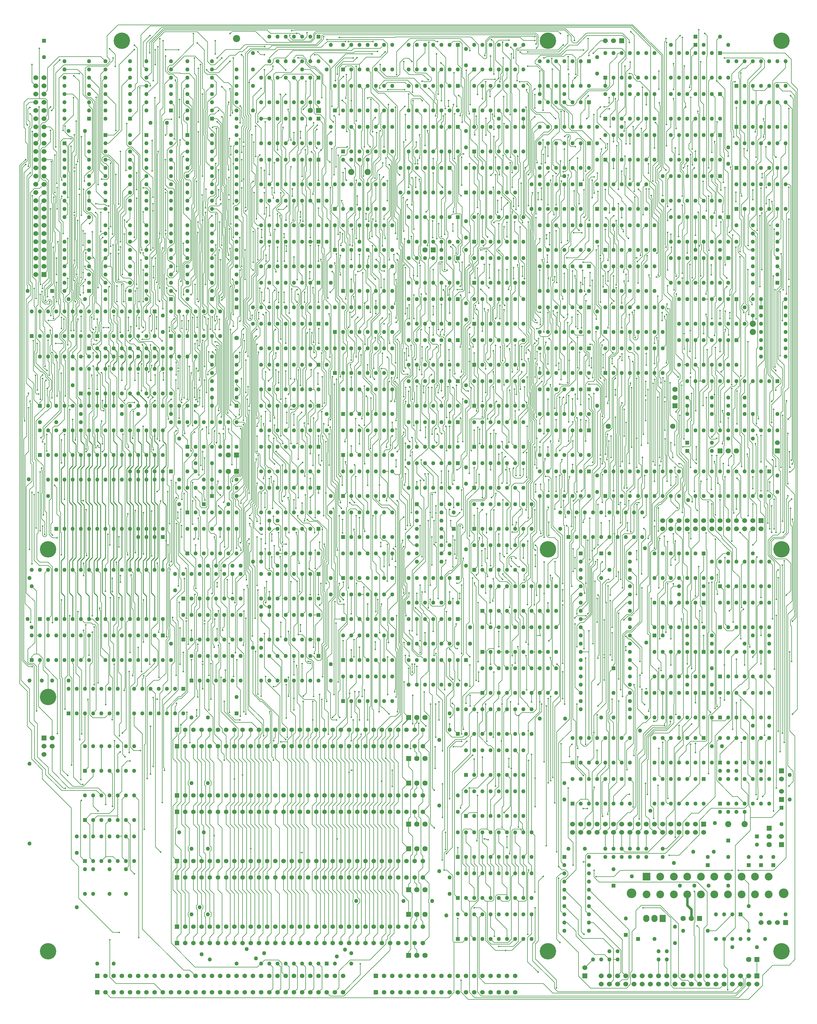
<source format=gbl>
G04*
G04  File:            MAINBOARD-V10.6.6.GBL, Sat Sep 13 11:09:37 2025*
G04  Source:          P-CAD 2006 PCB, Version 19.02.958, (D:\PCAD-2006\Projects\Pentagon-4096\Hardware\MainBoard-v10.6.6.PCB)*
G04  Format:          Gerber Format (RS-274-D), ASCII*
G04*
G04  Format Options:  Absolute Positioning*
G04                   Leading-Zero Suppression*
G04                   Scale Factor 1:1*
G04                   NO Circular Interpolation*
G04                   Inch Units*
G04                   Numeric Format: 4.4 (XXXX.XXXX)*
G04                   G54 NOT Used for Aperture Change*
G04                   Apertures Embedded*
G04*
G04  File Options:    Offset = (0.0mil,0.0mil)*
G04                   Drill Symbol Size = 80.0mil*
G04                   No Pad/Via Holes*
G04*
G04  File Contents:   Pads*
G04                   Vias*
G04                   No Designators*
G04                   No Types*
G04                   No Values*
G04                   No Drill Symbols*
G04                   Bottom*
G04*
%INMAINBOARD-V10.6.6.GBL*%
%ICAS*%
%MOIN*%
G04*
G04  Aperture MACROs for general use --- invoked via D-code assignment *
G04*
G04  General MACRO for flashed round with rotation and/or offset hole *
%AMROTOFFROUND*
1,1,$1,0.0000,0.0000*
1,0,$2,$3,$4*%
G04*
G04  General MACRO for flashed oval (obround) with rotation and/or offset hole *
%AMROTOFFOVAL*
21,1,$1,$2,0.0000,0.0000,$3*
1,1,$4,$5,$6*
1,1,$4,0-$5,0-$6*
1,0,$7,$8,$9*%
G04*
G04  General MACRO for flashed oval (obround) with rotation and no hole *
%AMROTOVALNOHOLE*
21,1,$1,$2,0.0000,0.0000,$3*
1,1,$4,$5,$6*
1,1,$4,0-$5,0-$6*%
G04*
G04  General MACRO for flashed rectangle with rotation and/or offset hole *
%AMROTOFFRECT*
21,1,$1,$2,0.0000,0.0000,$3*
1,0,$4,$5,$6*%
G04*
G04  General MACRO for flashed rectangle with rotation and no hole *
%AMROTRECTNOHOLE*
21,1,$1,$2,0.0000,0.0000,$3*%
G04*
G04  General MACRO for flashed rounded-rectangle *
%AMROUNDRECT*
21,1,$1,$2-$4,0.0000,0.0000,$3*
21,1,$1-$4,$2,0.0000,0.0000,$3*
1,1,$4,$5,$6*
1,1,$4,$7,$8*
1,1,$4,0-$5,0-$6*
1,1,$4,0-$7,0-$8*
1,0,$9,$10,$11*%
G04*
G04  General MACRO for flashed rounded-rectangle with rotation and no hole *
%AMROUNDRECTNOHOLE*
21,1,$1,$2-$4,0.0000,0.0000,$3*
21,1,$1-$4,$2,0.0000,0.0000,$3*
1,1,$4,$5,$6*
1,1,$4,$7,$8*
1,1,$4,0-$5,0-$6*
1,1,$4,0-$7,0-$8*%
G04*
G04  General MACRO for flashed regular polygon *
%AMREGPOLY*
5,1,$1,0.0000,0.0000,$2,$3+$4*
1,0,$5,$6,$7*%
G04*
G04  General MACRO for flashed regular polygon with no hole *
%AMREGPOLYNOHOLE*
5,1,$1,0.0000,0.0000,$2,$3+$4*%
G04*
G04  General MACRO for target *
%AMTARGET*
6,0,0,$1,$2,$3,4,$4,$5,$6*%
G04*
G04  General MACRO for mounting hole *
%AMMTHOLE*
1,1,$1,0,0*
1,0,$2,0,0*
$1=$1-$2*
$1=$1/2*
21,1,$2+$1,$3,0,0,$4*
21,1,$3,$2+$1,0,0,$4*%
G04*
G04*
G04  D10 : "Ellipse X8.0mil Y8.0mil H0.0mil 0.0deg (0.0mil,0.0mil) Draw"*
G04  Disc: OuterDia=0.0080*
%ADD10C, 0.0080*%
G04  D11 : "Ellipse X10.0mil Y10.0mil H0.0mil 0.0deg (0.0mil,0.0mil) Draw"*
G04  Disc: OuterDia=0.0100*
%ADD11C, 0.0100*%
G04  D12 : "Ellipse X15.0mil Y15.0mil H0.0mil 0.0deg (0.0mil,0.0mil) Draw"*
G04  Disc: OuterDia=0.0150*
%ADD12C, 0.0150*%
G04  D13 : "Ellipse X25.0mil Y25.0mil H0.0mil 0.0deg (0.0mil,0.0mil) Draw"*
G04  Disc: OuterDia=0.0250*
%ADD13C, 0.0250*%
G04  D14 : "Ellipse X30.0mil Y30.0mil H0.0mil 0.0deg (0.0mil,0.0mil) Draw"*
G04  Disc: OuterDia=0.0300*
%ADD14C, 0.0300*%
G04  D15 : "Ellipse X40.0mil Y40.0mil H0.0mil 0.0deg (0.0mil,0.0mil) Draw"*
G04  Disc: OuterDia=0.0400*
%ADD15C, 0.0400*%
G04  D16 : "Ellipse X5.0mil Y5.0mil H0.0mil 0.0deg (0.0mil,0.0mil) Draw"*
G04  Disc: OuterDia=0.0050*
%ADD16C, 0.0050*%
G04  D17 : "Ellipse X6.0mil Y6.0mil H0.0mil 0.0deg (0.0mil,0.0mil) Draw"*
G04  Disc: OuterDia=0.0060*
%ADD17C, 0.0060*%
G04  D18 : "Ellipse X9.8mil Y9.8mil H0.0mil 0.0deg (0.0mil,0.0mil) Draw"*
G04  Disc: OuterDia=0.0098*
%ADD18C, 0.0098*%
G04  D19 : "Ellipse X110.0mil Y110.0mil H0.0mil 0.0deg (0.0mil,0.0mil) Flash"*
G04  Disc: OuterDia=0.1100*
%ADD19C, 0.1100*%
G04  D20 : "Ellipse X200.0mil Y200.0mil H0.0mil 0.0deg (0.0mil,0.0mil) Flash"*
G04  Disc: OuterDia=0.2000*
%ADD20C, 0.2000*%
G04  D21 : "Ellipse X215.0mil Y215.0mil H0.0mil 0.0deg (0.0mil,0.0mil) Flash"*
G04  Disc: OuterDia=0.2150*
%ADD21C, 0.2150*%
G04  D22 : "Ellipse X50.0mil Y50.0mil H0.0mil 0.0deg (0.0mil,0.0mil) Flash"*
G04  Disc: OuterDia=0.0500*
%ADD22C, 0.0500*%
G04  D23 : "Ellipse X56.0mil Y56.0mil H0.0mil 0.0deg (0.0mil,0.0mil) Flash"*
G04  Disc: OuterDia=0.0560*
%ADD23C, 0.0560*%
G04  D24 : "Ellipse X60.0mil Y60.0mil H0.0mil 0.0deg (0.0mil,0.0mil) Flash"*
G04  Disc: OuterDia=0.0600*
%ADD24C, 0.0600*%
G04  D25 : "Ellipse X64.0mil Y64.0mil H0.0mil 0.0deg (0.0mil,0.0mil) Flash"*
G04  Disc: OuterDia=0.0640*
%ADD25C, 0.0640*%
G04  D26 : "Ellipse X65.0mil Y65.0mil H0.0mil 0.0deg (0.0mil,0.0mil) Flash"*
G04  Disc: OuterDia=0.0650*
%ADD26C, 0.0650*%
G04  D27 : "Ellipse X71.0mil Y71.0mil H0.0mil 0.0deg (0.0mil,0.0mil) Flash"*
G04  Disc: OuterDia=0.0710*
%ADD27C, 0.0710*%
G04  D28 : "Ellipse X75.0mil Y75.0mil H0.0mil 0.0deg (0.0mil,0.0mil) Flash"*
G04  Disc: OuterDia=0.0750*
%ADD28C, 0.0750*%
G04  D29 : "Ellipse X79.0mil Y79.0mil H0.0mil 0.0deg (0.0mil,0.0mil) Flash"*
G04  Disc: OuterDia=0.0790*
%ADD29C, 0.0790*%
G04  D30 : "Ellipse X90.0mil Y90.0mil H0.0mil 0.0deg (0.0mil,0.0mil) Flash"*
G04  Disc: OuterDia=0.0900*
%ADD30C, 0.0900*%
G04  D31 : "Ellipse X95.0mil Y95.0mil H0.0mil 0.0deg (0.0mil,0.0mil) Flash"*
G04  Disc: OuterDia=0.0950*
%ADD31C, 0.0950*%
G04  D32 : "Oval X75.0mil Y87.0mil H0.0mil 0.0deg (0.0mil,0.0mil) Flash"*
G04  Obround: DimX=0.0750, DimY=0.0870, Rotation=0.0, OffsetX=0.0000, OffsetY=0.0000, HoleDia=0.0000 *
%ADD32O, 0.0750 X0.0870*%
G04  D33 : "Oval X90.0mil Y102.0mil H0.0mil 0.0deg (0.0mil,0.0mil) Flash"*
G04  Obround: DimX=0.0900, DimY=0.1020, Rotation=0.0, OffsetX=0.0000, OffsetY=0.0000, HoleDia=0.0000 *
%ADD33O, 0.0900 X0.1020*%
G04  D34 : "Rectangle X110.0mil Y110.0mil H0.0mil 0.0deg (0.0mil,0.0mil) Flash"*
G04  Square: Side=0.1100, Rotation=0.0, OffsetX=0.0000, OffsetY=0.0000, HoleDia=0.0000*
%ADD34R, 0.1100 X0.1100*%
G04  D35 : "Rectangle X50.0mil Y50.0mil H0.0mil 0.0deg (0.0mil,0.0mil) Flash"*
G04  Square: Side=0.0500, Rotation=0.0, OffsetX=0.0000, OffsetY=0.0000, HoleDia=0.0000*
%ADD35R, 0.0500 X0.0500*%
G04  D36 : "Rectangle X56.0mil Y56.0mil H0.0mil 0.0deg (0.0mil,0.0mil) Flash"*
G04  Square: Side=0.0560, Rotation=0.0, OffsetX=0.0000, OffsetY=0.0000, HoleDia=0.0000*
%ADD36R, 0.0560 X0.0560*%
G04  D37 : "Rectangle X60.0mil Y60.0mil H0.0mil 0.0deg (0.0mil,0.0mil) Flash"*
G04  Square: Side=0.0600, Rotation=0.0, OffsetX=0.0000, OffsetY=0.0000, HoleDia=0.0000*
%ADD37R, 0.0600 X0.0600*%
G04  D38 : "Rectangle X64.0mil Y64.0mil H0.0mil 0.0deg (0.0mil,0.0mil) Flash"*
G04  Square: Side=0.0640, Rotation=0.0, OffsetX=0.0000, OffsetY=0.0000, HoleDia=0.0000*
%ADD38R, 0.0640 X0.0640*%
G04  D39 : "Rectangle X65.0mil Y65.0mil H0.0mil 0.0deg (0.0mil,0.0mil) Flash"*
G04  Square: Side=0.0650, Rotation=0.0, OffsetX=0.0000, OffsetY=0.0000, HoleDia=0.0000*
%ADD39R, 0.0650 X0.0650*%
G04  D40 : "Rectangle X71.0mil Y71.0mil H0.0mil 0.0deg (0.0mil,0.0mil) Flash"*
G04  Square: Side=0.0710, Rotation=0.0, OffsetX=0.0000, OffsetY=0.0000, HoleDia=0.0000*
%ADD40R, 0.0710 X0.0710*%
G04  D41 : "Rectangle X75.0mil Y75.0mil H0.0mil 0.0deg (0.0mil,0.0mil) Flash"*
G04  Square: Side=0.0750, Rotation=0.0, OffsetX=0.0000, OffsetY=0.0000, HoleDia=0.0000*
%ADD41R, 0.0750 X0.0750*%
G04  D42 : "Rectangle X75.0mil Y87.0mil H0.0mil 0.0deg (0.0mil,0.0mil) Flash"*
G04  Rectangular: DimX=0.0750, DimY=0.0870, Rotation=0.0, OffsetX=0.0000, OffsetY=0.0000, HoleDia=0.0000 *
%ADD42R, 0.0750 X0.0870*%
G04  D43 : "Rectangle X79.0mil Y79.0mil H0.0mil 0.0deg (0.0mil,0.0mil) Flash"*
G04  Square: Side=0.0790, Rotation=0.0, OffsetX=0.0000, OffsetY=0.0000, HoleDia=0.0000*
%ADD43R, 0.0790 X0.0790*%
G04  D44 : "Rectangle X90.0mil Y102.0mil H0.0mil 0.0deg (0.0mil,0.0mil) Flash"*
G04  Rectangular: DimX=0.0900, DimY=0.1020, Rotation=0.0, OffsetX=0.0000, OffsetY=0.0000, HoleDia=0.0000 *
%ADD44R, 0.0900 X0.1020*%
G04  D45 : "Rectangle X95.0mil Y95.0mil H0.0mil 0.0deg (0.0mil,0.0mil) Flash"*
G04  Square: Side=0.0950, Rotation=0.0, OffsetX=0.0000, OffsetY=0.0000, HoleDia=0.0000*
%ADD45R, 0.0950 X0.0950*%
G04  D46 : "Ellipse X102.0mil Y102.0mil H0.0mil 0.0deg (0.0mil,0.0mil) Flash"*
G04  Disc: OuterDia=0.1020*
%ADD46C, 0.1020*%
G04  D47 : "Ellipse X118.0mil Y118.0mil H0.0mil 0.0deg (0.0mil,0.0mil) Flash"*
G04  Disc: OuterDia=0.1180*
%ADD47C, 0.1180*%
G04  D48 : "Ellipse X133.0mil Y133.0mil H0.0mil 0.0deg (0.0mil,0.0mil) Flash"*
G04  Disc: OuterDia=0.1330*
%ADD48C, 0.1330*%
G04  D49 : "Ellipse X20.0mil Y20.0mil H0.0mil 0.0deg (0.0mil,0.0mil) Flash"*
G04  Disc: OuterDia=0.0200*
%ADD49C, 0.0200*%
G04  D50 : "Ellipse X35.0mil Y35.0mil H0.0mil 0.0deg (0.0mil,0.0mil) Flash"*
G04  Disc: OuterDia=0.0350*
%ADD50C, 0.0350*%
G04  D51 : "Ellipse X55.0mil Y55.0mil H0.0mil 0.0deg (0.0mil,0.0mil) Flash"*
G04  Disc: OuterDia=0.0550*
%ADD51C, 0.0550*%
G04  D52 : "Ellipse X70.0mil Y70.0mil H0.0mil 0.0deg (0.0mil,0.0mil) Flash"*
G04  Disc: OuterDia=0.0700*
%ADD52C, 0.0700*%
G04  D53 : "Ellipse X87.0mil Y87.0mil H0.0mil 0.0deg (0.0mil,0.0mil) Flash"*
G04  Disc: OuterDia=0.0870*
%ADD53C, 0.0870*%
G04*
%FSLAX44Y44*%
%SFA1B1*%
%OFA0.0000B0.0000*%
G04*
G70*
G90*
G01*
D2*
%LNBottom*%
D10*
X100720Y139520*
X101760Y138480D1*
X100560Y139120D2*
X101480Y138200D1*
X101600Y141440D2*
X101040Y142000D1*
X101560Y141720D2*
Y143280D1*
X101680Y141600D2*
X101560Y141720D1*
X101600Y141200D2*
X100880Y141920D1*
X101880Y146840D2*
Y146600D1*
X101920Y146880D2*
X101880Y146840D1*
X101200Y148880D2*
X101920Y148160D1*
X101640Y167440D2*
X101200Y167000D1*
X101040Y168920D2*
X101400Y169280D1*
X101800Y173320D2*
Y173560D1*
X101880Y173240D2*
X101800Y173320D1*
X101160Y171400D2*
Y171160D1*
X101080Y171480D2*
X101160Y171400D1*
X101600Y174280D2*
Y174520D1*
X101400Y174080D2*
X101600Y174280D1*
X101880Y187600D2*
Y186480D1*
X101640Y187840D2*
X101880Y187600D1*
X101500Y187620D2*
Y187000D1*
X101440Y187680D2*
X101500Y187620D1*
X101600Y202440D2*
Y202200D1*
X101680Y202520D2*
X101600Y202440D1*
X100880Y202040D2*
X101280Y202440D1*
Y203000D2*
X100560Y202280D1*
X101480Y201800D2*
X101080Y201400D1*
X101520Y201800D2*
X101480D1*
X101840Y202120D2*
X101520Y201800D1*
X101200Y202680D2*
X100720Y202200D1*
X101320Y202680D2*
X101200D1*
X101520Y202880D2*
X101320Y202680D1*
X101240Y205160D2*
X101520Y204880D1*
X101080Y206920D2*
X101240Y206760D1*
Y205160*
X101360Y209600D2*
Y207360D1*
X101480Y207240*
X101800Y209360D2*
X101760D1*
X101560Y207840D2*
X101800Y207600D1*
Y207080*
X101760Y209360D2*
X101560Y209160D1*
Y207840*
X104040Y128200D2*
Y128880D1*
X103320Y128600D2*
Y127480D1*
X103720Y128640D2*
Y128040D1*
X102720Y134240D2*
X102320Y134640D1*
X104500Y134676D2*
Y132500D1*
X104000Y140200D2*
X103400Y140800D1*
X102600Y142720D2*
X102320D1*
X102840D2*
X102600D1*
X103400Y142160D2*
X102840Y142720D1*
X102320Y141280D2*
X102160Y141440D1*
X102600Y141240D2*
X102240Y141600D1*
X103000D2*
Y142000D1*
X102856Y141456D2*
X103000Y141600D1*
X102600Y145000D2*
X103000D1*
X102940Y153540D2*
X102320Y154160D1*
X104020Y153540D2*
X102940D1*
X104400Y153160D2*
X104020Y153540D1*
X102640Y154280D2*
X103000Y153920D1*
X104000*
X104560Y153360*
Y158760D2*
X104360Y158560D1*
X103680Y157040D2*
X103840Y157200D1*
X103520Y157040D2*
X103680D1*
X103360Y157200D2*
X103520Y157040D1*
X103360Y158320D2*
Y157200D1*
X104560Y156880D2*
X104160Y157280D1*
X103600D2*
Y158840D1*
X102800Y157520D2*
X102640Y157360D1*
X104360Y158560D2*
Y157440D1*
X104560Y157240*
X103840Y159960D2*
X103600Y160200D1*
X104160Y161440D2*
X104400Y161680D1*
X103200Y162280D2*
X103280Y162360D1*
X102360Y166480D2*
X102560Y166280D1*
Y166560D2*
X103440Y165680D1*
X102080Y166240D2*
X102240Y166080D1*
X103200Y165160D2*
Y165400D1*
X103280Y165080D2*
X103200Y165160D1*
X103360Y168840D2*
Y168600D1*
X103560Y169040D2*
X103360Y168840D1*
X103400Y169320D2*
X103160Y169080D1*
X104400Y169600D2*
X104000Y170000D1*
X104800Y170520D2*
X104560Y170280D1*
X103560Y170200D2*
Y169040D1*
X103400Y170400D2*
Y169320D1*
X103000Y173000D2*
X102280Y173720D1*
X103000Y173400D2*
X103360Y173760D1*
X103000Y173000D2*
Y173400D1*
X103600Y172840D2*
X102360Y171600D1*
X104400Y172840D2*
X103880Y172320D1*
X103760*
X102560Y171120*
X104200Y173560D2*
X104400Y173360D1*
Y172840*
X102600Y174440D2*
X102840D1*
X102480Y174560D2*
X102600Y174440D1*
X102480Y176680D2*
Y174560D1*
X103920Y174240D2*
Y175080D1*
X104000Y174160D2*
X103920Y174240D1*
X104400Y175000D2*
X104200Y174800D1*
X104560Y174720D2*
X104480Y174640D1*
X104560Y176800D2*
Y174720D1*
X103080Y176480D2*
X103360Y176760D1*
X104160Y175320D2*
X103920Y175080D1*
X103600Y175920D2*
X103760Y176080D1*
X103920Y176840D2*
Y176600D1*
X104400Y176120*
Y175000*
X103720Y176760D2*
Y176520D1*
X104160Y176080*
Y175320*
X102720Y176760D2*
Y174920D1*
X104000Y178440D2*
X104160Y178280D1*
X104000Y179000D2*
Y178440D1*
X102440Y179680D2*
X102360Y179600D1*
Y177920*
X103160Y177120*
X102680Y179480D2*
X102560Y179360D1*
Y178200*
X103640Y178040D2*
X103600Y178080D1*
X103640Y177800D2*
Y178040D1*
X104600Y179400D2*
X104480Y179480D1*
X104600Y179400D2*
Y178240D1*
X104240Y179400D2*
X104400Y179240D1*
X104600Y178240D2*
X104820Y178020D1*
X103400Y177680D2*
X103560Y177520D1*
X103640*
X103880Y177280*
X103160Y177120D2*
X103360D1*
X103000Y180800D2*
X102600Y181200D1*
X103000Y182320D2*
X103400Y181920D1*
X104280Y181760D2*
X104400Y181640D1*
X103600Y182520D2*
X103400Y182720D1*
X104280Y182200D2*
Y181760D1*
X104400Y181640D2*
Y180440D1*
X104240Y180280*
X103640Y185600D2*
X103480Y185760D1*
X103800Y185600D2*
X103640D1*
X104120Y185920D2*
X103800Y185600D1*
X104280Y185920D2*
X104120D1*
X104440Y185760D2*
X104280Y185920D1*
X104440Y185400D2*
Y185760D1*
X104280Y185240D2*
X104440Y185400D1*
X104200Y185240D2*
X104280D1*
X103600Y184640D2*
X104200Y185240D1*
X103600Y183400D2*
Y184640D1*
X104400Y184400D2*
X104360Y184360D1*
X104400Y184920D2*
Y184400D1*
X104640Y185160D2*
X104400Y184920D1*
X102600Y185120D2*
X102800Y185320D1*
X102320Y185120D2*
X102440Y185000D1*
X104200Y185400D2*
Y185680D1*
X103600Y185400D2*
X104200D1*
X103280Y185720D2*
X103600Y185400D1*
X104040Y183400D2*
X104760D1*
X104600Y184760D2*
X104800Y184960D1*
X104600Y183960D2*
Y184760D1*
X104680Y183880D2*
X104600Y183960D1*
X104680Y183640D2*
Y183880D1*
X103400Y184760D2*
X103040Y185120D1*
X104360Y184360D2*
Y184000D1*
X103720Y187200D2*
X104400Y187880D1*
X103560Y187520D2*
X104240Y188200D1*
X103560Y186440D2*
Y187520D1*
X103480Y186360D2*
X103560Y186440D1*
X102800Y187960D2*
X102920Y188080D1*
X103320Y187760D2*
X104080Y188520D1*
X103320Y187280D2*
Y187760D1*
X102560Y188280D2*
X102080Y188760D1*
X102560Y186080D2*
Y188280D1*
X103960Y187200D2*
X104640Y187880D1*
X103960Y186280D2*
Y187200D1*
X104880Y187520D2*
X104800Y187600D1*
X104880Y186120D2*
Y187520D1*
X104800Y186040D2*
X104880Y186120D1*
X104800Y191680D2*
X104880Y191760D1*
X104400Y192840D2*
X104560Y193000D1*
X104240Y193080D2*
X104320Y193160D1*
X104880Y194120D2*
X104720Y194280D1*
X104560Y197640D2*
X104400Y197800D1*
X103400Y200480D2*
X103080Y200800D1*
X103640Y200480D2*
X103400D1*
X103920Y200200D2*
X103640Y200480D1*
X102920Y198420D2*
X103500Y199000D1*
X102980Y199480D2*
X103500Y200000D1*
X102360Y199480D2*
X102980D1*
X102920Y200420D2*
X102500Y200000D1*
X104500Y203000D2*
X103500D1*
X104620Y202880D2*
X104500Y203000D1*
X104320Y205200D2*
Y206560D1*
X103600Y204480D2*
X104320Y205200D1*
X103360Y204480D2*
X103600D1*
X103080Y204200D2*
X103360Y204480D1*
X102920Y205420D2*
X102500Y205000D1*
X103080Y204840D2*
X102920Y204680D1*
X104640Y204320D2*
Y206600D1*
X103360Y207480D2*
X103080Y207200D1*
X103600Y207480D2*
X103360D1*
X104080Y207960D2*
X103600Y207480D1*
X104080Y209200D2*
Y207960D1*
X104320Y209440D2*
X104080Y209200D1*
X103920Y208420D2*
X103500Y208000D1*
X104720Y209280D2*
X104440Y209000D1*
X103500Y211000D2*
X103960Y211460D1*
X102040Y212460D2*
X102500Y212000D1*
X103720Y210440D2*
X103920Y210240D1*
X102960Y210440D2*
X103720D1*
X105760Y128560D2*
X106400Y127920D1*
X106120Y126360D2*
X105880D1*
X105500Y128140D2*
X107040Y126600D1*
X106880Y129440D2*
X106920Y129480D1*
X106880Y129200D2*
Y129440D1*
X106920Y139800D2*
X106600Y140120D1*
X107400Y140400D2*
X107880Y139920D1*
X106080Y139800D2*
X106400Y140120D1*
X105600Y139960D2*
X105760Y139800D1*
X105400D2*
X105500Y139700D1*
X107000Y142000D2*
Y141600D1*
X107120Y141480*
X106640Y147160D2*
Y147400D1*
X106600Y147120D2*
X106640Y147160D1*
X105640Y149080D2*
X105600Y149040D1*
X105640Y149320D2*
Y149080D1*
X107640Y147640D2*
X107600Y147600D1*
X107640Y147880D2*
Y147640D1*
D2*
D11*
X106600Y154100*
X107000Y154500D1*
X105600Y154100D2*
X106000Y154500D1*
X107000Y154100D2*
X107400Y154500D1*
D2*
D10*
X105640Y157520*
X105560Y157600D1*
D2*
D11*
X106600Y161250*
X107000Y160850D1*
X105600Y161250D2*
X106000Y160850D1*
X107400D2*
X107000Y161250D1*
D2*
D10*
X105560Y160000*
X105400Y160160D1*
X105080Y159800D2*
X105400Y159480D1*
X105640Y166280D2*
X105600Y166320D1*
X105640Y166040D2*
Y166280D1*
D2*
D11*
X107000Y165700*
X106600Y165300D1*
X107000Y167000D2*
Y165700D1*
D2*
D10*
Y167000*
X106600Y167400D1*
D2*
D11*
X106000Y165700*
X105600Y165300D1*
X106000Y167000D2*
Y165700D1*
X107400D2*
X107000Y165300D1*
D2*
D10*
X105640Y168600*
Y168840D1*
X105600Y168560D2*
X105640Y168600D1*
X107400Y169120D2*
X107360Y169080D1*
Y168840*
D2*
D11*
X107000Y168700*
X107400Y168300D1*
X107000Y170000D2*
Y168700D1*
D2*
D10*
X105400Y169400*
X106000Y170000D1*
X106600Y172320D2*
X106640Y172360D1*
X106000Y173400D2*
X105880Y173520D1*
X106000Y173000D2*
Y173400D1*
X107000Y173000D2*
X106440D1*
X106640Y172360D2*
Y172520D1*
X106000Y173000D2*
Y171320D1*
X106440Y172840D2*
Y173000D1*
X106400Y172800D2*
X106440Y172840D1*
X105320Y174800D2*
X105440Y174680D1*
X107440Y178560D2*
X107000Y179000D1*
Y179480*
X106000Y178600D2*
X106120Y178480D1*
X106000Y179000D2*
Y178600D1*
X105600Y179280D2*
X106160Y179840D1*
X105600Y178120D2*
Y179280D1*
X105880Y177840D2*
X105600Y178120D1*
X105440Y177480D2*
X105320Y177360D1*
X105440Y179600D2*
Y177480D1*
X105600Y181680D2*
X106200Y182280D1*
X105600Y181360D2*
Y181680D1*
X105920Y181040D2*
X105600Y181360D1*
X105960Y181040D2*
X105920D1*
X106160Y180840D2*
X105960Y181040D1*
X106800Y180720D2*
Y180240D1*
X106560Y180960D2*
X106800Y180720D1*
X105960Y182360D2*
X105440Y181840D1*
Y181200*
X105960Y180680*
Y180120*
X107800Y185200D2*
X107560Y184960D1*
Y184000*
X107400Y183840*
X107640Y183320D2*
Y183560D1*
X107560Y183240D2*
X107640Y183320D1*
X107400Y184200D2*
X107160Y183960D1*
X107400Y185320D2*
Y184200D1*
X107600Y185520D2*
X107400Y185320D1*
X105560Y184320D2*
Y185920D1*
X106200Y183680D2*
X105560Y184320D1*
X106920Y185840D2*
X106560Y185480D1*
X105400Y185280D2*
X105280Y185400D1*
X105400Y184040D2*
Y185280D1*
X106080Y185840D2*
X106400Y185520D1*
X106000Y185560D2*
X105880Y185680D1*
X106000Y184500D2*
Y185560D1*
X107000Y183360D2*
X106800Y183160D1*
X107000Y184500D2*
Y183360D1*
Y184880D2*
X107080Y184960D1*
X107000Y184500D2*
Y184880D1*
X107240Y185800D2*
X107360Y185680D1*
X107600Y185800D2*
Y185520D1*
X107800Y185880D2*
Y185200D1*
X106000Y187000D2*
X106400Y187400D1*
X107120Y188320D2*
X107200Y188240D1*
X107520Y188760D2*
X107600Y188680D1*
X107280Y188640D2*
X107440Y188480D1*
X106400Y186480D2*
X106080Y186160D1*
X106440Y186480D2*
X106400D1*
X106640Y186680D2*
X106440Y186480D1*
X105880Y186560D2*
X105600Y186840D1*
X107080Y187000D2*
X106960Y187120D1*
X107440Y188480D2*
Y188120D1*
X107240Y187920*
X107600Y188680D2*
Y188040D1*
X106800Y186880D2*
X106920Y186760D1*
X107400Y187840D2*
X107600Y188040D1*
X107560Y187760D2*
Y186120D1*
X107800Y188000D2*
X107560Y187760D1*
X107720Y187680D2*
Y186240D1*
X107880Y187560D2*
Y186560D1*
X106400Y187400D2*
Y188520D1*
X107200Y190280D2*
X107120Y190200D1*
X107200Y190720D2*
Y190280D1*
X106000Y190000D2*
X106400Y190400D1*
X107520Y189680D2*
X107600Y189760D1*
X107520Y189040D2*
Y189680D1*
X107440Y190000D2*
X107280Y189840D1*
X107360Y193240D2*
X107440Y193160D1*
X105200Y192760D2*
Y193000D1*
X105280Y192680D2*
X105200Y192760D1*
X105840Y195400D2*
X105560Y195680D1*
X107440Y196040D2*
X107360Y195960D1*
X106400Y196400D2*
Y197600D1*
X106000Y196000D2*
X106400Y196400D1*
X105600Y195240D2*
X105360Y195480D1*
X105680Y198280D2*
Y198520D1*
X105560Y198160D2*
X105680Y198280D1*
Y200760D2*
Y200520D1*
X105560Y200880D2*
X105680Y200760D1*
X107200Y203360D2*
Y202000D1*
X107440Y203600D2*
X107200Y203360D1*
X107600Y203000D2*
Y202760D1*
X107680Y203080D2*
X107600Y203000D1*
X106560Y201560D2*
X106640Y201480D1*
X106400Y204600D2*
X106000Y205000D1*
X107040Y205280D2*
X106560Y204800D1*
X107040Y205640D2*
Y205280D1*
X106880Y205800D2*
X107040Y205640D1*
X106640Y205800D2*
X106880D1*
X106080Y206360D2*
X106640Y205800D1*
X107200Y204080D2*
Y206040D1*
X105880Y205560D2*
X105560Y205240D1*
X106800Y205560D2*
X105880D1*
X107120Y208440D2*
X105840Y207160D1*
X107000Y211000D2*
X107680Y210320D1*
X106000Y211000D2*
X107000D1*
X107600Y214000D2*
X106000D1*
X105920Y213480D2*
X107800D1*
X109120Y117880D2*
X109500Y117500D1*
Y122500D2*
Y120500D1*
X108500Y122500D2*
X109120Y121880D1*
X109520Y125480D2*
X109500Y125500D1*
X109520Y124200D2*
Y125480D1*
X110120Y123600D2*
X109520Y124200D1*
X109500Y127780D2*
Y128500D1*
X108320Y126600D2*
X109500Y127780D1*
X108920Y128920D2*
X108500Y128500D1*
X109880Y135880D2*
X109500Y135500D1*
X108880Y136960D2*
X108920Y136920D1*
X108880Y137200D2*
Y136960D1*
X108500Y138500D2*
X108600Y138600D1*
X109120Y141400D2*
X109400Y141680D1*
X109920Y146560D2*
X110120Y146360D1*
X109880Y146560D2*
X109920D1*
X109680Y146360D2*
X109880Y146160D1*
X109440Y146360D2*
X109680D1*
X109280Y146520D2*
X109440Y146360D1*
X108480Y146520D2*
X109280D1*
X108360Y145400D2*
X108400Y145360D1*
X108360Y145640D2*
Y145400D1*
X110400Y149120D2*
X110560Y148960D1*
X110320Y148080D2*
X110400Y148000D1*
X110320Y148320D2*
Y148080D1*
X108360Y152520D2*
X108400Y152560D1*
X108360Y152280D2*
Y152520D1*
X108720Y154960D2*
X108600Y155080D1*
X108720Y154720D2*
Y154960D1*
D2*
D11*
X109600Y154100*
X110000Y154500D1*
X108600Y154100D2*
X109000Y154500D1*
Y154100D2*
X109400Y154500D1*
X110000Y154100D2*
X110400Y154500D1*
D2*
D10*
X108360Y153560*
Y153800D1*
X108400Y153520D2*
X108360Y153560D1*
X108640Y160080D2*
Y160320D1*
X108600Y160040D2*
X108640Y160080D1*
D2*
D11*
X109600Y161250*
X110000Y160850D1*
X108600Y161250D2*
X109000Y160850D1*
X109400D2*
X109000Y161250D1*
X110400Y160850D2*
X110000Y161250D1*
Y165700D2*
X109600Y165300D1*
X110000Y167000D2*
Y165700D1*
D2*
D10*
Y167000*
X109600Y167400D1*
D2*
D11*
X109000Y165700*
X108600Y165300D1*
X109000Y167000D2*
Y165700D1*
X109400D2*
X109000Y165300D1*
X110400Y165700D2*
Y167880D1*
X110000Y165300D2*
X110400Y165700D1*
D2*
D10*
Y167880*
X110180D1*
X110640Y167400D2*
X110880Y167640D1*
X108880D2*
X108640Y167400D1*
X109600Y169120D2*
X109440Y169280D1*
X108640Y168920D2*
X108400Y169160D1*
D2*
D11*
X109000Y168700*
X109400Y168300D1*
X109000Y170000D2*
Y168700D1*
X110000D2*
Y170000D1*
X110400Y168300D2*
X110000Y168700D1*
D2*
D10*
X110440Y170760*
X110560Y170880D1*
X110440Y169280D2*
Y170760D1*
X110640Y169080D2*
X110440Y169280D1*
X110640Y168360D2*
Y169080D1*
X110600Y169640D2*
Y170480D1*
X110880Y169360D2*
X110600Y169640D1*
X109760Y168200D2*
X109840Y168120D1*
X109760Y169440D2*
Y168200D1*
X109600Y169600D2*
X109760Y169440D1*
X108800Y168160D2*
X108880Y168080D1*
X108800Y169280D2*
Y168160D1*
X108600Y169480D2*
X108800Y169280D1*
X109440Y171600D2*
X109600Y171760D1*
X109000Y171960D2*
X109400Y172360D1*
X110640Y173400D2*
Y173640D1*
X110600Y173360D2*
X110640Y173400D1*
X110600Y172825D2*
Y173360D1*
X110800Y172625D2*
X110600Y172825D1*
X110935Y172625D2*
X110800D1*
X110560Y172400D2*
X110800D1*
X110400Y172560D2*
X110560Y172400D1*
X110000Y171720D2*
X109600Y171320D1*
X110000Y173000D2*
Y171720D1*
X109360Y176480D2*
Y176720D1*
X109400Y176440D2*
X109360Y176480D1*
X110000Y176720D2*
Y175000D1*
X110640Y175520D2*
Y176920D1*
X110000Y179000D2*
Y179400D1*
X109000Y179000D2*
X108600Y179400D1*
D2*
D11*
X110000Y178100*
Y177500D1*
X110400Y178500D2*
X110000Y178100D1*
D2*
D10*
X109520Y178560*
X108600Y177640D1*
D2*
D11*
X110400Y179600*
Y178500D1*
D2*
D10*
X109600Y177760*
X109520Y177840D1*
X110000Y177500D2*
Y177160D1*
X109520Y179440D2*
Y178560D1*
X110280Y182080D2*
X110400Y181960D1*
X110560Y182120D2*
X110480Y182200D1*
X110560Y180560D2*
Y182120D1*
X110120Y182040D2*
Y182840D1*
X110000Y181920D2*
X110120Y182040D1*
X110000Y181500D2*
Y181920D1*
X109840Y182055D2*
Y182560D1*
X109625Y181840D2*
X109840Y182055D1*
X109625Y181095D2*
Y181840D1*
X109560Y182280D2*
X109360Y182480D1*
X109120Y182200D2*
X109400Y181920D1*
Y181200D2*
Y181920D1*
X109280Y181080D2*
X109400Y181200D1*
X109280Y180440D2*
Y181080D1*
X109400Y180320D2*
X109280Y180440D1*
X110400Y180920D2*
X109960Y180480D1*
X109560*
X110400Y181960D2*
Y180920D1*
X109960Y180960D2*
X109760D1*
X109625Y181095*
X109400Y184200D2*
X109120Y183920D1*
X108600Y184800D2*
X109080Y185280D1*
X108040Y185600D2*
X108400Y185240D1*
X109600Y185440D2*
X109720Y185560D1*
X109600Y183560D2*
Y185440D1*
X109880Y185600D2*
X110400Y185080D1*
X108040Y185920D2*
Y185600D1*
X110400Y185080D2*
Y183280D1*
X110280Y183160*
X109560Y186400D2*
X109400Y186240D1*
X109080Y186320D2*
X109400Y186640D1*
X108280Y188480D2*
X108040Y188240D1*
X108320Y187640D2*
Y186760D1*
X110560Y187640D2*
X110280Y187920D1*
X110600Y188840D2*
X110880Y188560D1*
X108040Y188240D2*
Y188000D1*
X108560Y188400D2*
Y188240D1*
X110080Y187440D2*
X110120Y187400D1*
X108600Y190760D2*
Y191640D1*
X108800Y190560D2*
X108600Y190760D1*
X108840Y190560D2*
X108800D1*
X109000Y190400D2*
X108840Y190560D1*
X109000Y190000D2*
Y190400D1*
Y190000D2*
X109560Y189440D1*
X108520Y189760D2*
Y190000D1*
X108720Y189560D2*
X108520Y189760D1*
X109000Y189560D2*
X108720D1*
X109400Y189160D2*
X109000Y189560D1*
X108280Y189240D2*
Y191760D1*
X109400Y191240D2*
X109560Y191080D1*
X109720Y190920D2*
X109560Y191080D1*
X109480Y191000D2*
X109000D1*
X109560Y191080D2*
X109480Y191000D1*
X110680Y193520D2*
X110440Y193280D1*
X110280Y193680D2*
X110600Y194000D1*
X108280Y192560D2*
Y194320D1*
X109000Y196000D2*
X108040Y195040D1*
X110080Y197640D2*
X110160Y197560D1*
X109840Y197640D2*
X110080D1*
X108760Y196400D2*
X108360Y196800D1*
X109160Y196400D2*
X108760D1*
X109440Y196120D2*
X109160Y196400D1*
X109440Y195560D2*
Y196120D1*
X109080Y195200D2*
X109440Y195560D1*
X108600Y196840D2*
X108880Y196560D1*
X109280*
X109880Y195960*
X109800Y196560D2*
X110080Y196280D1*
X110800Y200640D2*
X110560D1*
X110840Y200600D2*
X110800Y200640D1*
X109720Y200160D2*
X109120Y199560D1*
X109000*
X108600Y199160*
X110880Y203560D2*
X110600Y203840D1*
Y202840D2*
X110880Y202560D1*
X110600Y203200D2*
Y202840D1*
X110800Y203400D2*
X110600Y203200D1*
X109120Y201560D2*
X109000D1*
X109400Y201840D2*
X109120Y201560D1*
X108500Y203500D2*
X109000Y203000D1*
X109560Y209800D2*
X109440Y209920D1*
X109000Y209560D2*
X109400Y209160D1*
X110120Y210880D2*
X109000Y212000D1*
X108800Y210400D2*
X108280Y210920D1*
X109160Y210400D2*
X108800D1*
X109440Y210120D2*
X109160Y210400D1*
X108560Y210880D2*
X108880Y210560D1*
X109240*
X109720Y210080*
X108840Y214400D2*
X108560Y214120D1*
X112320Y102560D2*
X111560Y103320D1*
X111920Y108800D2*
X112680D1*
X113500Y116500D2*
X113880Y116880D1*
X111960Y118040D2*
X112500Y117500D1*
X113040Y117960D2*
X113500Y117500D1*
X111960Y118040D2*
X111040D1*
X113880Y120120D2*
X113500Y120500D1*
X112520Y120520D2*
X112500Y120500D1*
X113040Y120520D2*
X112520D1*
X111500Y122500D2*
X111040Y122040D1*
Y124400D2*
Y125520D1*
X111520Y123280D2*
X112120Y123880D1*
X113500Y125500D2*
X113040Y125040D1*
X111880Y128120D2*
X111500Y128500D1*
X112520Y128480D2*
X112500Y128500D1*
X113120Y130480D2*
X113400Y130200D1*
X113120Y131880D2*
Y130480D1*
X112800Y130800D2*
X112520Y130520D1*
X113560Y133560D2*
X113080Y133080D1*
X112720Y134160D2*
Y132760D1*
X112960Y134400D2*
X112720Y134160D1*
X112600Y140520D2*
X112960Y140160D1*
X111560D2*
X111880Y139840D1*
X111400Y139200D2*
X111040Y138840D1*
X113320Y138520D2*
Y138280D1*
X113400Y138600D2*
X113320Y138520D1*
X112440Y138560D2*
X112500Y138500D1*
X111400Y143760D2*
X111560Y143600D1*
X113000Y145920D2*
X112600Y145520D1*
X112000Y146160D2*
Y145000D1*
X112400Y146560D2*
X112000Y146160D1*
X112600Y146120D2*
X112440Y145960D1*
X112640Y149360D2*
X112600Y149320D1*
X112640Y149600D2*
Y149360D1*
X111840Y151960D2*
Y150320D1*
X112840Y152280D2*
Y151480D1*
D2*
D11*
X112600Y154100*
X113000Y154500D1*
X111600Y154100D2*
X112000Y154500D1*
X112400D2*
X112000Y154100D1*
D2*
D10*
X112360Y153680*
X112400Y153640D1*
X112360Y153920D2*
Y153680D1*
X113720Y155080D2*
X113600Y155200D1*
X113720Y154840D2*
Y155080D1*
X111560Y158360D2*
Y156040D1*
X111400Y158520D2*
X111560Y158360D1*
D2*
D11*
X112600Y161250*
X113000Y160850D1*
X111600Y161250D2*
X112000Y160850D1*
Y161250D2*
X112400Y160850D1*
D2*
D10*
X113760Y159600*
Y159840D1*
X113600Y159440D2*
X113760Y159600D1*
D2*
D11*
X113000Y165700*
X112600Y165300D1*
X113000Y167000D2*
Y165700D1*
X112000D2*
X111600Y165300D1*
X112000Y167000D2*
Y165700D1*
D2*
D10*
Y167000*
X111600Y167400D1*
D2*
D11*
X112400Y165700*
X112000Y165300D1*
D2*
D10*
X113160Y167560*
X113400Y167320D1*
X113000Y168720D2*
X112400Y169320D1*
D2*
D11*
X112000Y168700*
X112400Y168300D1*
X112000Y170000D2*
Y168700D1*
D2*
D10*
X113800Y168200*
X113600Y168400D1*
X113625Y173945D2*
X113320Y173640D1*
X113600Y173200D2*
X113800Y173400D1*
X111600Y176200D2*
X111400Y176400D1*
X113400Y175400D2*
X113600Y175600D1*
X113400Y175040D2*
Y175400D1*
X112600Y179000D2*
X113000D1*
X112000D2*
Y178600D1*
X111627Y178227D2*
X112000Y178600D1*
X111627Y177172D2*
Y178227D1*
D2*
D11*
X111400Y178500*
Y179600D1*
X112000Y178100D2*
Y177500D1*
X112400Y178500D2*
X112000Y178100D1*
X112400Y179600D2*
Y178500D1*
X113400D2*
Y179600D1*
X113000Y178100D2*
X113400Y178500D1*
X113000Y177500D2*
Y178100D1*
D2*
D10*
X111600Y179400*
X112000Y179000D1*
X112400Y180680D2*
X112600Y180480D1*
X111440Y180440D2*
X111600Y180280D1*
Y181080D2*
X112000Y180680D1*
X113000Y180640D2*
X112560Y181080D1*
X113600Y180200D2*
X113400Y180400D1*
X111960Y182120D2*
X111600Y181760D1*
Y181080*
X112400Y182920D2*
Y180680D1*
X111680Y182200D2*
X111440Y181960D1*
Y180440*
X111680Y182880D2*
Y182200D1*
X112560Y183920D2*
X112800Y183680D1*
X112560Y185200D2*
Y183920D1*
X111600Y183640D2*
X111760Y183480D1*
X112400Y183400D2*
Y184680D1*
X112560Y183240D2*
X112400Y183400D1*
X113560Y185480D2*
X113480Y185560D1*
X113400Y185000D2*
X113000Y185400D1*
X112040Y184000D2*
Y183280D1*
X111760Y183480D2*
Y183160D1*
X112120Y185640D2*
X112560Y185200D1*
X112400Y184680D2*
X111920Y185160D1*
X111760Y184960D2*
X111600Y184800D1*
Y183640*
X113400Y188160D2*
X113560Y188000D1*
X112520Y188160D2*
X113400D1*
X112360Y188320D2*
X112520Y188160D1*
X112400Y188000D2*
X112200Y188200D1*
X113080Y188000D2*
X112400D1*
X113240Y187840D2*
X113080Y188000D1*
X113200Y188560D2*
X112840Y188920D1*
X113480Y187240D2*
X113800Y187560D1*
X113480Y187000D2*
Y187240D1*
X111960Y188120D2*
X112120Y187960D1*
X111920Y187880D2*
X111800Y188000D1*
X111400Y187480D2*
X111480Y187520D1*
X111640Y190000D2*
Y191560D1*
X111800Y189840D2*
X111640Y190000D1*
X113560Y192880D2*
X113880Y192560D1*
X113560Y194560D2*
Y192880D1*
X113360Y194760D2*
X113560Y194560D1*
X112440Y192760D2*
X112360Y192680D1*
X112200Y193160D2*
X112280Y193240D1*
X111640Y193280D2*
X112120Y193760D1*
X111640Y192440D2*
Y193280D1*
X111160Y197360D2*
X111400D1*
X112840D2*
X112440Y196960D1*
X113320Y196760D2*
X112840Y196280D1*
X113120Y197120D2*
X112600Y196600D1*
X113520Y196440D2*
X113080Y196000D1*
X112120Y197480D2*
X112040Y197560D1*
X111400Y200800D2*
X111200Y200600D1*
X111520Y203000D2*
X111880Y202640D1*
X112600Y202400D2*
X111440Y203560D1*
X112040Y202720D2*
X111360Y203400D1*
X113840Y204400D2*
X113520Y204080D1*
X113880Y204560D2*
X113600Y204840D1*
X111400Y205000D2*
X113000Y206600D1*
X112680Y206640D2*
X112040Y206000D1*
X111160Y214560D2*
X111560Y214960D1*
X111960Y215400D2*
Y215120D1*
X111240Y214400*
X111560Y215200D2*
X111200Y215560D1*
X111560Y214960D2*
Y215200D1*
X112200Y215840D2*
Y214360D1*
X114040Y116440D2*
X114560Y115920D1*
X115080Y124920D2*
X114500Y125500D1*
X114480Y130960D2*
X115280D1*
X114080Y131360D2*
X114480Y130960D1*
X115760Y131640D2*
X115920Y131800D1*
X116840Y129280D2*
X116880Y129320D1*
X116840Y129040D2*
Y129280D1*
X114500Y134000D2*
X115520Y132980D1*
X116840Y137200D2*
Y137440D1*
X116880Y137160D2*
X116840Y137200D1*
X114600Y139240D2*
X114080Y138720D1*
X115560Y140320D2*
X115720D1*
X114920Y139680D2*
X115560Y140320D1*
X114920Y138920D2*
Y139680D1*
X114500Y138500D2*
X114920Y138920D1*
X115500Y139660D2*
Y138500D1*
X115680Y139840D2*
X115500Y139660D1*
X115680Y140080D2*
Y139840D1*
X114360Y140320D2*
Y140080D1*
X114400Y140360D2*
X114360Y140320D1*
X116120Y138720D2*
X116920Y139520D1*
X115000Y142000D2*
Y143520D1*
X115640Y144440D2*
Y144200D1*
X115600Y144480D2*
X115640Y144440D1*
Y149080D2*
X115600Y149040D1*
X115640Y149320D2*
Y149080D1*
X114400Y149120D2*
X114600Y148920D1*
X114200Y148320D2*
X114400Y148120D1*
X114160Y152120D2*
X114200Y152080D1*
X114160Y152360D2*
Y152120D1*
D2*
D11*
X114600Y154100*
X115000Y154500D1*
X115600Y154100D2*
X116000Y154500D1*
Y154100D2*
X116400Y154500D1*
X115000Y154100D2*
X115400Y154500D1*
D2*
D10*
X115640Y155160*
X115600Y155200D1*
X115640Y154920D2*
Y155160D1*
X114640Y155320D2*
X114600Y155360D1*
X114640Y155080D2*
Y155320D1*
X116640Y154920D2*
X116600Y154960D1*
X116640Y154680D2*
Y154920D1*
D2*
D11*
X115000Y158000*
Y157000D1*
X116000Y158000D2*
Y157000D1*
X114600Y161250D2*
X115000Y160850D1*
X115600Y161250D2*
X116000Y160850D1*
X116400D2*
X116000Y161250D1*
X115400Y160850D2*
X115000Y161250D1*
D2*
D10*
X115640Y159720*
Y159960D1*
X115600Y159680D2*
X115640Y159720D1*
X114640Y160000D2*
Y160240D1*
X114600Y159960D2*
X114640Y160000D1*
X116640Y159920D2*
Y160160D1*
X116600Y159880D2*
X116640Y159920D1*
D2*
D11*
X115000Y165700*
X114600Y165300D1*
X115000Y167000D2*
Y165700D1*
D2*
D10*
Y167000*
X114600Y167400D1*
D2*
D11*
X116000Y165700*
X115600Y165300D1*
X116000Y167000D2*
Y165700D1*
D2*
D10*
Y167000*
X115600Y167400D1*
D2*
D11*
X116400Y165700*
X116000Y165300D1*
X115400Y165700D2*
X115000Y165300D1*
D2*
D10*
X116840Y167640*
Y167880D1*
X114360Y169280D2*
X114400Y169320D1*
X114360Y169040D2*
Y169280D1*
X116600Y168960D2*
X116440Y169120D1*
D2*
D11*
X116000Y168700*
X116400Y168300D1*
X116000Y170000D2*
Y168700D1*
X115000D2*
X115400Y168300D1*
X115000Y170000D2*
Y168700D1*
D2*
D10*
X116760Y169280*
X116600Y169440D1*
D2*
D11*
X116000Y173000*
Y173500D1*
D2*
D10*
Y171960*
Y173000D1*
D2*
D11*
X115000*
Y173500D1*
D2*
D10*
X114560Y172560*
X115000Y173000D1*
X114320Y172560D2*
X114560D1*
X116400Y175360D2*
Y174200D1*
X116000Y175760D2*
X116400Y175360D1*
X116000Y175040D2*
X115600Y175440D1*
X116000Y174500D2*
Y175040D1*
X116560Y174280D2*
Y175120D1*
X116800Y174040D2*
X116560Y174280D1*
D2*
D11*
X116400Y178500*
Y179600D1*
X116000Y178100D2*
X116400Y178500D1*
X116000Y177500D2*
Y178100D1*
X114400Y179600D2*
Y178500D1*
X115000Y178100D2*
Y177500D1*
X115400Y178500D2*
X115000Y178100D1*
X115400Y179600D2*
Y178500D1*
D2*
D10*
X116400Y177240*
X116280Y177120D1*
X116400Y178200D2*
Y177240D1*
X116600Y178400D2*
X116400Y178200D1*
X116600Y179800D2*
Y178400D1*
X116640Y177640D2*
X116560Y177560D1*
X116640Y177880D2*
Y177640D1*
X114600Y178600D2*
X115000Y179000D1*
X115440Y178080D2*
X115367Y178007D1*
Y177672D2*
X115400Y177640D1*
X115367Y178007D2*
Y177672D1*
X115680Y178440D2*
X115600Y178520D1*
X115680Y177800D2*
Y178440D1*
X115600Y177720D2*
X115680Y177800D1*
X116520Y179880D2*
X116600Y179800D1*
X114480Y180520D2*
X114040D1*
X115000Y181080D2*
Y181500D1*
X114120Y182640D2*
Y182000D1*
X116360Y181880D2*
X116440Y181800D1*
Y181240*
X116280Y181080*
X115560D2*
X115520D1*
X116280D2*
X115560D1*
X115600Y180360D2*
X115520Y180440D1*
X115160Y180680D2*
X114560Y181280D1*
X116000Y180400D2*
X115720Y180680D1*
X115160*
X115240Y180840D2*
X115000Y181080D1*
X116720Y180840D2*
X115240D1*
X115920Y182280D2*
X115520Y181960D1*
X115400Y182760D2*
X115640Y182520D1*
X116760Y182280D2*
X116600Y182120D1*
X114560Y185320D2*
X114640Y185400D1*
X115360Y185240D2*
X115400Y185200D1*
X115600Y184960D2*
Y183480D1*
X116400Y185760D2*
X115600Y184960D1*
X116000Y185080D2*
Y184500D1*
X116560Y185640D2*
X116000Y185080D1*
X115000Y184880D2*
X114880Y185000D1*
X115000Y184500D2*
Y184880D1*
Y184120D2*
X114800Y183920D1*
X115000Y184500D2*
Y184120D1*
X115600Y183480D2*
X115920Y183160D1*
X116360Y183840D2*
X116480Y183960D1*
X116520Y184280D2*
X116760Y184040D1*
X116840Y185200D2*
X116520Y184880D1*
Y184280*
X114560Y187480D2*
X114400Y187320D1*
Y187840D2*
Y188160D1*
X114120Y187560D2*
X114400Y187840D1*
X116200Y186440D2*
X116400Y186240D1*
X116160Y186440D2*
X116200D1*
X116000Y186600D2*
X116160Y186440D1*
X116000Y187000D2*
Y186600D1*
X116440Y186720D2*
X116560Y186600D1*
X116652Y188400D2*
X116652D1*
Y186987*
X116840Y186800*
X115280Y191640D2*
X115200Y191720D1*
X115600Y191400D2*
Y191640D1*
X116000Y191000D2*
X115600Y191400D1*
X116680Y190760D2*
X116652Y190732D1*
X116680Y191000D2*
Y190760D1*
X115360Y192320D2*
X115440Y192240D1*
X114800Y193400D2*
X114400Y193000D1*
X116200Y192560D2*
X116400Y192760D1*
X116160Y192560D2*
X116200D1*
X116000Y192400D2*
X116160Y192560D1*
X116800Y196760D2*
Y197640D1*
X115600Y196640D2*
Y195400D1*
X114400Y198840D2*
X114120Y198560D1*
X116800Y198440D2*
Y200760D1*
X116000Y200000D2*
X116560Y199440D1*
X116000Y199560D2*
X115600D1*
X116400Y199160D2*
X116000Y199560D1*
X116040Y201400D2*
X115560Y201880D1*
X116160Y201400D2*
X116040D1*
X115120Y212000D2*
X116000D1*
X114960Y211840D2*
X115120Y212000D1*
X116480Y212240D2*
Y212000D1*
X116160Y212560D2*
X116480Y212240D1*
X115880Y212560D2*
X116160D1*
X114640Y212120D2*
X114920Y212400D1*
X114640Y211640D2*
Y212120D1*
X115600Y214400D2*
X116000Y214000D1*
X116400Y217280D2*
Y216040D1*
X114920Y216600D2*
X114560Y216960D1*
X115600Y217280D2*
X116440Y218120D1*
X119750Y116700D2*
X119250Y116200D1*
X119750Y115500D2*
Y116200D1*
Y117500D2*
X119250Y118000D1*
X117760Y118600D2*
X117120Y119240D1*
X119750Y121560D2*
X119560Y121370D1*
X119750Y124700D2*
X119250Y124200D1*
X119750Y125500D2*
Y124700D1*
Y124200D2*
Y123500D1*
X118200Y128800D2*
X118120Y128880D1*
X118200Y128560D2*
Y128800D1*
X119250Y130000D2*
X119750Y129500D1*
Y131500D2*
Y130000D1*
Y132750D2*
X119250Y132250D1*
X119750Y133500D2*
Y132750D1*
X119040Y136400D2*
X119920Y137280D1*
X117360Y137240D2*
X117120D1*
Y137880*
X118500Y136100D2*
Y135500D1*
X119920Y137520D2*
X118500Y136100D1*
X119500Y136300D2*
Y135500D1*
X119680Y136480D2*
X119500Y136300D1*
X119680Y136720D2*
Y136480D1*
X117640Y135640D2*
X117500Y135500D1*
X117640Y137880D2*
Y135640D1*
X117520Y139520D2*
X118400Y140400D1*
X118040Y138920D2*
Y138280D1*
X118600Y139480D2*
X118040Y138920D1*
X117400Y141400D2*
Y143120D1*
X119440Y141760D2*
X119040Y141360D1*
X119640Y146440D2*
X119200Y146880D1*
X119880Y146760D2*
X119760Y146880D1*
X118720Y145680D2*
X118640Y145760D1*
X118720Y144760D2*
Y145680D1*
X118400Y144440D2*
X118720Y144760D1*
X117520Y145640D2*
X117600Y145720D1*
X117520Y145400D2*
Y145640D1*
X118880Y144600D2*
X118600Y144320D1*
X118880Y146000D2*
Y144600D1*
X118800Y146080D2*
X118880Y146000D1*
X118960Y146440D2*
X119440Y145960D1*
X118880Y152840D2*
X118800Y152760D1*
X118640Y153880D2*
X118480Y153720D1*
D2*
D11*
X118000Y154100*
X118400Y154500D1*
D2*
D10*
X119440Y153520*
X119920Y153040D1*
X117360Y153560D2*
Y153800D1*
X117400Y153520D2*
X117360Y153560D1*
X118880Y153320D2*
X119280Y153720D1*
X118800Y153320D2*
X118880D1*
X118640Y153160D2*
X118800Y153320D1*
X119040Y154040D2*
X119080Y154080D1*
X118800Y154960D2*
Y153560D1*
X118880Y155040D2*
X118800Y154960D1*
X119040Y154000D2*
Y154040D1*
X118600Y157680D2*
X118880Y157400D1*
D2*
D11*
X118000Y161250*
X118400Y160850D1*
D2*
D10*
X119680Y161800*
X119440Y161560D1*
X117760Y161160D2*
Y161400D1*
X117600Y161000D2*
X117760Y161160D1*
X119600Y161400D2*
X119920Y161720D1*
X119840Y159280D2*
Y160040D1*
X119600Y159120D2*
Y161400D1*
X119280Y164480D2*
X119400Y164600D1*
X119040Y163640D2*
Y163880D1*
X119080Y163600D2*
X119040Y163640D1*
X119600Y162360D2*
Y163640D1*
X119920Y162040D2*
X119600Y162360D1*
X117320Y162520D2*
X117600Y162800D1*
X118560Y163400D2*
X118840Y163120D1*
D2*
D11*
X118400Y165700*
X118000Y165300D1*
D2*
D10*
X118640Y165520*
X118560Y165440D1*
D2*
D11*
X118000Y168700*
X118400Y168300D1*
X118000Y170000D2*
Y168700D1*
D2*
D10*
X118400Y170400*
X118000Y170000D1*
X117360Y169200D2*
X117400Y169240D1*
X117360Y168960D2*
Y169200D1*
X119400Y169720D2*
X119640Y169960D1*
X119880Y170200D2*
X119600Y170480D1*
X119880Y169720D2*
Y170200D1*
X119560Y169400D2*
X119880Y169720D1*
X119560Y168560D2*
Y169400D1*
X119400Y170520D2*
X118640Y169760D1*
X118600Y173360D2*
X119040Y173800D1*
X118600Y171720D2*
Y173360D1*
X118680Y171640D2*
X118600Y171720D1*
X118680Y171400D2*
Y171640D1*
X118000Y173000D2*
Y173840D1*
X119000Y172000D2*
Y173000D1*
X117080Y175640D2*
Y176760D1*
X119000Y175160D2*
X119400Y174760D1*
D2*
D11*
X117400Y178500*
Y179600D1*
D2*
D10*
X119880Y178360*
X119560Y178680D1*
X119880Y177560D2*
Y178360D1*
X117400Y177720D2*
X117600Y177920D1*
X118000Y177500D2*
X117600Y177100D1*
X118000Y177500D2*
Y179000D1*
X119000D2*
Y177500D1*
Y179000D2*
X119400Y179400D1*
X117480Y181360D2*
X117960Y180880D1*
X119800Y182720D2*
X119480Y182400D1*
X119400Y181840D2*
X119040Y182200D1*
X119560Y181960D2*
X119240Y182280D1*
X118800Y182080D2*
Y182560D1*
X119800Y183920D2*
X119560Y184160D1*
X117120Y185440D2*
X117480Y185080D1*
X119640Y183720D2*
X119400Y183960D1*
X119040Y183240D2*
X119400Y183600D1*
X119640Y183360D2*
Y183720D1*
X117400Y185920D2*
X117600Y185720D1*
X117880Y185880D2*
X118000Y185760D1*
Y184840*
X118840Y188600D2*
X119240D1*
X118560Y188880D2*
X118840Y188600D1*
X119080Y187560D2*
X119640Y187000D1*
X118720Y187560D2*
X119080D1*
X118520Y187760D2*
X118720Y187560D1*
X118840Y186440D2*
X118520Y186760D1*
X119240Y186440D2*
X118840D1*
X119400Y186280D2*
X119240Y186440D1*
X119120Y187000D2*
X119000D1*
X119560Y186560D2*
X119120Y187000D1*
X118520Y187320D2*
X118480Y187360D1*
X118520Y186760D2*
Y187320D1*
X117640Y187680D2*
Y187360D1*
X118200Y186560D2*
X118560Y186200D1*
X118520Y188440D2*
X118480Y188480D1*
X118520Y188440D2*
Y187760D1*
X117360Y188120D2*
X117280Y188040D1*
X117520Y187840D2*
X117400Y187720D1*
X117680D2*
X117640Y187680D1*
X119000Y190000D2*
X118560Y189560D1*
X119000Y191000D2*
X119560Y191560D1*
X118880Y190560D2*
X118600Y190840D1*
X119040Y190560D2*
X118880D1*
X119440Y190160D2*
X119040Y190560D1*
X119440Y189440D2*
Y190160D1*
X119720Y190000D2*
Y189400D1*
X118040Y191680D2*
X118240Y191880D1*
X118400Y191640D2*
X118280Y191520D1*
Y189080*
X118360Y194000D2*
Y193760D1*
X118400Y193720*
X117640Y194000D2*
Y193480D1*
Y194240D2*
X117667Y194267D1*
X117640Y194000D2*
Y194240D1*
X119120Y192560D2*
X119400Y192840D1*
X119000Y192560D2*
X119120D1*
X118600Y192160D2*
X119000Y192560D1*
X118600Y193400D2*
X119000Y193000D1*
X118240Y193360D2*
X118080Y193520D1*
X117640Y193480D2*
X117520Y193360D1*
X117880Y193000D2*
X117680Y192800D1*
X118320Y199400D2*
X118600Y199120D1*
X118720Y199520D2*
X118320Y199920D1*
X119200Y199520D2*
X118720D1*
X119400Y199320D2*
X119200Y199520D1*
X118880Y200480D2*
X118560Y200800D1*
X119160Y200480D2*
X118880D1*
X119560Y200080D2*
X119160Y200480D1*
X119720Y200240D2*
X119440Y200520D1*
X119900Y200360D2*
X119720Y200540D1*
X117360Y203680D2*
X117440Y203760D1*
X119440Y202560D2*
X119000Y203000D1*
X119120Y204560D2*
X119640Y205080D1*
X118960Y204560D2*
X119120D1*
X118560Y204160D2*
X118960Y204560D1*
X118500Y206140D2*
X118360Y206000D1*
X119720Y204680D2*
X119800Y204760D1*
X117667Y209000D2*
X118040Y209372D1*
X118240Y208720D2*
X117880Y208360D1*
X118360Y207920D2*
X119080D1*
X118080Y207640D2*
X118360Y207920D1*
X119640Y212480D2*
X119560Y212560D1*
Y212680*
X118360Y213800D2*
Y215640D1*
X118760Y213400D2*
X118360Y213800D1*
X119280Y213400D2*
X118760D1*
X118880Y213560D2*
X118600Y213840D1*
X118880Y214520D2*
X119200D1*
X118600Y214240D2*
X118880Y214520D1*
X118600Y213840D2*
Y214240D1*
X121320Y104180D2*
X122000Y103500D1*
X120540Y104180D2*
X121320D1*
X121250Y108700D2*
X120750Y108200D1*
X121250Y110650D2*
Y108700D1*
X121100Y110800D2*
X121250Y110650D1*
X122250Y108700D2*
X121750Y108200D1*
X121200Y111300D2*
X121100Y111200D1*
X121200Y113550D2*
Y111300D1*
X122100Y111700D2*
X122250Y111550D1*
X122100Y112050D2*
Y111700D1*
X122250Y112200D2*
X122100Y112050D1*
X122250Y113500D2*
Y112200D1*
X122900Y111700D2*
X122750Y111550D1*
X122900Y112050D2*
Y111700D1*
X122750Y112200D2*
X122900Y112050D1*
X122750Y113500D2*
Y112200D1*
X120750Y116700D2*
X120300Y116250D1*
X120750Y116200D2*
Y115500D1*
X121250Y116700D2*
X120750Y116200D1*
X122750Y115500D2*
Y116200D1*
X121750D2*
Y115500D1*
X122250Y116700D2*
X121750Y116200D1*
X122750Y116700D2*
X122250Y116200D1*
X121100Y118800D2*
X121250Y118650D1*
X121100Y119200D2*
Y118800D1*
X121250Y119350D2*
X121100Y119200D1*
X122750Y117920D2*
X122480Y118190D1*
X122750Y117500D2*
Y117920D1*
X120300Y122000D2*
X120750Y121550D1*
Y122000D2*
X121250Y121500D1*
X121750Y122000D2*
X122250Y121500D1*
X122480Y121770D2*
X122250Y122000D1*
X120750Y124700D2*
X120300Y124250D1*
X120750Y125500D2*
Y124700D1*
Y124200D2*
Y123500D1*
X121250Y124700D2*
X120750Y124200D1*
X122750Y123500D2*
Y124200D1*
X121750D2*
Y123500D1*
X122250Y124700D2*
X121750Y124200D1*
X122750Y124700D2*
X122250Y124200D1*
X122750Y125500D2*
Y124700D1*
X121100Y126800D2*
X121250Y126650D1*
X121100Y127200D2*
Y126800D1*
X121250Y127350D2*
X121100Y127200D1*
X120250Y130000D2*
X120750Y129500D1*
Y130000D2*
X121250Y129500D1*
X120750Y131500D2*
Y130000D1*
X122750D2*
Y131500D1*
X121750Y130000D2*
X122250Y129500D1*
X121750Y131500D2*
Y130000D1*
X122750Y129500D2*
X122250Y130000D1*
X120750Y132750D2*
X120250Y132250D1*
X120750Y133500D2*
Y132750D1*
X120200Y133160D2*
Y134080D1*
X120960Y134840*
X122750Y132750D2*
Y133500D1*
X122250Y132250D2*
X122750Y132750D1*
X122160Y135160D2*
Y135920D1*
X122280Y138280D2*
X122120Y138440D1*
X121920Y143280D2*
X122040Y143400D1*
X121520Y141800D2*
X121500Y141780D1*
X121520Y142040D2*
Y141800D1*
X122280Y143120D2*
Y143920D1*
X122120Y142960D2*
X122280Y143120D1*
X121500Y145380D2*
Y144500D1*
X121520Y145400D2*
X121500Y145380D1*
X121520Y145640D2*
Y145400D1*
X122120Y144500D2*
X122500D1*
X122040Y144420D2*
X122120Y144500D1*
X120500Y146780D2*
Y144500D1*
X121500Y148660D2*
Y147500D1*
X121880Y149040D2*
X121500Y148660D1*
X122500Y148400D2*
X122120Y148020D1*
X122500Y149500D2*
Y148400D1*
X121880D2*
X122120Y148640D1*
X120880Y147320D2*
X120920Y147360D1*
X120880Y147080D2*
Y147320D1*
X122120Y149720D2*
X122240Y149840D1*
X122120Y148640D2*
Y149720D1*
X121800Y151000D2*
X121880Y151080D1*
X121800Y150560D2*
Y151000D1*
X122240Y150120D2*
X121800Y150560D1*
X120640Y150400D2*
Y151920D1*
X120080Y152040D2*
X120240Y151880D1*
Y150560*
X122600Y154720D2*
X122880Y154440D1*
X120600Y155400D2*
X121000Y155000D1*
X122040Y154320D2*
X121400Y154960D1*
X121880Y153280D2*
X120080Y155080D1*
X120920Y153080D2*
X120800Y153200D1*
X120320Y158400D2*
Y157000D1*
X122360D2*
Y156760D1*
X122400Y157040D2*
X122360Y157000D1*
X121640Y158640D2*
X121600Y158680D1*
X122000Y156920D2*
X121800Y156720D1*
X122000Y156920D2*
Y158000D1*
X120080Y158720D2*
X120200Y158840D1*
X121640Y158560D2*
Y158640D1*
X122440Y159640D2*
X122600Y159480D1*
X122440Y160240D2*
Y159640D1*
X122040Y160640D2*
X122440Y160240D1*
X122040Y161440D2*
Y160640D1*
X121600Y161880D2*
X122040Y161440D1*
X122560Y161320D2*
X122000Y161880D1*
X122560Y160760D2*
Y161320D1*
X122760Y160560D2*
X122560Y160760D1*
X122360Y159280D2*
Y159040D1*
X121640Y161160D2*
Y161400D1*
X121600Y161120D2*
X121640Y161160D1*
X121000Y163000D2*
Y164000D1*
X121640Y163400D2*
X121600Y163360D1*
X121640Y163640D2*
Y163400D1*
X120600Y162840D2*
X121000Y162440D1*
X122600D2*
X122800Y162240D1*
X122560Y162440D2*
X122600D1*
X122000Y163000D2*
X122560Y162440D1*
X122880Y164560D2*
X122920D1*
X122360Y164040D2*
X122880Y164560D1*
X121720Y164040D2*
X122360D1*
X121400Y163720D2*
X121720Y164040D1*
X120360Y162480D2*
X120400Y162520D1*
X122000Y166560D2*
Y167000D1*
X121600Y166160D2*
X122000Y166560D1*
X121600Y165400D2*
Y166160D1*
X122640Y167600D2*
X122600Y167640D1*
X121560Y167000D2*
X120600Y166040D1*
X122880Y165200D2*
Y167400D1*
X121400Y167560D2*
X121480Y167480D1*
X121560Y167800D2*
X121720Y167640D1*
Y167320D2*
X121560Y167160D1*
Y167000*
X121720Y167640D2*
Y167320D1*
X122640Y165720D2*
Y167600D1*
X122600Y169920D2*
X122840Y170160D1*
X122560Y170400D2*
X122400Y170240D1*
X121080Y170520D2*
X121400Y170840D1*
X121640D2*
Y170600D1*
X121600Y170880D2*
X121640Y170840D1*
X121960Y170200D2*
X121400Y169640D1*
X122000Y170200D2*
X121960D1*
X122400Y170600D2*
X122000Y170200D1*
X121880Y169800D2*
X121560Y169480D1*
X120680Y169880D2*
X120600Y169960D1*
X120680Y169640D2*
Y169880D1*
X120440Y169400D2*
X121000Y168840D1*
X121880Y172400D2*
X122400Y171880D1*
X122040Y173720D2*
X122120Y173800D1*
X120320Y173400D2*
X120040Y173680D1*
X122400Y173000D2*
X122000D1*
X122520Y173120D2*
X122400Y173000D1*
X120600Y172600D2*
X121000Y173000D1*
X121080Y173560D2*
X121240Y173720D1*
X121000Y173560D2*
X121080D1*
X120440Y173000D2*
X121000Y173560D1*
X122480Y176360D2*
X122560Y176440D1*
X122480Y176120D2*
Y176360D1*
X121400Y176680D2*
X121480Y176760D1*
X121720Y176120D2*
X121600Y176000D1*
X122120Y175520D2*
X122080Y175560D1*
X122280Y175040D2*
X122720Y175480D1*
X120040Y174400D2*
X120120Y174480D1*
X121880Y175160D2*
Y174040D1*
X121600Y178440D2*
X121720Y178320D1*
X122080Y177520D2*
X122120Y177560D1*
X122400Y179320D2*
X121960Y179760D1*
X122400Y177320D2*
Y179320D1*
X122320Y177240D2*
X122400Y177320D1*
X122000Y178600D2*
Y179000D1*
X121880Y178480D2*
X122000Y178600D1*
X121000Y179000D2*
X121400Y179400D1*
X120375Y181880D2*
X120120Y182135D1*
X122720Y180640D2*
X122600Y180760D1*
X121000Y181960D2*
Y181500D1*
X121160Y182120D2*
X121000Y181960D1*
X122000Y181880D2*
Y181500D1*
X121880Y182000D2*
X122000Y181880D1*
X122200Y180040D2*
Y180960D1*
X122440Y184960D2*
X121960Y185440D1*
X121640Y183520D2*
X121600Y183480D1*
X121640Y183760D2*
Y183520D1*
X122360Y185680D2*
X122440Y185760D1*
X121000Y184120D2*
Y184500D1*
X120920Y184040D2*
X121000Y184120D1*
X121560Y184280D2*
X121880Y183960D1*
X121560Y184880D2*
Y184280D1*
X121400Y184720D2*
X120880Y185240D1*
X120760*
X120600Y183920D2*
X120520Y184000D1*
X121000Y188000D2*
X120600Y188400D1*
X120280Y188240D2*
X120200Y188160D1*
X121640D2*
X122040Y188560D1*
X121640Y186720D2*
Y188160D1*
X121880Y188920D2*
X121440Y188480D1*
Y186520D2*
X121640Y186720D1*
X120240Y187480D2*
Y186200D1*
X120440Y187680D2*
X120240Y187480D1*
X121440Y187760D2*
X121160Y187480D1*
X120800*
X120560Y187240*
Y186520*
X121440Y188480D2*
Y187760D1*
X122840Y190480D2*
X122800Y190440D1*
X121200Y190400D2*
X121560Y190760D1*
X120800Y190400D2*
X121200D1*
X120600Y190200D2*
X120800Y190400D1*
X120520Y191480D2*
X121000Y191000D1*
X122600Y191680D2*
X122680Y191760D1*
X120720Y190560D2*
X120440Y190280D1*
X121120Y190560D2*
X120720D1*
X121400Y190840D2*
X121120Y190560D1*
X122520Y194560D2*
X122320Y194760D1*
X122520Y192880D2*
Y194560D1*
X122440Y192800D2*
X122520Y192880D1*
X122280Y193880D2*
X122200Y193800D1*
X122280Y194120D2*
Y193880D1*
X122840Y195960D2*
X122800Y196000D1*
X122840Y195640D2*
Y195960D1*
X121720Y197000D2*
X121880Y197160D1*
X121560Y197480D2*
X121720Y197640D1*
X122040Y195960D2*
X122360Y196280D1*
X122680Y195080D2*
X122560Y195200D1*
X120520Y196480D2*
X121400Y195600D1*
X122120Y196720D2*
X121880Y196480D1*
Y200560D2*
X122120Y200800D1*
X120200Y200680D2*
X120280Y200600D1*
X120400Y200760D2*
X120520Y200640D1*
X121480Y200320D2*
Y198480D1*
X120920Y200520D2*
X121280D1*
X121480Y200320*
X120600Y200840D2*
X120920Y200520D1*
X122560Y202320D2*
X122600Y202360D1*
X121400Y202400D2*
X121000Y202000D1*
X120520Y203400D2*
X120400Y203280D1*
X121560Y201920D2*
X121120Y201480D1*
X120800*
X120600Y201280*
X121000Y205000D2*
X120400Y205600D1*
X120120Y204720D2*
Y205400D1*
X120560Y207800D2*
X121000Y207360D1*
X120560Y208560D2*
Y207800D1*
X121000Y209000D2*
X120560Y208560D1*
X120400Y207280D2*
X120320Y207360D1*
X121000Y209560D2*
X121400Y209160D1*
X120880Y209560D2*
X121000D1*
X120560Y209880D2*
X120880Y209560D1*
X121000Y212000D2*
X120560Y211560D1*
X121000Y211000D2*
X121720Y210280D1*
X120640Y215640D2*
X121960D1*
X122860Y214740*
X121880Y213480D2*
Y215400D1*
X122120Y213240D2*
X121880Y213480D1*
X120200D2*
X120120Y213560D1*
X121240Y213480D2*
X120200D1*
X121760Y217080D2*
Y218360D1*
X123250Y110650D2*
Y108700D1*
X123100Y110800D2*
X123250Y110650D1*
X125250Y108700D2*
X124750Y108200D1*
X123750Y110650D2*
Y109500D1*
X123900Y110800D2*
X123750Y110650D1*
X124250Y108700D2*
X123750Y108200D1*
X123250Y111350D2*
X123100Y111200D1*
X123250Y113500D2*
Y111350D1*
X123750D2*
X123900Y111200D1*
X123750Y113500D2*
Y111350D1*
X124750Y116200D2*
Y115500D1*
X125250Y116700D2*
X124750Y116200D1*
X125750D2*
Y115500D1*
X123750Y116700D2*
X123250Y116200D1*
X123750D2*
X124250Y116700D1*
X123750Y115500D2*
Y116200D1*
Y118650D2*
Y117500D1*
X123900Y118800D2*
X123750Y118650D1*
X123900Y119200D2*
Y118800D1*
X123750Y119350D2*
X123900Y119200D1*
X124750Y122000D2*
X125250Y121500D1*
X123250Y122000D2*
X123750Y121500D1*
X124280Y120600D2*
X124250D1*
Y121500D2*
Y120600D1*
X123750Y122000D2*
X124250Y121500D1*
X124750Y124200D2*
Y123500D1*
X125250Y124700D2*
X124750Y124200D1*
X125750D2*
Y123500D1*
X123750Y124700D2*
X123250Y124200D1*
X123750Y125500D2*
Y124700D1*
Y124200D2*
X124250Y124700D1*
X123750Y123500D2*
Y124200D1*
X123100Y127200D2*
X123200Y127300D1*
X123100Y126800D2*
Y127200D1*
X123250Y126650D2*
X123100Y126800D1*
X123900D2*
X123750Y126650D1*
X123900Y127200D2*
Y126800D1*
X123750Y127350D2*
X123900Y127200D1*
X124750Y130000D2*
X125250Y129500D1*
X124750Y131500D2*
Y130000D1*
X125750Y131500D2*
Y130000D1*
X123250D2*
X123750Y129500D1*
X125520Y130440D2*
X125160Y130800D1*
X125520Y129800D2*
Y130440D1*
X123750Y130000D2*
Y131500D1*
X124250Y129500D2*
X123750Y130000D1*
X125280Y133640D2*
X124880Y134040D1*
X125280Y133230D2*
Y133640D1*
X125750Y132760D2*
X125280Y133230D1*
X123750Y132750D2*
X123250Y132250D1*
X123750Y133500D2*
Y132750D1*
X125160Y132120D2*
X124320Y132960D1*
X125520Y135720D2*
Y136960D1*
X124160Y135040D2*
X123120Y136080D1*
X125640Y139640D2*
X125500Y139500D1*
X125640Y140760D2*
Y139640D1*
X123640Y139360D2*
X123500Y139500D1*
X124320Y138960D2*
X124120Y139160D1*
X124880Y141760D2*
X124500Y141380D1*
X124880Y143480D2*
Y141760D1*
X124800Y143560D2*
X124880Y143480D1*
X124800Y143800D2*
Y143560D1*
X123640Y142360D2*
X123500Y142500D1*
X124120Y141840D2*
X123920Y142040D1*
X124280Y143800D2*
Y143560D1*
X124640Y144640D2*
Y145800D1*
X124500Y144500D2*
X124640Y144640D1*
X125320Y145880D2*
X125500Y146060D1*
X125320Y145640D2*
Y145880D1*
X125500Y144500D2*
X125040Y144960D1*
X123500Y146660D2*
Y144500D1*
X123920Y146400D2*
X124120Y146600D1*
X124360Y146160D2*
X124120Y145920D1*
X124500Y148820D2*
Y149500D1*
X125040Y148280D2*
X124500Y148820D1*
X124800Y147760D2*
Y148000D1*
X124880Y147680D2*
X124800Y147760D1*
X125125Y149080D2*
X125880Y148325D1*
X123500Y148380D2*
Y149500D1*
X123880Y148000D2*
X123500Y148380D1*
X123880Y148000D2*
Y147040D1*
X124000Y148320D2*
Y149640D1*
X124120Y148200D2*
X124000Y148320D1*
X124640Y150920D2*
Y151440D1*
X123880Y150840D2*
X123500Y150460D1*
X124120Y150200D2*
X124000Y150080D1*
X124320Y151560D2*
X124880Y152120D1*
X124400Y154360D2*
X124120Y154080D1*
X125805Y154360D2*
X125920D1*
X125125Y153680D2*
X125805Y154360D1*
X124500Y153500D2*
X124560Y153560D1*
X123500Y153500D2*
X123880Y153120D1*
X125560Y154600D2*
Y155320D1*
X124880Y153920D2*
X125560Y154600D1*
X123520Y155560D2*
X123400Y155680D1*
X123520Y154760D2*
Y155560D1*
X123120Y154360D2*
X123520Y154760D1*
X124320Y156760D2*
X124400Y156680D1*
X124320Y157000D2*
Y156760D1*
X125400Y156560D2*
X125000Y156160D1*
Y157000D2*
Y158000D1*
X123920Y157440D2*
X123600Y157760D1*
X124280Y157440D2*
X123920D1*
X124560Y157160D2*
X124280Y157440D1*
X123600Y157760D2*
Y158720D1*
X124560Y158560D2*
X124000Y158000D1*
X123400Y160720D2*
X123240Y160560D1*
X125560Y161360D2*
X125440Y161240D1*
X124800Y160800D2*
X125400Y160200D1*
X123160Y161480D2*
Y161720D1*
X123400Y160360D2*
X123600Y160560D1*
X124600Y162520D2*
X125040Y162080D1*
X124600Y163400D2*
Y162520D1*
X124760Y163560D2*
X124600Y163400D1*
X124760Y163800D2*
Y163560D1*
X124000Y163000D2*
Y164000D1*
X123360Y168920D2*
X123400Y168880D1*
X125640Y168920D2*
X125560Y168840D1*
X125640Y170520D2*
Y168920D1*
X125560Y170600D2*
X125640Y170520D1*
X124000Y170120D2*
X124400Y170520D1*
X124000Y168560D2*
Y170120D1*
X123600Y168160D2*
X124000Y168560D1*
X123360Y170400D2*
Y168920D1*
X125000Y169520D2*
X124880Y169640D1*
X124280Y169840D2*
X124360Y169920D1*
X124280Y168280D2*
Y169840D1*
X124400Y168160D2*
X124280Y168280D1*
X124600Y168440D2*
X124560Y168480D1*
X125160Y171720D2*
X125200Y171760D1*
X124800Y172680D2*
Y172440D1*
X124880Y172760D2*
X124800Y172680D1*
X125040Y172200D2*
X124600Y171760D1*
X124400Y172840D2*
X124720Y173160D1*
X125160Y171640D2*
Y171720D1*
X123360Y176320D2*
X123280Y176400D1*
X123360Y174640D2*
Y176320D1*
X124000Y176560D2*
X123600Y176160D1*
X124160Y176560D2*
X124000D1*
Y177560D2*
X123520Y177080D1*
X124120Y177560D2*
X124000D1*
X124400Y177840D2*
X124120Y177560D1*
X123280Y177320D2*
X123360Y177400D1*
X123600Y178400D2*
X124000Y178000D1*
X123600Y179560D2*
Y178400D1*
X124480Y179840D2*
X124560Y179760D1*
X124400Y179240D2*
Y177840D1*
X124080Y179560D2*
X124400Y179240D1*
X124440Y181720D2*
X124040Y182120D1*
X124440Y181400D2*
Y181720D1*
X125200Y180640D2*
X124440Y181400D1*
X124600Y180320D2*
X124880D1*
X123360Y180160D2*
X123560Y180360D1*
X124640Y180800D2*
X125040Y180400D1*
X124400Y180800D2*
X124640D1*
X124000Y180600D2*
Y181500D1*
X124520Y180080D2*
X124000Y180600D1*
X124560Y180080D2*
X124520D1*
X123400Y181080D2*
X123120Y180800D1*
X123400Y182840D2*
Y181080D1*
X124400Y182800D2*
Y182280D1*
X125400Y184640D2*
X124800Y185240D1*
X123400Y185000D2*
Y184280D1*
X124960Y185520D2*
X125560Y184920D1*
X125840Y183760D2*
X125720Y183640D1*
X124600Y184900D2*
X125000Y184500D1*
X123440Y185440D2*
X123560Y185320D1*
Y184120*
X123800Y183880*
X124480Y184240D2*
X124320Y184080D1*
Y183440*
X124400Y183360*
X123600Y185560D2*
X124480Y184680D1*
Y184240*
X124600Y183880D2*
Y183520D1*
X124680Y183440*
Y183080*
X123280Y183680D2*
X123120Y183840D1*
X123400Y184280D2*
X123240Y184120D1*
X123200Y188040D2*
X123240Y188080D1*
X123200Y187800D2*
Y188040D1*
X124800Y186800D2*
X125040Y187040D1*
X124000Y188000D2*
X123600Y188400D1*
X125200Y186200D2*
X125440Y186440D1*
X125280Y186760D2*
X124960Y186440D1*
X124000Y187560D2*
X123600Y187160D1*
X124120Y187560D2*
X124000D1*
X124400Y187840D2*
X124120Y187560D1*
X124800Y187280D2*
X124600Y187080D1*
X124400Y187240D2*
Y186400D1*
X124640Y187480D2*
X124400Y187240D1*
X124000Y191440D2*
Y191000D1*
X124480Y191920D2*
X124000Y191440D1*
X124880Y191760D2*
X124800Y191680D1*
X124480Y194480D2*
X124000Y194000D1*
X125440Y193720D2*
X125360Y193800D1*
X125600Y194680D2*
X125520Y194760D1*
X124960Y192400D2*
X125280Y192080D1*
X124720Y192280D2*
X124640Y192200D1*
X123200Y196320D2*
Y196560D1*
X123240Y196280D2*
X123200Y196320D1*
X125760Y195640D2*
X125680Y195720D1*
X125840Y196840D2*
X125920Y196760D1*
X124560Y196600D2*
X124720Y196440D1*
X123800Y196600D2*
X124560D1*
X123600Y196800D2*
X123800Y196600D1*
X123600Y197175D2*
Y196800D1*
X123800Y197375D2*
X123600Y197175D1*
X125120Y197640D2*
X124855Y197375D1*
X123800*
X123200Y197120D2*
Y197840D1*
X123280Y197920*
X123520Y197560D2*
X123440Y197480D1*
X124600Y197000D2*
X125200Y196400D1*
X124000Y197000D2*
X124600D1*
X123600Y195760D2*
X124000Y196160D1*
X125680Y199880D2*
X125520Y200040D1*
X124200Y200560D2*
X124400Y200760D1*
X124160Y200560D2*
X124200D1*
X124000Y200400D2*
X124160Y200560D1*
X124000Y200000D2*
Y200400D1*
X123080Y200280D2*
X123040Y200240D1*
X125360Y198920D2*
X125200Y199080D1*
X125520Y199720D2*
X125360Y199880D1*
X125720Y200680D2*
X125840Y200560D1*
X124560Y199760D2*
Y198560D1*
X124800Y200000D2*
X124560Y199760D1*
Y200280D2*
X124400Y200120D1*
X124800Y199320D2*
Y198480D1*
X124520Y198200*
X124400Y198760D2*
X124200Y198560D1*
X124400Y200120D2*
Y198760D1*
X123880Y198560D2*
X123520Y198200D1*
X124200Y198560D2*
X123880D1*
X124000Y203000D2*
X124560Y203560D1*
X123280Y202720D2*
X124000Y202000D1*
X124840Y202400D2*
X124560Y202120D1*
X124400Y202440D2*
X124480Y202520D1*
X124400Y204400D2*
Y206160D1*
X123200Y206200D2*
X123280Y206120D1*
X123480Y206320D2*
X123400Y206400D1*
X123480Y205520D2*
Y206320D1*
X124000Y205000D2*
X123480Y205520D1*
X125040Y207240D2*
X124640Y207640D1*
X124400Y209400D2*
X124000Y209000D1*
X124720Y209400D2*
X124400D1*
X125520Y208600D2*
X124720Y209400D1*
X124360Y208560D2*
X124800Y209000D1*
X123880Y208560D2*
X124360D1*
X123600Y208280D2*
X123880Y208560D1*
X124600Y208000D2*
X124000D1*
X125200Y207400D2*
X124600Y208000D1*
X125360Y208080D2*
X125200Y208240D1*
X123280Y209000D2*
X123200Y208920D1*
X123400Y208720D2*
X123480Y208800D1*
X124200Y207040D2*
X124640D1*
X125200Y211880D2*
X125720Y211360D1*
X124000Y212000D2*
X123280Y211280D1*
X124560Y210960D2*
Y212440D1*
X124160Y210560D2*
X124560Y210960D1*
X124000Y210560D2*
X124160D1*
X123480Y210040D2*
X124000Y210560D1*
X123880Y214560D2*
X123480Y214960D1*
X124360Y214560D2*
X123880D1*
X125200Y215400D2*
X124360Y214560D1*
X124480Y214000D2*
X124000D1*
X123400Y213400D2*
X123080Y213720D1*
X123720Y213600D2*
X124800D1*
X123360Y213960D2*
X123720Y213600D1*
X124520Y213400D2*
X123400D1*
X127250Y108700D2*
X126750Y108200D1*
X128250Y108700D2*
X127750Y108200D1*
Y116700D2*
X127250Y116200D1*
X128750Y116700D2*
X128250Y116200D1*
X126750Y116700D2*
X126250Y116200D1*
X126750D2*
Y115500D1*
X127250Y116700D2*
X126750Y116200D1*
X128750D2*
Y115500D1*
X127750Y116200D2*
Y115500D1*
X128250Y116700D2*
X127750Y116200D1*
X128750Y117500D2*
Y119000D1*
X128760D2*
X128750D1*
X127250Y122000D2*
X127750Y121500D1*
X128250Y122000D2*
X128750Y121500D1*
X126250Y122000D2*
X126750Y121500D1*
Y122000D2*
X127250Y121500D1*
X127750Y122000D2*
X128250Y121500D1*
X127750Y124700D2*
X127250Y124200D1*
X127750Y125500D2*
Y124700D1*
X128750D2*
X128250Y124200D1*
X128750Y125500D2*
Y124700D1*
X126750D2*
X126250Y124200D1*
X126750Y125500D2*
Y124700D1*
Y124200D2*
Y123500D1*
X127250Y124700D2*
X126750Y124200D1*
X128750D2*
Y123500D1*
X127750Y124200D2*
Y123500D1*
X128250Y124700D2*
X127750Y124200D1*
X126760Y127480D2*
X126750D1*
X127250Y130000D2*
X127750Y129500D1*
X128250Y130000D2*
X128750Y129500D1*
X126750D2*
X126250Y130000D1*
X126750D2*
X127250Y129500D1*
X126750Y131500D2*
Y130000D1*
X128750Y131500D2*
Y130000D1*
X127750D2*
X128250Y129500D1*
X127750Y131500D2*
Y130000D1*
Y132750D2*
X127250Y132250D1*
X127750Y133500D2*
Y132750D1*
X128750D2*
X128250Y132250D1*
X128750Y133500D2*
Y132750D1*
X128850Y134400D2*
X126840D1*
X126750Y132750D2*
Y133500D1*
X126250Y132250D2*
X126750Y132750D1*
X127200Y132690D2*
Y133640D1*
X126750Y132240D2*
X127200Y132690D1*
X126800Y134680D2*
X127400D1*
X126160Y135880D2*
Y135640D1*
X126120Y135920D2*
X126160Y135880D1*
X127480Y138320D2*
X127040Y138760D1*
X127080Y143560D2*
X127920Y142720D1*
X126640Y142360D2*
X126500Y142500D1*
X127920Y144120D2*
X127840Y144040D1*
X126120Y144880D2*
X126500Y144500D1*
X127920Y148800D2*
X127080Y147960D1*
X126120Y149500D2*
X126500D1*
X126800Y149240D2*
Y149000D1*
X126880Y149320D2*
X126800Y149240D1*
X127040Y148760D2*
X126880Y148600D1*
X128320Y150840D2*
Y151080D1*
X128400Y150760D2*
X128320Y150840D1*
X128200Y152320D2*
X128120Y152400D1*
X128200Y151800D2*
Y152320D1*
X127500Y152500D2*
X126880Y151880D1*
X126520Y150380D2*
Y150120D1*
X126500Y150400D2*
X126520Y150380D1*
X126500Y152500D2*
Y150400D1*
X127960Y152400D2*
X127040Y151480D1*
X128280Y152840D2*
X128560Y152560D1*
X128440Y153120D2*
Y155920D1*
X126440Y154040D2*
X126040Y153640D1*
X126600Y154040D2*
X126440D1*
X127800Y155240D2*
X126600Y154040D1*
X128600Y155120D2*
Y153520D1*
X128800Y155320D2*
X128600Y155120D1*
X127560Y155600D2*
Y155400D1*
X128600Y158400D2*
X128800Y158200D1*
X128600Y158640D2*
Y158400D1*
X128560Y156760D2*
X128280Y156480D1*
X128560Y156040D2*
Y156200D1*
X127600Y156400D2*
X127480Y156280D1*
X127400Y157000D2*
X127200Y156800D1*
X127560Y161440D2*
Y161120D1*
X126600Y161840D2*
X126880Y161560D1*
X126600Y161600D2*
X126440Y161760D1*
X128760Y160640D2*
Y161120D1*
X128120Y160000D2*
X128760Y160640D1*
X128320Y161560D2*
X127800Y161040D1*
X127040Y161600D2*
X127280Y161360D1*
X126120Y161600D2*
X126400Y161320D1*
X128560Y161120D2*
X127960Y160520D1*
X128560Y161320D2*
Y161120D1*
X128800Y161560D2*
X128560Y161320D1*
X127280Y161360D2*
Y160840D1*
X127600Y160520*
X126880Y161560D2*
Y160800D1*
X127400Y160280*
X128240Y163000D2*
X128120Y162880D1*
X126920Y162480D2*
X126600Y162160D1*
X127040Y162480D2*
X126920D1*
X127920Y163360D2*
X127040Y162480D1*
X127000Y163440D2*
X127760Y164200D1*
X126880Y163440D2*
X127000D1*
X126600Y163160D2*
X126880Y163440D1*
X126600Y162400D2*
Y163160D1*
X126440Y162240D2*
X126600Y162400D1*
X126520Y164080D2*
Y163800D1*
X126840Y164400D2*
X126520Y164080D1*
X127520Y164400D2*
X126840D1*
X127600Y164480D2*
X127520Y164400D1*
X128400Y162800D2*
X128320Y162720D1*
X127920Y163000D2*
X128080Y163160D1*
X127920Y162520D2*
Y163000D1*
X126400Y162720D2*
X126120Y162440D1*
X126400Y163520D2*
Y162720D1*
X126280Y163640D2*
X126400Y163520D1*
X126280Y164080D2*
Y163640D1*
X126760Y164560D2*
X126280Y164080D1*
X127440Y164560D2*
X126760D1*
X126040Y169760D2*
X126440Y169360D1*
X126040Y170160D2*
Y169760D1*
X127840Y170720D2*
X127920Y170640D1*
X126960Y170480D2*
X126600Y170840D1*
X127600Y170480D2*
X126960D1*
X127760Y170320D2*
X127600Y170480D1*
X127520Y170240D2*
X127600Y170160D1*
X126400Y169960D2*
X127440Y168920D1*
X128560Y173160D2*
Y172920D1*
X128640Y173240D2*
X128560Y173160D1*
X128080Y171720D2*
X128240Y171560D1*
X126880Y173560D2*
X126600Y173840D1*
X127120Y173560D2*
X126880D1*
X127440Y173240D2*
X127120Y173560D1*
X127440Y172600D2*
Y173240D1*
X127360Y172520D2*
X127440Y172600D1*
X127360Y171880D2*
Y172520D1*
X127240Y171400D2*
X127640Y171800D1*
X126800Y171400D2*
X127240D1*
X126600Y171200D2*
X126800Y171400D1*
X126960Y171640D2*
X126040Y172560D1*
X128320Y172000D2*
X128400Y171920D1*
X128320Y173800D2*
Y172000D1*
X126440Y173560D2*
X127000Y173000D1*
X127440Y175120D2*
Y174440D1*
X127000Y175560D2*
X127440Y175120D1*
X127000Y176000D2*
Y175560D1*
X128400Y174360D2*
X128080Y174040D1*
X128400Y175320D2*
Y174360D1*
X127880Y174160D2*
X127840Y174120D1*
X127600Y175680D2*
Y176280D1*
X127640Y175640D2*
X127600Y175680D1*
X127400Y178400D2*
X127000Y178000D1*
X127400Y179480D2*
Y178400D1*
X128200Y179600D2*
X128120Y179520D1*
X127960Y179840D2*
X127880Y179760D1*
X127640Y179920D2*
Y177640D1*
X126640Y181960D2*
X126440Y181760D1*
X126680Y181960D2*
X126640D1*
X127160Y182440D2*
X126680Y181960D1*
X127840Y181680D2*
Y181240D1*
X127600Y182120D2*
X127880Y182400D1*
X127600Y181240D2*
Y182120D1*
X127800Y182840D2*
X128200Y182440D1*
X127840Y181240D2*
X127720Y181120D1*
X127560Y181200D2*
X127600Y181240D1*
X127560Y180360D2*
Y181200D1*
X128560Y184600D2*
Y185200D1*
X128680Y184480D2*
X128560Y184600D1*
X128680Y183640D2*
Y184480D1*
X128360Y183600D2*
Y185640D1*
X128560Y183400D2*
X128360Y183600D1*
X128760Y183400D2*
X128560D1*
X128920Y183560D2*
X128760Y183400D1*
X127400Y183960D2*
X127160Y183720D1*
X128160Y185840D2*
Y183200D1*
X127960Y185880D2*
Y183040D1*
X126600Y184120D2*
Y184200D1*
X126440Y184360D2*
X126360Y184280D1*
Y183520*
X126600Y183280*
X127560Y183440D2*
X127400Y183280D1*
X128920Y184040D2*
Y183560D1*
X128840Y186120D2*
Y188800D1*
X127880Y188600D2*
X127800Y188520D1*
X127680Y188720D2*
X127560Y188600D1*
X126760Y187680D2*
X126600Y187840D1*
Y187200D2*
X126760Y187360D1*
Y187680*
X126240Y187960D2*
X126560Y187640D1*
Y187400*
X126440Y187280*
X126200Y187440D2*
X126320Y187560D1*
X126600Y188360D2*
X126520Y188440D1*
X126600Y187840D2*
Y188360D1*
Y190000D2*
X126240Y189640D1*
X126040Y189920D2*
X126440Y190320D1*
X127800Y191080D2*
X127880Y191000D1*
X126280Y191840D2*
Y190680D1*
X126200Y191920D2*
X126280Y191840D1*
X126040Y191600D2*
Y191360D1*
X127440Y189520D2*
X127400Y189480D1*
Y189920D2*
X127680Y189640D1*
X126380Y193320D2*
X126600Y193100D1*
X126380Y194660D2*
Y193320D1*
X126160Y192840D2*
Y194560D1*
X126440Y192560D2*
X126160Y192840D1*
X127880Y196560D2*
X128280Y196160D1*
X128340Y196940D2*
X128120Y196720D1*
X127640Y195360D2*
X127000Y196000D1*
X127640Y196120D2*
X127800Y195960D1*
X126800Y197400D2*
X126600Y197200D1*
X127000Y197400D2*
X126800D1*
X127400Y197800D2*
X127000Y197400D1*
X126080Y198680D2*
Y200840D1*
X126320Y203080D2*
X126080Y203320D1*
X126040Y201760D2*
Y202280D1*
X126160Y205320D2*
Y205560D1*
X126080Y205240D2*
X126160Y205320D1*
X126600Y204600D2*
X127000Y205000D1*
X128760Y206680D2*
X128560Y206480D1*
X128520Y206780D2*
X128340Y206600D1*
X128120Y206760D2*
X128280Y206920D1*
X127880Y205120D2*
Y206880D1*
X127160Y209400D2*
X127440Y209120D1*
X127000Y209400D2*
X127160D1*
X126600Y209800D2*
X127000Y209400D1*
X126520Y208680D2*
Y208920D1*
X126440Y209000*
X127440Y209120D2*
Y207480D1*
X128560Y208640D2*
X128760Y208440D1*
X128340Y208520D2*
X128520Y208340D1*
X128280Y208240D2*
X128120Y208400D1*
X128040Y208120D2*
X127880Y208280D1*
X128040Y207040D2*
Y208120D1*
X127800Y207960D2*
X127640Y208120D1*
X127800Y207160D2*
Y207960D1*
X127640Y208120D2*
Y209320D1*
X127440Y209520*
X128560Y212640D2*
Y212400D1*
X126200Y211400D2*
Y211640D1*
X126280Y211320D2*
X126200Y211400D1*
X127880Y215520D2*
X127600Y215800D1*
X126880Y215720D2*
X126200D1*
X126480Y218640D2*
X126200Y218360D1*
X128400Y216800D2*
X127760Y216160D1*
X127320*
X127440Y216440D2*
X128040Y217040D1*
X131440Y101940D2*
X131000Y101500D1*
X130250Y108700D2*
X129750Y108200D1*
X131250Y108700D2*
X130750Y108200D1*
X129750Y116700D2*
X129250Y116200D1*
X130250D2*
X130750Y116700D1*
X129750Y116200D2*
Y115500D1*
X130250Y116700D2*
X129750Y116200D1*
X130750D2*
Y115500D1*
X131250Y116700D2*
X130750Y116200D1*
X131750D2*
Y115500D1*
X129250Y122000D2*
X129750Y121500D1*
X130250Y122000D2*
X130750Y121500D1*
X129750Y122000D2*
X130250Y121500D1*
X130750Y122000D2*
X131250Y121500D1*
X129750Y124700D2*
X129250Y124200D1*
X129750Y125500D2*
Y124700D1*
X130750D2*
X130250Y124200D1*
X130750Y125500D2*
Y124700D1*
X129750Y124200D2*
Y123500D1*
X130250Y124700D2*
X129750Y124200D1*
X130750D2*
Y123500D1*
X131250Y124700D2*
X130750Y124200D1*
X131750D2*
Y123500D1*
X129250Y130000D2*
X129750Y129500D1*
X130250Y130000D2*
X130750Y129500D1*
X129750Y130000D2*
X130250Y129500D1*
X129750Y131500D2*
Y130000D1*
X130750D2*
X131250Y129500D1*
X130750Y131500D2*
Y130000D1*
Y131500D2*
X131160Y131910D1*
X131520Y130040D2*
Y129800D1*
X131320Y130240D2*
X131520Y130040D1*
X131750Y131500D2*
Y130000D1*
X129750Y132750D2*
X129250Y132250D1*
X129750Y133500D2*
Y132750D1*
X130750D2*
X130250Y132250D1*
X130750Y133500D2*
Y132750D1*
X130160Y133080D2*
Y134200D1*
X129960Y132880D2*
X130160Y133080D1*
X129960Y132610D2*
Y132880D1*
X129750Y132400D2*
X129960Y132610D1*
X131750Y132590D2*
Y133500D1*
X131560Y132400D2*
X131750Y132590D1*
X131560Y132160D2*
Y132400D1*
X130320Y134680D2*
Y132760D1*
X131080Y135440D2*
Y135680D1*
X131160Y135360D2*
X131080Y135440D1*
X130160Y136920D2*
X131320Y135760D1*
X129960Y136920D2*
X130160D1*
X129880Y137240D2*
X129360Y137760D1*
X130080Y137240D2*
X129880D1*
X130620Y140880D2*
X130600D1*
X131520Y138760D2*
X131800D1*
X130560Y139400D2*
Y140000D1*
X131000Y145800D2*
Y144500D1*
X130000Y146800D2*
X131000Y145800D1*
Y148500D2*
Y147500D1*
Y148500D2*
X130600D1*
X130560Y149000D2*
X130600Y149040D1*
X130280Y149120D2*
X130440Y149280D1*
X130280Y148820D2*
Y149120D1*
X130600Y148500D2*
X130280Y148820D1*
X130680Y150240D2*
Y151560D1*
X130600Y150160D2*
X130680Y150240D1*
X131200Y152880D2*
X130880D1*
X131400Y152680D2*
X131200Y152880D1*
X131320Y153320D2*
Y154560D1*
X131560Y153080D2*
X131320Y153320D1*
X131000Y155000D2*
Y153120D1*
X130000Y155000D2*
Y154000D1*
X131600Y155920D2*
Y153900D1*
X130520Y153240D2*
Y155560D1*
X131000Y157400D2*
X131600Y158000D1*
X129160Y158120D2*
X129960Y157320D1*
X131520Y158800D2*
X131820Y158500D1*
X131320Y156520D2*
Y157360D1*
X129960Y157320D2*
X130120D1*
X129560Y159760D2*
X129920Y159400D1*
X129560Y160400D2*
Y159760D1*
X129640Y160480D2*
X129560Y160400D1*
X129360Y159440D2*
X129520Y159280D1*
X129360Y160600D2*
Y159440D1*
X129440Y160680D2*
X129360Y160600D1*
X129280Y160920D2*
X129160Y160800D1*
X130760Y160440D2*
X130560Y160240D1*
X131000Y164120D2*
Y163000D1*
X130320Y164360D2*
Y164120D1*
X130400Y164440D2*
X130320Y164360D1*
X131240Y163640D2*
X131400Y163480D1*
X131240Y164360D2*
Y163640D1*
X129920Y162600D2*
X129640Y162320D1*
X130200Y162600D2*
X129920D1*
X130400Y162800D2*
X130200Y162600D1*
X130400Y163400D2*
Y162800D1*
X129560Y164240D2*
X130400Y163400D1*
X129520Y163320D2*
X129440Y163240D1*
X129520Y163560D2*
Y163320D1*
X130560Y162840D2*
X130760Y162640D1*
X129880Y165720D2*
X130400Y165200D1*
X129880Y167040D2*
Y165720D1*
X129720Y167200D2*
X129880Y167040D1*
X129440Y167200D2*
X129720D1*
X129280Y167360D2*
X129440Y167200D1*
X131160Y165440D2*
X131560Y165040D1*
X130920Y165440D2*
X131160D1*
X130720Y165640D2*
X130920Y165440D1*
X130720Y165680D2*
Y165640D1*
X130560Y165840D2*
X130720Y165680D1*
X130400D2*
X130560Y165520D1*
X131640Y165880D2*
X131000Y166520D1*
X129640Y165480D2*
X129560Y165400D1*
X129640Y166960D2*
Y165480D1*
X129400Y166240D2*
X129280Y166120D1*
X129400Y166480D2*
Y166240D1*
X130960Y168800D2*
X131400Y168360D1*
X130320Y170560D2*
X130400Y170480D1*
X130320Y170800D2*
Y170560D1*
X131640Y170400D2*
Y170640D1*
X131600Y170360D2*
X131640Y170400D1*
X131600Y169840D2*
Y170360D1*
X131920Y169120D2*
Y168800D1*
X131400Y169640D2*
X131920Y169120D1*
X129520Y170760D2*
Y170480D1*
X130960Y169360D2*
Y168800D1*
X129520Y171720D2*
Y171480D1*
X129440Y171800D2*
X129520Y171720D1*
X130560Y173280D2*
X130000Y173840D1*
X130560Y172800D2*
Y173280D1*
X131120Y172240D2*
X130560Y172800D1*
X131120Y171120D2*
Y172240D1*
X129600Y172280D2*
X129760Y172120D1*
X131640Y171720D2*
Y171480D1*
X131560Y171800D2*
X131640Y171720D1*
X131000Y173560D2*
Y173000D1*
X131600Y175440D2*
X131800Y175640D1*
X131600Y174640D2*
Y175440D1*
X131880Y174360D2*
X131600Y174640D1*
X130920Y176040D2*
X131400Y176520D1*
X131440Y174440D2*
X131560Y174320D1*
X131440Y175840D2*
Y174440D1*
X131560Y175960D2*
X131440Y175840D1*
X130560Y174880D2*
X131400Y174040D1*
X130400Y176080D2*
Y174160D1*
X130160Y176320D2*
X130400Y176080D1*
X131400Y179120D2*
X131560Y179280D1*
X129680D2*
X129600Y179200D1*
X129680Y179520D2*
Y179280D1*
X131800Y178840D2*
X131560Y178600D1*
X131800Y179440D2*
Y178840D1*
X131000Y179360D2*
Y178000D1*
X131400Y179760D2*
X131000Y179360D1*
X130400Y177640D2*
X130160Y177400D1*
X131040Y177360D2*
X130600Y177800D1*
X129880Y181560D2*
X129280Y180960D1*
X129880Y182440D2*
Y181560D1*
X129600Y182720D2*
X129880Y182440D1*
X129520Y180480D2*
X129440Y180400D1*
X129120Y181200D2*
X129400Y181480D1*
X131560Y182080D2*
X131760Y182280D1*
X130560Y184840D2*
X131000Y184400D1*
X130560Y185080D2*
Y184840D1*
X130080Y185560D2*
X130560Y185080D1*
X130000Y185400D2*
Y185000D1*
X129840Y185560D2*
X130000Y185400D1*
X129400Y184720D2*
X129240Y184560D1*
Y183440D2*
X129400Y183280D1*
X129240Y184560D2*
Y183440D1*
X129600Y184640D2*
X129440Y184480D1*
Y183520*
X129600Y183360*
X129720Y183600D2*
Y184360D1*
X130240Y184120D2*
X130400Y183960D1*
X130440Y185880D2*
X130360Y185800D1*
X131440Y187720D2*
X131920Y187240D1*
X131680Y187080D2*
X131400Y186800D1*
X131000Y187120D2*
X130800Y187320D1*
X130600Y188480D2*
X130520Y188400D1*
Y187360*
X130440Y187280*
X131000Y190000D2*
X130600Y189600D1*
X131000Y190720D2*
X130400Y190120D1*
X130600Y190640D2*
Y191360D1*
X129680Y190560D2*
X130000Y190880D1*
X129640Y190560D2*
X129680D1*
X129440Y190360D2*
X129640Y190560D1*
X129440Y189040D2*
Y190360D1*
X131800Y189560D2*
X131600Y189760D1*
X131800Y189320D2*
Y189560D1*
X130280Y190920D2*
X129600Y190240D1*
X130280Y191800D2*
Y190920D1*
X130080Y193480D2*
Y194480D1*
X130000Y192200D2*
X130400Y192600D1*
X131680Y194240D2*
Y194480D1*
X131600Y194160D2*
X131680Y194240D1*
X131160Y194040D2*
X131000Y194200D1*
X131160Y193800D2*
Y194040D1*
X130400Y195640D2*
X129600Y196440D1*
X130640Y196000D2*
X130560Y195920D1*
X130640Y197160D2*
Y196000D1*
X131040Y197385D2*
Y196160D1*
X130625Y197800D2*
X131040Y197385D1*
X131920Y196840D2*
Y197080D1*
X131000Y200000D2*
X131375Y200375D1*
X131360Y198720D2*
Y199560D1*
X131520Y198560D2*
X131360Y198720D1*
X131520Y198320D2*
Y198560D1*
X131375Y203160D2*
X131400Y203185D1*
X129120Y202520D2*
X129440Y202200D1*
X131000Y201200D2*
Y203000D1*
X129600Y203320D2*
X129840Y203560D1*
X130520Y202640D2*
X130625Y202535D1*
X130000Y206840D2*
Y205000D1*
Y208000D2*
X131000D1*
X130560Y209520D2*
X129600Y208560D1*
Y207600*
X129440Y208720D2*
X129320Y208600D1*
Y207520*
X130400Y211200D2*
X129440Y210240D1*
X131600Y212720D2*
X131520Y212800D1*
X131000Y215400D2*
Y215000D1*
X129960Y215800D2*
X130400D1*
X131440Y214040D2*
X130560Y213160D1*
X131520Y213360D2*
X131800Y213640D1*
X131440Y214400D2*
Y214040D1*
X131200Y214560D2*
X130480D1*
X131480Y214840D2*
X131200Y214560D1*
X131720Y215400D2*
X131480Y215160D1*
Y214840*
X131880Y216200D2*
X131800D1*
X131000Y216560D2*
X131320Y216880D1*
X131160Y218400D2*
X130760Y218800D1*
X130720Y217280D2*
X129360Y218640D1*
X133440Y101940D2*
X133000Y101500D1*
X134000D2*
X134440Y101940D1*
X132560Y103940D2*
X133000Y103500D1*
X132160Y105440D2*
X132560Y105040D1*
X134250Y108700D2*
X133750Y108200D1*
X133250Y108700D2*
X132750Y108200D1*
X134750Y116700D2*
X134250Y116200D1*
X133750D2*
Y115500D1*
X134250Y116700D2*
X133750Y116200D1*
X134750D2*
Y115500D1*
X132750Y116200D2*
Y115500D1*
X133250Y116700D2*
X132750Y116200D1*
X133750Y116700D2*
X133250Y116200D1*
X134750Y117500D2*
Y118520D1*
X134250Y122000D2*
X134750Y121500D1*
X133750Y122000D2*
X134250Y121500D1*
X132750Y122000D2*
X133250Y121500D1*
Y122000D2*
X133750Y121500D1*
X134750Y124700D2*
X134250Y124200D1*
X134750Y125500D2*
Y124700D1*
X133750Y124200D2*
Y123500D1*
X134250Y124700D2*
X133750Y124200D1*
X134750D2*
Y123500D1*
X132750Y124200D2*
Y123500D1*
X133250Y124700D2*
X132750Y124200D1*
X133750Y124700D2*
X133250Y124200D1*
X133750Y125500D2*
Y124700D1*
X134250Y130000D2*
X134750Y129500D1*
X133750Y130000D2*
X134250Y129500D1*
X133750Y131500D2*
Y130000D1*
Y131500D2*
X133920Y131670D1*
X134750Y131500D2*
Y130000D1*
X132750D2*
X133250Y129500D1*
X132750Y131500D2*
Y130000D1*
X133750Y129500D2*
X133250Y130000D1*
X133200Y133680D2*
Y132600D1*
X132560Y134320D2*
X133200Y133680D1*
X134750Y132750D2*
X134250Y132250D1*
X134750Y133500D2*
Y132750D1*
X133920Y132880D2*
X134200Y133160D1*
X133000Y132280D2*
X132320Y132960D1*
X133750Y132750D2*
Y133500D1*
X133250Y132250D2*
X133750Y132750D1*
X133250Y132040D2*
Y132250D1*
Y132040D2*
X132400D1*
X134000Y137320D2*
Y135920D1*
X133360Y137840D2*
Y137600D1*
X133400Y137880D2*
X133360Y137840D1*
X134750Y136440D2*
X134400Y136790D1*
X134200Y135160D2*
X133600Y135760D1*
X133360Y139640D2*
X133400Y139600D1*
X133360Y139880D2*
Y139640D1*
X134000Y141800D2*
Y142500D1*
X134360Y141080D2*
Y141320D1*
X134400Y141040D2*
X134360Y141080D1*
X133600Y143720D2*
X133400Y143920D1*
X134000Y146080D2*
Y144500D1*
X134400Y146480D2*
X134000Y146080D1*
X133000Y146880D2*
Y144500D1*
X132400Y146600D2*
Y144840D1*
X133360Y145240D2*
Y145480D1*
X133400Y145200D2*
X133360Y145240D1*
X134800Y146280D2*
Y145480D1*
X133400Y147900D2*
X133000Y147500D1*
X132600Y149500D2*
X133000D1*
X132600D2*
Y147280D1*
X134080Y151840D2*
X133600Y152320D1*
X134160Y151840D2*
X134080D1*
X134400Y151600D2*
X134160Y151840D1*
X134720D2*
X134400Y152160D1*
X134720Y150320D2*
Y151840D1*
X133640Y151320D2*
Y151560D1*
X133600Y151280D2*
X133640Y151320D1*
X133600Y154600D2*
X134000Y155000D1*
X132600Y155880D2*
Y155000D1*
X134640Y154040D2*
X134560Y154120D1*
X134640Y153800D2*
Y154040D1*
X132360Y154360D2*
Y154600D1*
X132400Y154320D2*
X132360Y154360D1*
Y155640D2*
Y155400D1*
X132160Y155840D2*
X132360Y155640D1*
X133000Y157120D2*
X133400Y156720D1*
X133000Y158000D2*
Y157120D1*
X134400Y158000D2*
X134000D1*
X134560Y157840D2*
X134400Y158000D1*
X134320Y157280D2*
Y157520D1*
X134400Y157200D2*
X134320Y157280D1*
X132400Y156920D2*
X132360Y156880D1*
Y156280*
X132520Y156120*
X132180Y158500D2*
X132400Y158280D1*
Y156920*
X132520Y156120D2*
X133080D1*
X133000Y160455D2*
Y160000D1*
X134000Y161520D2*
Y160000D1*
X133320Y161560D2*
X133400Y161480D1*
X133320Y161800D2*
Y161560D1*
X134480Y159600D2*
Y159360D1*
X133000Y160455D2*
X132200Y161255D1*
X132480Y161480D2*
X132600Y161360D1*
X133400Y162400D2*
X133560Y162240D1*
Y162840D2*
X134240Y162160D1*
X134400Y163400D2*
X134000Y163000D1*
X133000Y162120D2*
Y163000D1*
X132375Y162720D2*
X132200Y162545D1*
X132600Y162520D2*
X132480Y162400D1*
X134560Y167935D2*
Y166480D1*
X133760Y166200D2*
X134400Y165560D1*
X133760Y167440D2*
Y166200D1*
X133400Y167800D2*
X133760Y167440D1*
X133600Y168680D2*
X133640Y168640D1*
Y168400*
X133400Y170400D2*
X133000Y170000D1*
X132120Y169160D2*
Y169320D1*
X132640Y168640D2*
X132120Y169160D1*
X132640Y168400D2*
Y168640D1*
X132400Y168320D2*
Y168040D1*
X132625Y169560D2*
X133400Y168785D1*
X134560Y173000D2*
Y172760D1*
X134040Y172240*
X133629Y173000D2*
X134000D1*
X133629D2*
X133400Y172770D1*
X134120Y172560D2*
X134400Y172840D1*
X133640Y172560D2*
X134120D1*
X133000Y173880D2*
Y173000D1*
X133800Y172240D2*
X133600Y172040D1*
X134040Y172240D2*
X133800D1*
X134080Y175960D2*
X133629Y175509D1*
X134080Y176240D2*
Y175960D1*
X134400Y176160D2*
X134320Y176240D1*
X133440Y175480D2*
X133375Y175545D1*
X133440Y174480D2*
Y175480D1*
X133360Y174400D2*
X133440Y174480D1*
X134800Y177480D2*
X134600Y177680D1*
X134320Y177560D2*
X134400Y177640D1*
X132120Y182320D2*
Y180840D1*
X132400Y180560*
X134000Y185400D2*
X133760Y185640D1*
X134000Y185000D2*
Y185400D1*
X134160Y185880D2*
X134400Y185640D1*
X134600Y185200D2*
X134800Y185400D1*
X134400Y185280D2*
X134640Y185520D1*
X132400Y183745D2*
X132625Y183520D1*
X133375Y183305D2*
X132560Y184120D1*
X133600Y183560D2*
X133000Y184160D1*
Y185000*
X134400Y187160D2*
X134160Y186920D1*
X133960Y187480D2*
X133600Y187840D1*
X134440Y187480D2*
X133960D1*
X134800Y187120D2*
X134440Y187480D1*
X134640Y186480D2*
X134520Y186600D1*
X134000Y191120D2*
Y190000D1*
X132840Y192840D2*
X133000Y193000D1*
X132800Y193480D2*
Y193960D1*
X134560Y196680D2*
X134400Y196520D1*
X134800Y195400D2*
Y195640D1*
X134600Y195200D2*
X134800Y195400D1*
X132760Y196920D2*
X132160D1*
X133160Y197320D2*
X132760Y196920D1*
X134800Y196640D2*
Y196000D1*
X134160Y197120D2*
X134400Y197360D1*
X134160Y195560D2*
Y197120D1*
X134000Y195400D2*
X134160Y195560D1*
X133800Y195400D2*
X134000D1*
X133600Y195200D2*
X133800Y195400D1*
X133920Y197520D2*
X134000Y197600D1*
X133920Y195640D2*
Y197520D1*
X133040Y196360D2*
Y195640D1*
X133400Y196720D2*
X133040Y196360D1*
X133560Y196280D2*
X133440Y196160D1*
X132320Y195920D2*
X132400Y195840D1*
X132320Y196160D2*
Y195920D1*
X132560Y196240D2*
X132160Y196640D1*
X132120*
Y197280D2*
X132160D1*
X132560Y197680*
X133800Y198560D2*
Y199440D1*
X132560Y199520D2*
X133400Y198680D1*
X132560Y198440D2*
X132800Y198680D1*
Y198920*
X132400Y199320*
X133440Y202800D2*
X133000Y202360D1*
X134880Y203880D2*
X134560Y203560D1*
X133640Y201880D2*
X133560Y201800D1*
X133640Y202120D2*
Y201880D1*
X133440Y203800D2*
Y202800D1*
X133000Y205000D2*
X133400Y205400D1*
X134000Y206280D2*
Y205000D1*
X132440Y204240D2*
X132560Y204120D1*
X134800Y205640D2*
Y206440D1*
X132600Y204680D2*
X133000Y204280D1*
X132600Y206600D2*
Y204680D1*
X132680Y206680D2*
X132600Y206600D1*
X132680Y206920D2*
Y206680D1*
X133640Y205640D2*
Y205400D1*
X133560Y205720D2*
X133640Y205640D1*
X133320Y208880D2*
Y209120D1*
X133400Y208800D2*
X133320Y208880D1*
X132600Y207400D2*
X132440Y207240D1*
X134900Y208740D2*
Y209260D1*
X133000Y210960D2*
X132600Y210560D1*
X132400Y210960D2*
X132360D1*
X133000Y215400D2*
Y215000D1*
X134000Y215400D2*
Y215000D1*
X134320Y215720D2*
X134000Y215400D1*
X134560D2*
X134520Y215440D1*
X133520Y217920D2*
Y218160D1*
X133840Y217600D2*
X133520Y217920D1*
X134360Y218400D2*
X134600D1*
X133560Y217440D2*
X133000Y218000D1*
X134000Y218720D2*
X133760D1*
X134080Y218800D2*
X134000Y218720D1*
X136440Y101940D2*
X136000Y101500D1*
X137440Y101940D2*
X137000Y101500D1*
X137250Y108700D2*
X136750Y108200D1*
X135750Y116700D2*
X135250Y116200D1*
X136750Y116700D2*
X136250Y116200D1*
X137750Y116700D2*
X137250Y116200D1*
X136750D2*
Y115500D1*
X137250Y116700D2*
X136750Y116200D1*
X137750D2*
Y115500D1*
X135250Y122000D2*
X135750Y121500D1*
X136250Y122000D2*
X136750Y121500D1*
X137250Y122000D2*
X137750Y121500D1*
X136750Y122000D2*
X137250Y121500D1*
X135750Y124700D2*
X135250Y124200D1*
X135750Y125500D2*
Y124700D1*
X136750D2*
X136250Y124200D1*
X136750Y125500D2*
Y124700D1*
X137750D2*
X137250Y124200D1*
X137750Y125500D2*
Y124700D1*
X136750Y124200D2*
Y123500D1*
X137250Y124700D2*
X136750Y124200D1*
X137750D2*
Y123500D1*
X135250Y130000D2*
X135750Y129500D1*
X136250Y130000D2*
X136750Y129500D1*
X137250Y130000D2*
X137750Y129500D1*
X136750Y130000D2*
X137250Y129500D1*
X136750Y131500D2*
Y130000D1*
X137750Y131500D2*
Y130000D1*
X135750Y132750D2*
X135250Y132250D1*
X135750Y133500D2*
Y132750D1*
X136750D2*
X136250Y132250D1*
X136750Y133500D2*
Y132750D1*
X137750D2*
X137250Y132250D1*
X137750Y133500D2*
Y132750D1*
Y133500D2*
Y134680D1*
X136320Y133200D2*
Y134680D1*
X136080Y132960D2*
X136320Y133200D1*
X136080Y132610D2*
Y132960D1*
X135750Y132280D2*
X136080Y132610D1*
X136750Y132240D2*
X137160Y132650D1*
X136430Y137200D2*
X135240D1*
X136750Y136880D2*
X136430Y137200D1*
X137520Y140200D2*
X137560Y140240D1*
X137520Y139960D2*
Y140200D1*
X135680Y141600D2*
X136000D1*
X135400Y141880D2*
X135680Y141600D1*
X136520Y143040D2*
Y142800D1*
X136640Y143160D2*
X136520Y143040D1*
X136380Y142500D2*
X136000D1*
X136560Y142320D2*
X136380Y142500D1*
X136560Y142240D2*
Y142320D1*
X136880Y141920D2*
X136560Y142240D1*
X137200Y141920D2*
X136880D1*
X137400Y142120D2*
X137200Y141920D1*
X137400Y143920D2*
Y142120D1*
X136080Y142080D2*
X136400Y141760D1*
X135880Y142080D2*
X136080D1*
X135560Y142400D2*
X135880Y142080D1*
X136240Y141680D2*
Y141040D1*
X136080Y141840D2*
X136240Y141680D1*
X135760Y141840D2*
X136080D1*
X136020Y144520D2*
X136000Y144500D1*
X136400Y144520D2*
X136020D1*
X137440Y147920D2*
Y147080D1*
X136600Y148760D2*
X137440Y147920D1*
Y148960D2*
Y149880D1*
X137160Y148680D2*
X137440Y148960D1*
X136400Y147500D2*
X137000D1*
X137560Y150200D2*
X137640Y150120D1*
X137840Y150280D2*
X137720Y150400D1*
X136200Y152880D2*
X136400Y152680D1*
X136120Y152880D2*
X136200D1*
X137360Y154520D2*
Y153600D1*
X137440Y154600D2*
X137360Y154520D1*
X137440Y155320D2*
Y154600D1*
X137160Y155600D2*
X137440Y155320D1*
X136600Y153160D2*
Y155400D1*
X137640Y154400D2*
X137560Y154320D1*
X137640Y155560D2*
Y154400D1*
X137480Y155720D2*
X137640Y155560D1*
X137840Y155760D2*
X137720Y155880D1*
X137840Y154200D2*
Y155760D1*
X137720Y154080D2*
X137840Y154200D1*
X135880Y154000D2*
Y153120D1*
X136000Y154120D2*
X135880Y154000D1*
X136000Y155000D2*
Y154120D1*
X136800Y158880D2*
X135880D1*
X137480Y158200D2*
X136800Y158880D1*
X137480Y157920D2*
Y158200D1*
X136560Y158000D2*
Y157520D1*
X135880Y158680D2*
X136560Y158000D1*
X135160Y158680D2*
X135880D1*
X135080Y158480D2*
X135560Y158000D1*
X137000Y157400D2*
Y158000D1*
X136000Y156400D2*
X137000Y157400D1*
X136000Y161840D2*
Y160000D1*
X135400Y159280D2*
X135320Y159200D1*
X136400Y159040D2*
X136880D1*
X135600Y159840D2*
X136400Y159040D1*
X135600Y161800D2*
Y159840D1*
X135640Y161840D2*
X135600Y161800D1*
X137000Y163000D2*
Y162360D1*
X136400Y162240D2*
Y164600D1*
X135360Y164840D2*
X135400Y164880D1*
X136000Y164120D2*
Y163000D1*
X135600Y162560D2*
X135640Y162520D1*
X135360Y164440D2*
Y164840D1*
X137040Y165960D2*
X137240Y165760D1*
X136640Y167160D2*
X136600Y167200D1*
X136640Y166000D2*
Y167160D1*
X136600Y165960D2*
X136640Y166000D1*
X137040Y167000D2*
Y165960D1*
X135560Y170520D2*
X135520Y170560D1*
X135560Y169720D2*
Y170520D1*
X136000Y169280D2*
X135560Y169720D1*
X137520Y168960D2*
X137640Y168840D1*
X137520Y169280D2*
Y168960D1*
X137280Y168520D2*
X137400Y168400D1*
X137280Y169480D2*
Y168520D1*
X137400Y169600D2*
X137280Y169480D1*
X137640Y170560D2*
Y170800D1*
X137600Y170520D2*
X137640Y170560D1*
X137600Y169680D2*
Y170520D1*
X135400Y169320D2*
X135600Y169120D1*
X135400Y170360D2*
Y169320D1*
X135280Y170480D2*
X135400Y170360D1*
X135280Y170880D2*
Y170480D1*
X135520Y171040D2*
X135560Y171080D1*
X137000Y173000D2*
X136600D1*
Y172200D2*
X136000Y171600D1*
X136600Y173000D2*
Y172200D1*
X137320Y172520D2*
X137400D1*
X136960Y172160D2*
X137320Y172520D1*
X136960Y171360D2*
Y172160D1*
X136400Y172720D2*
X135760Y172080D1*
X136400Y173240D2*
Y172720D1*
X136040Y173600D2*
X136400Y173240D1*
X135560Y176080D2*
X136120Y176640D1*
X136440Y175000D2*
X136000D1*
X136440D2*
X136600Y174840D1*
X137400Y177360D2*
X137720Y177040D1*
X135560Y177440D2*
X135400Y177280D1*
X136000Y179000D2*
X137000Y178000D1*
X136440Y177440*
X135400Y177680D2*
X135120Y177400D1*
X137400Y179440D2*
Y177360D1*
X137600Y179840D2*
X137920Y179520D1*
Y178800*
X137680Y179480D2*
X137440Y179720D1*
X137680Y178400D2*
Y179480D1*
X137600Y178320D2*
X137680Y178400D1*
X137600Y177560D2*
Y178320D1*
X136400Y179600D2*
X136480Y179480D1*
X136560Y179800D2*
X136760Y179600D1*
Y179040*
X136560Y178840*
X136160Y180560D2*
X136400Y180320D1*
X136160Y181600D2*
Y180560D1*
X136200Y181640D2*
X136160Y181600D1*
X136200Y181880D2*
Y181640D1*
X135640Y181880D2*
X135560Y181800D1*
X136400Y180960D2*
X136440Y181000D1*
X136400Y180720D2*
Y180960D1*
X135560Y182440D2*
X135400Y182280D1*
X136640Y180440D2*
X136560Y180360D1*
X136640Y181760D2*
Y180440D1*
X136600Y181800D2*
X136640Y181760D1*
X135960Y180040D2*
Y182320D1*
X137040Y182400D2*
Y180640D1*
X135440Y184120D2*
X135560Y184000D1*
X137720Y185920D2*
X137600Y185800D1*
X135600Y184560D2*
X136000Y184160D1*
Y185640D2*
X135600Y185240D1*
Y184560*
X135680Y185600D2*
X135440Y185360D1*
Y184120*
X137000Y186960D2*
X137400Y187360D1*
X136440Y186600D2*
X136360Y186680D1*
X137440Y186440D2*
X137560Y186560D1*
X136000Y188000D2*
X136400Y188400D1*
X135560Y187600D2*
X135680Y187480D1*
X136360Y186680D2*
Y187400D1*
X137320Y190600D2*
Y190840D1*
X137400Y190520D2*
X137320Y190600D1*
X137560Y191480D2*
X137400Y191640D1*
X137560Y192280D2*
X137720Y192120D1*
X136400Y193000D2*
X136000D1*
X135120Y197480D2*
Y195480D1*
X137440Y196720D2*
X137560Y196600D1*
X137000Y196240D2*
Y197080D1*
X137400Y195840D2*
X137000Y196240D1*
X135440Y199280D2*
X135560Y199160D1*
X135600Y199720D2*
X136000Y199320D1*
X135600Y200680D2*
Y199720D1*
X136360Y199040D2*
X136400Y199080D1*
X136360Y198800D2*
Y199040D1*
X137000Y203000D2*
Y203840D1*
X135560Y201600D2*
X135440Y201480D1*
X135560Y203560D2*
Y201600D1*
X137760Y202160D2*
X137440Y201840D1*
X137600Y201040D2*
X137920Y201360D1*
X136000Y203000D2*
Y201080D1*
X135240Y202080D2*
X135400Y202240D1*
X135720Y203720D2*
X135560Y203560D1*
X137560Y204400D2*
X137320Y204160D1*
X135600Y204640D2*
X135720Y204520D1*
X135600Y206400D2*
Y204640D1*
X136400Y206720D2*
Y204160D1*
X136800Y206680D2*
X136600Y206480D1*
Y204600D2*
X136800Y204400D1*
X136600Y206480D2*
Y204600D1*
X137000Y208000D2*
X137560Y207440D1*
X136400Y209280D2*
X136480Y209200D1*
Y208680*
X136640Y208520*
X137200*
X137760Y207960*
X137000Y209440D2*
Y209000D1*
X136600Y209840D2*
X137000Y209440D1*
X135160Y209120D2*
X135600Y209560D1*
X135560Y207160D2*
Y208080D1*
X136400Y207480D2*
Y207200D1*
X137920Y211880D2*
X137560Y212240D1*
X135600Y210440D2*
X136000Y210840D1*
X135400Y210920D2*
X135480Y211000D1*
Y212560*
X137400Y213280D2*
X136520Y214160D1*
X136000*
X135400Y214760*
Y215160*
X136120Y213440D2*
X136400Y213160D1*
X135560Y215240D2*
X135080Y215720D1*
X135560Y214880D2*
Y215240D1*
X136080Y214360D2*
X135560Y214880D1*
X136560Y214360D2*
X136080D1*
X137560Y213360D2*
X136560Y214360D1*
X136000Y215560D2*
Y215000D1*
X135400Y215160D2*
X135160Y215400D1*
X136560Y215800D2*
X136960D1*
X136720Y217040D2*
X137400Y217720D1*
Y218080*
X137560Y218240*
X136560Y217760D2*
X136080Y217280D1*
X136560Y218240D2*
Y217760D1*
X136760Y218440D2*
X136560Y218240D1*
X135600Y218000D2*
X135200Y217600D1*
X135600Y218480D2*
Y218000D1*
X137640Y217680D2*
Y218000D1*
X136840Y216880D2*
X137640Y217680D1*
X136400Y217840D2*
X136000Y217440D1*
X136400Y218320D2*
Y217840D1*
X136720Y218640D2*
X136400Y218320D1*
X140120Y101040D2*
X138460D1*
X139250Y108700D2*
X138750Y108200D1*
X140250Y108700D2*
X139750Y108200D1*
X140250Y116200D2*
X140750Y116700D1*
X139750D2*
X139250Y116200D1*
X140750D2*
Y115500D1*
X138750Y116200D2*
X139250Y116700D1*
X138750Y115500D2*
Y116200D1*
Y116700D2*
X138250Y116200D1*
X139750D2*
Y115500D1*
X140250Y116700D2*
X139750Y116200D1*
X140250Y122000D2*
X140750Y121500D1*
X139250Y122000D2*
X139750Y121500D1*
X139280Y120200D2*
X139250D1*
Y121500D2*
Y120200D1*
X138750Y122000D2*
X139250Y121500D1*
X138250Y122000D2*
X138750Y121500D1*
X139750Y122000D2*
X140250Y121500D1*
X140750Y124700D2*
X140250Y124200D1*
X140750Y125500D2*
Y124700D1*
X139750D2*
X139250Y124200D1*
X139750Y125500D2*
Y124700D1*
X140750Y123500D2*
Y124200D1*
X138750D2*
Y123500D1*
X139250Y124700D2*
X138750Y124200D1*
Y124700D2*
X138250Y124200D1*
X138750Y125500D2*
Y124700D1*
X139750Y124200D2*
X140250Y124700D1*
X139750Y123500D2*
Y124200D1*
X140750Y129500D2*
X140250Y130000D1*
X139250D2*
X139750Y129500D1*
X140750Y130000D2*
Y131500D1*
X138750Y130000D2*
X139250Y129500D1*
X138750Y131500D2*
Y130000D1*
X138250D2*
X138750Y129500D1*
X139750Y130000D2*
Y131500D1*
X140250Y129500D2*
X139750Y130000D1*
X140750Y132750D2*
Y133500D1*
X140250Y132250D2*
X140750Y132750D1*
X139750D2*
X139250Y132250D1*
X139750Y133500D2*
Y132750D1*
X140560Y134280D2*
X140360Y134080D1*
X140330*
X139750Y133500*
X138680Y134680D2*
X139200D1*
X138480Y134880D2*
X138680Y134680D1*
X139200Y132690D2*
Y133800D1*
X138750Y132240D2*
X139200Y132690D1*
X138750Y132750D2*
X138250Y132250D1*
X138750Y133500D2*
Y132750D1*
X140800Y137920D2*
Y137480D1*
X140560Y137240*
X139640Y139520D2*
X139600Y139560D1*
X139640Y138320D2*
Y139520D1*
X139400Y138080D2*
X139640Y138320D1*
X138640Y142840D2*
X138080Y142280D1*
X139600Y145440D2*
X140560Y146400D1*
X140400Y146560D2*
X139400Y145560D1*
X139080Y149640D2*
X138640Y149200D1*
X138240Y149040D2*
X138920Y149720D1*
X140040Y149360D2*
X139600Y149800D1*
X139640Y149280D2*
X139440Y149480D1*
X139640Y149120D2*
Y149280D1*
X139280Y149000D2*
X139480Y148800D1*
X140120*
Y147760*
X140400Y147480*
X140040Y150920D2*
Y151480D1*
X139600Y150480D2*
X140040Y150920D1*
X139560Y152440D2*
X140000Y152000D1*
X140560Y150360D2*
X140400Y150520D1*
X138360Y150880D2*
X138040Y150560D1*
X138360Y151440D2*
Y150880D1*
X138080Y151720D2*
X138360Y151440D1*
X140640Y151040D2*
X140600Y151080D1*
X140640Y150800D2*
Y151040D1*
X139560Y151080D2*
Y151320D1*
X139440Y150960D2*
X139560Y151080D1*
X139320Y151640D2*
X139280Y151600D1*
X138240Y153760D2*
X138080Y153600D1*
X138920Y153920D2*
X139080Y153760D1*
X139320Y155640D2*
Y155400D1*
X139240Y155720D2*
X139320Y155640D1*
X139080Y154720D2*
X139320Y154480D1*
X140400Y160520D2*
X140560Y160680D1*
X140600Y160160D2*
X140880Y160440D1*
X139680Y161440D2*
Y161200D1*
X139560Y161560D2*
X139680Y161440D1*
X138800Y160480D2*
X138920Y160360D1*
X138080Y160760D2*
X138920Y161600D1*
X138080Y159760D2*
Y160760D1*
X138600Y159240D2*
X138080Y159760D1*
X139400Y160880D2*
X139800Y160480D1*
X138560Y163440D2*
X139080Y162920D1*
X139200Y164360D2*
X139560Y164000D1*
X139680Y164360D2*
X139440Y164600D1*
X139920Y164440D2*
Y163320D1*
X139600Y164760D2*
X139920Y164440D1*
X138720Y163800D2*
X139240Y163280D1*
X138920Y162280D2*
X138080Y163120D1*
X138960Y164040D2*
X139400Y163600D1*
X140320Y165920D2*
X140400Y165840D1*
X140320Y166160D2*
Y165920D1*
X138080Y167240D2*
X138160Y167320D1*
X138440Y170400D2*
Y170160D1*
X138560Y170040*
X140400Y169040D2*
X140240Y168880D1*
Y168640*
X138400Y171600D2*
X138200Y171400D1*
X138440Y171280D2*
X138560Y171400D1*
X138280Y174360D2*
X138400Y174240D1*
X138560Y176240D2*
X138480Y176320D1*
X140000Y176080D2*
X139600Y175680D1*
X139680Y176760D2*
Y176520D1*
X139600Y176840D2*
X139680Y176760D1*
X140560Y178040D2*
X140760Y178240D1*
X140920Y178000D2*
Y177640D1*
X140560Y178960D2*
X140400Y178800D1*
X138440Y178280D2*
Y177640D1*
X138280Y177480*
X138640Y179320D2*
X138560Y179400D1*
X138640Y177480D2*
Y179320D1*
X138480Y177320D2*
X138640Y177480D1*
X140400Y179640D2*
X140000Y179240D1*
X140400Y180960D2*
X140560Y180800D1*
X140000Y180760D2*
X140400Y180360D1*
X140000Y182000D2*
Y180760D1*
X140840Y182720D2*
X140680Y182560D1*
X140200Y182440D2*
X140400Y182240D1*
Y180960*
X140600Y182320D2*
X140440Y182480D1*
X140600Y181600D2*
Y182320D1*
X138320Y183960D2*
Y184200D1*
X138400Y183880D2*
X138320Y183960D1*
X139920Y185800D2*
X140400Y185320D1*
X139440Y185520D2*
X139080Y185880D1*
X140400Y185320D2*
Y184720D1*
X140200Y184520*
X140440Y184440D2*
X140600Y184600D1*
X138160Y186200D2*
X138080Y186280D1*
X140360D2*
X140400Y186320D1*
X140360Y186040D2*
Y186280D1*
X138920Y187320D2*
X138440Y186840D1*
X138160Y186120D2*
Y186200D1*
X138080Y190640D2*
X138560Y191120D1*
X138680Y189360D2*
X138920Y189120D1*
X139680Y191080D2*
Y191320D1*
X139600Y191000D2*
X139680Y191080D1*
X139600Y189280D2*
Y191000D1*
X139680Y189200D2*
X139600Y189280D1*
X139000Y190160D2*
Y190400D1*
X139080Y190080D2*
X139000Y190160D1*
X139200Y191240D2*
X139240Y191200D1*
X139200Y191480D2*
Y191240D1*
X140600Y193320D2*
X140440Y193480D1*
X139760Y192760D2*
Y192520D1*
X139960Y192960D2*
X139760Y192760D1*
X139960Y193960D2*
Y192960D1*
X139640Y194120D2*
Y193320D1*
X139440Y193120*
X140200Y194200D2*
X139600Y194800D1*
X140200Y192960D2*
Y194200D1*
X140400Y192760D2*
X140200Y192960D1*
X140840Y193760D2*
X140600Y194000D1*
X140840Y192600D2*
Y193760D1*
X138560Y196280D2*
X138440Y196400D1*
X139000Y197000D2*
X139400Y197400D1*
X140000Y197600D2*
Y197000D1*
X139840Y197760D2*
X140000Y197600D1*
X139400Y195760D2*
X138600Y196560D1*
X138040Y195880D2*
Y196920D1*
X138400Y195520D2*
X138040Y195880D1*
X138600Y197520D2*
X138760Y197680D1*
X138600Y196560D2*
Y197520D1*
Y200680D2*
X138640Y200720D1*
X140320Y200600D2*
X140400Y200480D1*
X138440Y199560D2*
X138480Y199600D1*
X138760Y199680D2*
X138600Y199840D1*
Y200680*
X138400Y202680D2*
X138080Y203000D1*
X140320Y203520D2*
X140520Y203720D1*
X139600Y203240D2*
X139880Y203520D1*
X140320*
Y201880D2*
X140240Y201920D1*
X138080Y205960D2*
X138560Y206440D1*
X139160Y204320D2*
X139320Y204480D1*
X140440D2*
X140520Y204560D1*
X139320Y204480D2*
X140440D1*
X140520Y204120D2*
X140840Y204440D1*
X139080Y204680D2*
X138920Y204520D1*
X140400Y206480D2*
X140480Y206440D1*
X140840Y204440D2*
Y206520D1*
X140600Y206760*
X139400Y209400D2*
X139000Y209000D1*
X138920Y208360D2*
X139080Y208200D1*
X138400Y208000D2*
X138800Y207600D1*
X140360Y210720D2*
Y210480D1*
X140400Y210760D2*
X140360Y210720D1*
X138640Y211520D2*
X138560Y211600D1*
X139560Y214240D2*
Y213160D1*
X139960Y214640D2*
X139560Y214240D1*
X140160Y215400D2*
X139080Y214320D1*
X140440Y214440D2*
X140000Y214000D1*
X138560Y214080D2*
X140360Y215880D1*
X139320Y214240D2*
X140040Y214960D1*
X139320Y213440D2*
Y214240D1*
X140320Y217400D2*
X138080D1*
X143670Y104560D2*
X143640D1*
X142250Y108700D2*
X141750Y108200D1*
X143250Y108700D2*
X142750Y108200D1*
X142050Y112450D2*
X141750Y112150D1*
X142050Y112800D2*
Y112450D1*
X141750Y113100D2*
X142050Y112800D1*
X141750Y113500D2*
Y113100D1*
X141200Y112450D2*
X141250Y112400D1*
X141200Y112800D2*
Y112450D1*
X141250Y112850D2*
X141200Y112800D1*
X141250Y113500D2*
Y112850D1*
X142750Y116700D2*
X142250Y116200D1*
X141750Y116700D2*
X141250Y116200D1*
X141750D2*
Y115500D1*
X142250Y116700D2*
X141750Y116200D1*
X143750Y116700D2*
X143250Y116200D1*
X142750D2*
Y115500D1*
X143250Y116700D2*
X142750Y116200D1*
X143750D2*
Y115500D1*
X142250Y122000D2*
X142750Y121500D1*
X141250Y122000D2*
X141750Y121500D1*
Y122000D2*
X142250Y121500D1*
X143250Y122000D2*
X143750Y121500D1*
X142750Y122000D2*
X143250Y121500D1*
X142750Y124700D2*
X142250Y124200D1*
X142750Y125500D2*
Y124700D1*
X141750D2*
X141250Y124200D1*
X141750Y125500D2*
Y124700D1*
Y124200D2*
Y123500D1*
X142250Y124700D2*
X141750Y124200D1*
X143750Y124700D2*
X143250Y124200D1*
X143750Y125500D2*
Y124700D1*
X142750Y124200D2*
Y123500D1*
X143250Y124700D2*
X142750Y124200D1*
X143750D2*
Y123500D1*
X142250Y130000D2*
X142750Y129500D1*
X141250Y130000D2*
X141750Y129500D1*
Y130000D2*
X142250Y129500D1*
X141750Y131500D2*
Y130000D1*
X143250D2*
X143750Y129500D1*
X142750Y130000D2*
X143250Y129500D1*
X142750Y131500D2*
Y130000D1*
Y131500D2*
X142920Y131670D1*
X143750Y131500D2*
Y130000D1*
X142750Y132750D2*
X142250Y132250D1*
X142750Y133500D2*
Y132750D1*
Y133500D2*
X142600Y133650D1*
X141750Y132750D2*
X141250Y132250D1*
X141750Y133500D2*
Y132750D1*
X141240Y134680D2*
Y133200D1*
X143750Y132750D2*
X143250Y132250D1*
X143750Y133500D2*
Y132750D1*
X142920Y132880D2*
X143240Y133200D1*
X142200Y132680D2*
Y132960D1*
X141750Y132230D2*
X142200Y132680D1*
X141750Y135400D2*
X141440Y135710D1*
X143750Y135880D2*
X143560Y136070D1*
X141600Y136400D2*
X142000Y136000D1*
X141600Y137280D2*
Y136400D1*
X141960Y137640D2*
X141600Y137280D1*
X143240Y136240D2*
X143400Y136400D1*
X142400Y138960D2*
X142360Y138920D1*
X141440Y138120D2*
Y138160D1*
X142000Y143560D2*
Y142000D1*
X142560Y142440D2*
X143000Y142000D1*
X141600Y144600D2*
X142000Y145000D1*
X141640Y151120D2*
Y151360D1*
X141600Y151080D2*
X141640Y151120D1*
X141800Y151600D2*
X141600Y151800D1*
X142200Y151600D2*
X141800D1*
X143400Y150400D2*
X142200Y151600D1*
X142400Y155600D2*
X143000Y155000D1*
X142640Y157920D2*
Y157680D1*
X142560Y158000D2*
X142640Y157920D1*
X141360Y157680D2*
Y157920D1*
X141400Y157640D2*
X141360Y157680D1*
X141560Y160440D2*
X142000Y160000D1*
X141680Y160880D2*
X142400Y160160D1*
X141120Y160880D2*
X141680D1*
X143000Y161200D2*
Y160000D1*
X142400Y161800D2*
X143000Y161200D1*
X141560Y161840D2*
X142560Y160840D1*
X143640Y159360D2*
X143600Y159320D1*
X143640Y159600D2*
Y159360D1*
X141560Y167440D2*
X142000Y167000D1*
X142640Y166160D2*
X142600Y166200D1*
X142640Y165920D2*
Y166160D1*
X143400Y167400D2*
X143120Y167680D1*
X141480Y165720D2*
X141400Y165800D1*
X142000Y168360D2*
Y170000D1*
X141960Y170640D2*
X142400Y170200D1*
X143120Y169320D2*
X143560Y169760D1*
X142000Y172000D2*
X141600Y172400D1*
X142320Y171680D2*
X142400Y171760D1*
X142320Y171440D2*
Y171680D1*
X143560Y172360D2*
X143720Y172520D1*
X143400Y173920D2*
Y171040D1*
X142600Y176600D2*
X143560Y175640D1*
X142400Y174600D2*
X142000Y175000D1*
X143400Y175440D2*
X142440Y176400D1*
X143360Y176720D2*
Y176480D1*
X143400Y176760D2*
X143360Y176720D1*
X143560Y175640D2*
Y174760D1*
X143400Y174600D2*
Y175440D1*
X143720Y174280D2*
X143400Y174600D1*
X143600Y176480D2*
X143840Y176240D1*
X141240Y179280D2*
X141400Y179440D1*
X141240Y178440D2*
Y179280D1*
X141040Y178240D2*
X141240Y178440D1*
X141880Y179480D2*
X142000Y179600D1*
X141880Y178280D2*
Y179480D1*
X141400Y177800D2*
X141880Y178280D1*
X142200Y178000D2*
Y179200D1*
X141600Y177400D2*
X142200Y178000D1*
X143400Y179680D2*
X143280Y179560D1*
Y177360D2*
X143400Y177240D1*
X143280Y179560D2*
Y177360D1*
X143480Y177480D2*
X143600Y177360D1*
Y179480D2*
X143480Y179360D1*
Y177480*
X143760Y179160D2*
Y177560D1*
X142000Y182000D2*
Y182472D1*
X142680Y181520D2*
Y180480D1*
X142560Y181640D2*
X142680Y181520D1*
X142560Y182240D2*
Y181640D1*
X142960Y182640D2*
X142560Y182240D1*
X141600Y181280D2*
X141440Y181440D1*
X143000Y181160D2*
X143400Y181560D1*
X143560Y181120D2*
X143400Y180960D1*
X142440Y180840D2*
X141600Y181680D1*
X142640Y185232D2*
Y185480D1*
X142607Y185200D2*
X142640Y185232D1*
X142607Y183080D2*
Y185200D1*
X143000Y185840D2*
X142640Y185480D1*
X143360Y184840D2*
X143400Y184880D1*
X141080Y184400D2*
X141400Y184720D1*
X141440Y183440D2*
X141800Y183800D1*
X141080D2*
X141120D1*
X141560Y184240*
X143600Y183920D2*
X142960Y183280D1*
X143360Y184400D2*
Y184840D1*
X141400Y188000D2*
X141320Y188080D1*
X141400Y186720D2*
Y188000D1*
X143400Y187400D2*
X142800Y188000D1*
X141320Y186040D2*
Y186280D1*
Y189480D2*
X141440Y189600D1*
X142800Y189440D2*
X142560Y189680D1*
X142000Y190000D2*
Y191440D1*
X143160Y191000D2*
Y191240D1*
X143000Y190840D2*
X143160Y191000D1*
X143000Y190000D2*
Y190840D1*
X142200Y189480D2*
X142400Y189680D1*
X142160Y189480D2*
X142200D1*
X142040Y189360D2*
X142160Y189480D1*
X141800Y189360D2*
X142040D1*
X141360Y193920D2*
X141400Y193960D1*
X141360Y192920D2*
Y193920D1*
X141440Y192840D2*
X141360Y192920D1*
X143240Y194120D2*
X143400Y194280D1*
X143240Y193400D2*
Y194120D1*
X143360Y192960D2*
X143000Y193320D1*
X143440Y192960D2*
X143360D1*
X141160Y192480D2*
Y194520D1*
X141400Y196120D2*
X141536Y196256D1*
X142800Y196440D2*
Y195720D1*
X143560Y196240D2*
Y197640D1*
X143400Y196080D2*
X143560Y196240D1*
X143640Y195520D2*
X143560Y195440D1*
X143640Y195760D2*
Y195520D1*
X142000Y195920D2*
X141600Y195520D1*
X142000Y197000D2*
Y195920D1*
X143160Y196360D2*
X143400Y196600D1*
X143160Y195480D2*
Y196360D1*
X141536Y200096D2*
X141600Y200160D1*
X142560Y200560D2*
X142240Y200880D1*
X143000Y200000D2*
Y200600D1*
X143400Y199360D2*
X143000Y198960D1*
X143400Y200560D2*
Y199360D1*
X143680Y200840D2*
X143400Y200560D1*
X142400Y200320D2*
X142040Y200680D1*
X143560Y200120D2*
X143880Y200440D1*
X143560Y198600D2*
Y200120D1*
X143400Y198440D2*
X143560Y198600D1*
X141600Y200160D2*
Y200480D1*
X142240Y202240D2*
X142375Y202375D1*
X143520Y203120D2*
X143560Y203160D1*
X143520Y201120D2*
Y203120D1*
X143000Y203000D2*
Y201500D1*
X143120Y203560D2*
X143400Y203840D1*
X142960Y203560D2*
X143120D1*
X142560Y203160D2*
X142960Y203560D1*
X142560Y202200D2*
Y203160D1*
X142480Y202120D2*
X142560Y202200D1*
X142040Y202240D2*
X141560Y202720D1*
Y202080D2*
X141400Y202240D1*
X142375Y203440D2*
X142480Y203545D1*
X142375Y202375D2*
Y203440D1*
X143320Y206480D2*
X143400Y206560D1*
X143680Y205760D2*
X143320Y206120D1*
X143680Y204520D2*
Y205760D1*
X143400Y204240D2*
X143680Y204520D1*
X143320Y206120D2*
Y206480D1*
X143000Y204880D2*
X143320Y204560D1*
X142240Y206425D2*
X142375Y206560D1*
X142480Y204160D2*
X142240Y204400D1*
Y206425*
X141560Y207280D2*
X141375Y207465D1*
X142375Y211625D2*
X142000Y212000D1*
X143120Y210600D2*
X143480D1*
X143000Y210480D2*
X143120Y210600D1*
X142600Y211600D2*
X143000Y212000D1*
X142000Y214640D2*
Y214000D1*
X142840Y215480D2*
X142000Y214640D1*
X141375Y214160D2*
X141095Y214440D1*
X143400Y213600D2*
X143000Y214000D1*
X141240Y214960D2*
X141720Y215440D1*
X141040Y216280D2*
X141320Y216560D1*
X141480Y216200D2*
X141320Y216040D1*
X145240Y107840D2*
Y107400D1*
X145750Y107500D2*
Y106640D1*
X144750Y108200D2*
X145250Y108700D1*
X145440Y108330D2*
Y108040D1*
X145750Y108640D2*
X145440Y108330D1*
X145750Y109500D2*
Y108640D1*
Y108200D2*
X146250Y108700D1*
X144750Y116200D2*
Y115500D1*
X145250Y116700D2*
X144750Y116200D1*
X145250D2*
X145750Y116700D1*
Y116200D2*
Y115500D1*
X146250Y116700D2*
X145750Y116200D1*
X146750Y116700D2*
X146250Y116200D1*
X144750Y116700D2*
X144250Y116200D1*
X144750Y122000D2*
X145250Y121500D1*
Y122000D2*
X145750Y121500D1*
Y122000D2*
X146250Y121500D1*
Y122000D2*
X146750Y121500D1*
X144250Y122000D2*
X144750Y121500D1*
Y124200D2*
Y123500D1*
X145250Y124700D2*
X144750Y124200D1*
X145750Y124700D2*
X145250Y124200D1*
X145750Y125500D2*
Y124700D1*
Y124200D2*
Y123500D1*
X146250Y124700D2*
X145750Y124200D1*
X146750Y124700D2*
X146250Y124200D1*
X146750Y125500D2*
Y124700D1*
X144750D2*
X144250Y124200D1*
X144750Y125500D2*
Y124700D1*
X146000Y128560D2*
Y126600D1*
X144720Y127240D2*
X144750D1*
Y130000D2*
X145250Y129500D1*
X144750Y131500D2*
Y130000D1*
X145200Y130040D2*
X145250D1*
Y130000D2*
Y130040D1*
X145750Y129500D2*
X145250Y130000D1*
X145750D2*
X146250Y129500D1*
X145750Y131500D2*
Y130000D1*
X146250D2*
X146750Y129500D1*
X144750D2*
X144250Y130000D1*
X146600Y134920D2*
X146640D1*
X145200Y133520D2*
X146600Y134920D1*
X145200Y132690D2*
Y133520D1*
X144750Y132240D2*
X145200Y132690D1*
X145750Y132750D2*
Y133500D1*
X145250Y132250D2*
X145750Y132750D1*
X146200Y132690D2*
Y133600D1*
X145750Y132240D2*
X146200Y132690D1*
X146750Y132750D2*
X146250Y132250D1*
X146750Y133500D2*
Y132750D1*
X144750D2*
Y133500D1*
X144250Y132250D2*
X144750Y132750D1*
X144200Y132690D2*
Y133520D1*
X146640Y135920D2*
X146720Y136000D1*
X146640Y135680D2*
Y135920D1*
X144760Y136240D2*
X144560Y136440D1*
X144800Y136240D2*
X144760D1*
X145600Y135440D2*
X144800Y136240D1*
X146480Y137640D2*
X146560Y137720D1*
X146400Y135120D2*
X146880Y135600D1*
X145800Y135120D2*
X146400D1*
X146480Y137480D2*
Y137640D1*
X146320Y138360D2*
Y138120D1*
X146400Y138440D2*
X146320Y138360D1*
X146720Y143320D2*
X146560Y143480D1*
X145320Y143320D2*
X146400Y142240D1*
X146560Y143000D2*
X146400Y143160D1*
X146880Y143680D2*
X146800Y143760D1*
X145560Y146120D2*
X145440Y146240D1*
X145560Y144120D2*
Y146120D1*
X145400Y144560D2*
X145320Y144480D1*
X145400Y145480D2*
Y144560D1*
X144600Y146280D2*
X145400Y145480D1*
X146400Y145720D2*
X145600Y146520D1*
X144480Y145560D2*
Y145320D1*
X144440Y145600D2*
X144480Y145560D1*
X144680Y148600D2*
X144600Y148520D1*
X144680Y148840D2*
Y148600D1*
X145600Y148080D2*
X146640Y149120D1*
X144480D2*
X144440Y149080D1*
X144240Y149360D2*
Y147680D1*
X145000Y152000D2*
Y152640D1*
X144040Y152800D2*
X144480Y152360D1*
X145600Y155520D2*
X145640Y155560D1*
X145600Y153840D2*
Y155520D1*
X145640Y153800D2*
X145600Y153840D1*
X145640Y153560D2*
Y153800D1*
X146000Y154280D2*
Y155000D1*
X145000Y153400D2*
Y155000D1*
X144560Y153080D2*
Y154440D1*
X146400Y155360D2*
Y154040D1*
X146160Y155600D2*
X146400Y155360D1*
X144880Y156560D2*
X144560Y156880D1*
X145240Y156560D2*
X144880D1*
X145640Y156160D2*
X145240Y156560D1*
X144560Y159560D2*
X145000Y160000D1*
X145440Y160560D2*
X146000Y160000D1*
X144760Y160560D2*
X145440D1*
X146640Y160800D2*
X145560Y161880D1*
X146800Y161240D2*
X146600Y161440D1*
X145320Y161680D2*
Y161440D1*
X145400Y161760D2*
X145320Y161680D1*
X145680Y160880D2*
X146400Y160160D1*
X144680Y160880D2*
X145680D1*
X146880Y164600D2*
X146400D1*
X144600Y164440D2*
X145400Y163640D1*
X146880Y167680D2*
X146600Y167400D1*
X145000Y167440D2*
Y167000D1*
X145200Y167640D2*
X145000Y167440D1*
X145600Y167640D2*
X145200D1*
X145800Y167840D2*
X145600Y167640D1*
X146040Y167760D2*
X145560Y167280D1*
X146480Y166400D2*
Y165560D1*
Y168920D2*
X146040Y168480D1*
X146480Y170160D2*
Y168920D1*
X145400D2*
X144600Y168120D1*
X145800Y169120D2*
X146000Y169320D1*
X145800Y168200D2*
Y169120D1*
X145560Y168600D2*
X145320Y168360D1*
X144600Y168920D2*
X144440Y168760D1*
X146560Y171520D2*
X146480Y171440D1*
Y171200*
X146320Y173760D2*
Y173520D1*
X146400Y173840D2*
X146320Y173760D1*
X146000Y173680D2*
X145840Y173520D1*
X146120Y176080D2*
Y175800D1*
X146560Y175360*
X146720Y175600D2*
X146360Y175960D1*
X146600Y176440D2*
X146640Y176480D1*
X145640Y175960D2*
X145560Y175880D1*
X145600Y176360D2*
X145400Y176160D1*
X145000Y175000D2*
Y176200D1*
X145400Y176600*
X146600Y176400D2*
Y176440D1*
X146400Y176600D2*
X146280Y176480D1*
Y176240*
X146120Y176080*
X145960Y176400D2*
X145920Y176360D1*
Y175640*
X146400Y175160*
X145440Y179720D2*
X145960Y179200D1*
Y178160*
X145400Y178920D2*
X145600Y178720D1*
X145400Y177240D2*
X145120Y177520D1*
X144680*
X144440Y177360D2*
X144600Y177200D1*
X144280Y177280D2*
X144400Y177160D1*
X144600Y179600D2*
X144280Y179280D1*
Y177280*
X144800Y179400D2*
Y178120D1*
X144440Y177760*
Y177360*
X145960Y178160D2*
X146400Y177720D1*
X146160Y180680D2*
X146400Y180440D1*
X146160Y181520D2*
Y180680D1*
X146880Y182240D2*
X146160Y181520D1*
X145680Y180880D2*
Y180640D1*
X145600Y180960D2*
X145680Y180880D1*
X145600Y182640D2*
Y180960D1*
X145880Y182920D2*
X145600Y182640D1*
X146360Y180880D2*
Y181320D1*
X146640Y180600D2*
X146360Y180880D1*
X146600Y181080D2*
X146880Y180800D1*
X145000Y181040D2*
X144640Y181400D1*
X144240Y181680D2*
Y180720D1*
X144440Y181880D2*
X144240Y181680D1*
Y180720D2*
X144440Y180520D1*
X144600Y181720D2*
X144400Y181520D1*
Y181000*
X144600Y180800*
X145640Y184160D2*
Y183120D1*
X145600Y184720D2*
X145880Y184440D1*
X146320Y185640D2*
Y185400D1*
X146400Y185720D2*
X146320Y185640D1*
X146480Y183920D2*
Y183680D1*
X146560Y184000D2*
X146480Y183920D1*
X144800Y183680D2*
X144440Y183320D1*
X146720Y183400D2*
X146480Y183160D1*
X146240Y187800D2*
X146400Y187640D1*
X146480Y188120D2*
X146560Y188040D1*
X146480Y188360D2*
Y188120D1*
X145000Y187000D2*
X144560Y186560D1*
X145000Y187000D2*
Y188440D1*
X146600Y191560D2*
X146880Y191280D1*
X144560Y191080D2*
X144400Y191240D1*
X144560Y189640D2*
Y191080D1*
X144760Y189440D2*
X144560Y189640D1*
X145040Y189440D2*
X144760D1*
X146000Y190000D2*
X145600Y189600D1*
X146200Y190680D2*
Y191440D1*
X146480Y190400D2*
X146200Y190680D1*
X146480Y189280D2*
Y190400D1*
X146240Y189040D2*
X146480Y189280D1*
X145640Y191040D2*
X145600Y191080D1*
X145640Y190800D2*
Y191040D1*
X146600Y190800D2*
X146720Y190680D1*
X144400Y190480D2*
X144040Y190840D1*
X144400Y189280D2*
Y190480D1*
X144640Y189040D2*
X144400Y189280D1*
X145000Y191240D2*
X144560Y191680D1*
X145000Y190000D2*
Y191240D1*
X145160Y193640D2*
X145000Y193800D1*
X145160Y193400D2*
Y193640D1*
X144800Y194320D2*
Y192480D1*
X144600Y194520D2*
X144800Y194320D1*
X146600Y193560D2*
Y193320D1*
X146640Y193600D2*
X146600Y193560D1*
X144560Y194000D2*
X144440Y194120D1*
X145000Y196120D2*
Y195760D1*
X145640Y196760D2*
X145000Y196120D1*
X146840Y196280D2*
X146440Y196680D1*
X146120Y195600D2*
X146400Y195320D1*
X145600Y195440D2*
X145960Y195800D1*
X145800Y196080D2*
X145400Y195680D1*
X146280Y196040D2*
X146640Y195680D1*
X144960Y200880D2*
X144600Y200520D1*
X145240Y202240D2*
X145640Y201840D1*
X145240Y203200D2*
Y202240D1*
X146440Y202920D2*
X146640Y203120D1*
X145560Y203840D2*
X146120Y203280D1*
X145960Y202800D2*
X145400Y203360D1*
X145640Y202400D2*
X145800Y202240D1*
X146400Y203520D2*
X146280Y203400D1*
X146600Y201440D2*
X146920Y201120D1*
X146600Y202560D2*
Y201440D1*
X144840Y202200D2*
Y202600D1*
X144160Y201520D2*
X144840Y202200D1*
X144560Y206520D2*
X144400Y206360D1*
X144600Y206840D2*
X144800Y206640D1*
Y205960D2*
X144600Y205760D1*
X144800Y206640D2*
Y205960D1*
X144120Y204680D2*
Y206280D1*
X144400Y209680D2*
Y207400D1*
X144880Y209680D2*
Y209720D1*
X145400Y209160D2*
X144880Y209680D1*
X145000Y209000D2*
X144600Y208600D1*
X144480Y212040D2*
X145120Y212680D1*
X144480Y211720D2*
Y212040D1*
X145000Y212000D2*
X145440Y212440D1*
X145040Y211080D2*
X144280D1*
X144560Y213880D2*
Y214600D1*
X145320Y213120D2*
X144560Y213880D1*
X146640Y213120D2*
X145320D1*
X144560Y216560D2*
X145000Y217000D1*
X146320Y217880D2*
X146400Y217960D1*
X145440Y217120D2*
X144920Y217640D1*
X145440Y216080D2*
Y217120D1*
X148000Y106440D2*
Y106000D1*
X148280Y106720D2*
X148000Y106440D1*
X149000Y106650D2*
Y106000D1*
X148750Y106900D2*
X149000Y106650D1*
X148750Y107500D2*
Y106900D1*
X148440Y110600D2*
X148280Y110440D1*
X149750Y110100D2*
Y109500D1*
X149500Y110350D2*
X149750Y110100D1*
X148750D2*
Y109500D1*
X149000Y110350D2*
X148750Y110100D1*
X147250Y113350D2*
X148000Y112600D1*
Y114650D2*
X148250Y114900D1*
X149250D2*
X149500Y114650D1*
X149250Y116200D2*
Y114900D1*
X149750Y116700D2*
X149250Y116200D1*
X148750Y114900D2*
X149000Y114650D1*
X148750Y115500D2*
Y114900D1*
X147250Y119750D2*
X148000Y119000D1*
X147250Y118250*
X148250Y118100D2*
X148500Y118350D1*
X149750Y118100D2*
Y117500D1*
X149500Y118350D2*
X149750Y118100D1*
X148750D2*
Y117500D1*
X149000Y118350D2*
X148750Y118100D1*
X149000Y119000D2*
Y118350D1*
X148000Y122650D2*
Y122000D1*
X148250Y122900D2*
X148000Y122650D1*
Y121000D2*
Y122000D1*
X148500Y120500D2*
X148000Y121000D1*
X149250Y122900D2*
X149500Y122650D1*
X149000D2*
Y122000D1*
X148750Y122900D2*
X149000Y122650D1*
X149750Y124700D2*
X149250Y124200D1*
X149750Y125500D2*
Y124700D1*
X148000Y127000D2*
X147250Y127750D1*
X148000Y127000D2*
X147250Y126250D1*
X148500Y126400D2*
X148250Y126150D1*
X148500Y128500D2*
Y126400D1*
X149500D2*
X149750Y126150D1*
X149000Y126400D2*
X148750Y126150D1*
X149000Y127000D2*
Y126400D1*
X149250Y130900D2*
X149500Y130650D1*
X149000D2*
Y130000D1*
X148750Y130900D2*
X149000Y130650D1*
X148750Y131500D2*
Y130900D1*
D2*
D11*
X148000Y134850*
X147250Y134100D1*
D2*
D10*
X149750Y132750*
X149250Y132250D1*
X149750Y133500D2*
Y132750D1*
X149240Y133040D2*
Y134280D1*
X148240Y132040D2*
X149240Y133040D1*
X148750Y134150D2*
Y133500D1*
X149000Y134400D2*
X148750Y134150D1*
X148400Y140120D2*
X148220Y140300D1*
X148760Y140480D2*
X148400Y140120D1*
X149200Y142640D2*
X148560Y143280D1*
X149505Y142640D2*
X149200D1*
X149625Y142760D2*
X149505Y142640D1*
X147600Y141760D2*
Y142560D1*
X148120Y141240D2*
X147600Y141760D1*
X148140Y141240D2*
X148120D1*
X148220Y141160D2*
X148140Y141240D1*
X148080Y142960D2*
Y142480D1*
X147440Y143600D2*
X148080Y142960D1*
X149160Y142440D2*
X149560D1*
X148400Y143200D2*
X149160Y142440D1*
X149400Y142880D2*
Y143600D1*
X147200Y144160D2*
X147120Y144240D1*
X148120Y145200D2*
Y145600D1*
X148560Y144760D2*
X148120Y145200D1*
X147440Y145360D2*
X148400Y144400D1*
X149120Y148120D2*
X149625Y147615D1*
X149080Y148120D2*
X149120D1*
X148840Y148360D2*
X149080Y148120D1*
X149840Y147960D2*
X149400Y148400D1*
X149840Y147720D2*
Y147960D1*
X149400Y147280D2*
X148600Y148080D1*
X147800Y149720D2*
X147440Y149360D1*
X147600Y149280D2*
X148040Y149720D1*
X147600Y147720D2*
Y149280D1*
X147680Y147640D2*
X147600Y147720D1*
X147680Y147400D2*
Y147640D1*
X149640Y150280D2*
Y150040D1*
X147600Y151480D2*
X147800Y151280D1*
X147640Y150960D2*
Y150080D1*
X147440Y151160D2*
X147640Y150960D1*
X147400Y150640D2*
X147280Y150760D1*
X147400Y150160D2*
Y150640D1*
X149000Y154560D2*
X147600Y153160D1*
X149120Y154560D2*
X149000D1*
X149400Y154840D2*
X149120Y154560D1*
X147625Y155680D2*
X147440Y155495D1*
X147280Y155720D2*
X147400Y155840D1*
X147280Y156320D2*
Y156600D1*
X147120Y156160D2*
X147280Y156320D1*
X148200Y158640D2*
Y158400D1*
X148120Y158720D2*
X148200Y158640D1*
X148600Y158415D2*
X147625Y157440D1*
X148000Y156600D2*
Y157000D1*
X149640Y160360D2*
X149000Y161000D1*
X148360Y161600D2*
X148440Y161680D1*
X148360Y159960D2*
Y161600D1*
X147080Y164160D2*
Y162240D1*
X147200Y164280D2*
X147080Y164160D1*
X149440Y163880D2*
Y162200D1*
X147600Y163640D2*
Y164680D1*
X147520Y163560D2*
X147600Y163640D1*
X147520Y163320D2*
Y163560D1*
X147280Y162920D2*
X148120Y162080D1*
X147280Y163840D2*
Y162920D1*
X147360Y163920D2*
X147280Y163840D1*
X149880Y163880D2*
X149000Y164760D1*
Y163720D2*
Y163000D1*
X149560Y166400D2*
Y165880D1*
X148200Y167480D2*
Y166880D1*
X147600Y165560D2*
X148000Y165160D1*
X149400Y166960D2*
X148600Y166160D1*
X149520Y166960D2*
X149400D1*
X148520Y167800D2*
X148200Y167480D1*
X147400Y169520D2*
X147200Y169320D1*
X147400Y169760D2*
Y169520D1*
X147560Y170680D2*
X147920Y170320D1*
X147640Y169360D2*
X147360Y169080D1*
X147640Y170040D2*
Y169360D1*
X147360Y170320D2*
X147640Y170040D1*
X148640Y170840D2*
Y170600D1*
X148600Y170880D2*
X148640Y170840D1*
X148800Y168680D2*
X149000Y168480D1*
X148800Y169960D2*
Y168680D1*
X148400Y170360D2*
X148800Y169960D1*
X147920Y168880D2*
X148160Y168640D1*
X147920Y170320D2*
Y168880D1*
X148400Y169120D2*
X148520Y169000D1*
X147640Y173280D2*
X147560Y173200D1*
X147640Y173520D2*
Y173280D1*
Y173920D2*
X147360Y173640D1*
X148720Y173480D2*
X148600Y173360D1*
X148240Y173640D2*
X148400Y173480D1*
X147400Y175960D2*
Y174080D1*
X149440Y175560D2*
X149000Y176000D1*
X148440Y174080D2*
X148480Y174040D1*
X148600Y174760D2*
X148720Y174640D1*
X148160Y175280D2*
X148240Y175200D1*
X149840Y174600D2*
Y175400D1*
X149000Y176600D2*
X148600Y176200D1*
Y174760*
X149920Y176480D2*
X149600Y176160D1*
X148560Y176480D2*
X148440Y176360D1*
Y174080*
X148140Y176420D2*
X147860D1*
X147400Y175960*
X148400Y176680D2*
X148140Y176420D1*
X148080Y176600D2*
X147720D1*
X147040Y175920*
X148200Y176720D2*
X148080Y176600D1*
X147320Y176840D2*
X147920D1*
X148320Y179840D2*
X148400Y179760D1*
X149360Y177840D2*
X149400Y177880D1*
X149640Y178400D2*
X149600Y178360D1*
X149360Y177400D2*
Y177840D1*
X148960Y178800D2*
X148800Y178640D1*
X148720Y179000D2*
X148560Y178840D1*
X149640Y178800D2*
Y178400D1*
X148000Y178000D2*
Y177640D1*
X148200Y177440*
X147280Y177320D2*
X147400Y177200D1*
X147280Y179880D2*
Y177320D1*
X147520Y179440D2*
Y177680D1*
X147600Y177600*
X147200Y180600D2*
X147080Y180480D1*
X147560Y180640D2*
X148000Y180200D1*
X149400Y182800D2*
X148600Y182000D1*
X149000Y182080D2*
Y181000D1*
X149560Y182640D2*
X149000Y182080D1*
X149400Y180480D2*
X149480Y180560D1*
Y182200D2*
X149560Y182280D1*
X149480Y180560D2*
Y182200D1*
X148600Y182000D2*
Y180800D1*
X148960Y180440*
X148400Y180720D2*
X148720Y180400D1*
X149400Y185360D2*
X149000Y184960D1*
X147840Y183600D2*
X147560Y183320D1*
X149560Y184760D2*
X149400Y184600D1*
X148080Y185280D2*
Y183640D1*
X148600Y183680D2*
X148640Y183640D1*
X147840Y184880D2*
Y183600D1*
X148160Y188680D2*
X148400Y188440D1*
X148640Y186160D2*
X148600Y186120D1*
Y188400D2*
Y188880D1*
X149000Y188000D2*
X148600Y188400D1*
X149400Y187400D2*
X149280Y187280D1*
Y186360*
X149400Y186240*
X148640Y186480D2*
Y186160D1*
X147440Y190160D2*
X147360Y190080D1*
Y190560D2*
X148160Y189760D1*
X149000Y191000D2*
X148600Y191400D1*
X149560D2*
X149440Y191520D1*
X149560Y190760D2*
Y191400D1*
X148600Y189800D2*
X147520Y190880D1*
X149400Y191160D2*
X149240Y191320D1*
X149400Y190720D2*
Y191160D1*
X149320Y190640D2*
X149400Y190720D1*
X149320Y190400D2*
Y190640D1*
X148840Y190600D2*
X148400Y191040D1*
X148880Y190600D2*
X148840D1*
X149080Y190400D2*
X148880Y190600D1*
X147400Y194520D2*
Y194280D1*
X147360Y194560D2*
X147400Y194520D1*
X148000Y194800D2*
Y193000D1*
X148640Y194760D2*
X148625Y194775D1*
X148640Y194520D2*
Y194760D1*
X147160Y192880D2*
X147360Y192680D1*
X148600Y193920D2*
X148400Y194120D1*
X149440Y192360D2*
X149560Y192480D1*
X149240Y192400D2*
X149400Y192560D1*
X148360Y193400D2*
Y193640D1*
X148400Y193360D2*
X148360Y193400D1*
X147120Y197760D2*
X147160Y197720D1*
X147600Y197880D2*
Y195200D1*
X147840Y197280D2*
Y197480D1*
Y197280D2*
X148400Y196720D1*
X148625Y197840D2*
X148560Y197905D1*
X148880Y199640D2*
Y200840D1*
X147560Y198960D2*
X147120Y198520D1*
X149320Y200360D2*
Y200600D1*
X149400Y200280D2*
X149320Y200360D1*
X148400Y199800D2*
X148160Y200040D1*
X148560Y200640D2*
X148400Y200800D1*
X149120Y202480D2*
Y202960D1*
X149360Y203440D2*
Y203200D1*
X149400Y203480D2*
X149360Y203440D1*
X148400Y202520D2*
X148000Y202920D1*
X148800Y203240D2*
X148600Y203440D1*
X148800Y202480D2*
Y203240D1*
X148560Y202960D2*
X148440Y203080D1*
X148560Y201720D2*
Y202960D1*
X148400Y201520D2*
Y202520D1*
X148160Y201280D2*
X148400Y201520D1*
X147640Y205640D2*
X147600Y205680D1*
X147640Y205400D2*
Y205640D1*
X149360Y205800D2*
X149400Y205760D1*
X149360Y206040D2*
Y205800D1*
X148400Y205280D2*
X147560Y204440D1*
X148960Y204600D2*
Y205120D1*
X148600Y204240D2*
X148960Y204600D1*
X148440Y204520D2*
X148560Y204640D1*
X149600Y208400D2*
X149000Y209000D1*
X148320Y209760D2*
X148400Y209680D1*
X148480Y212080D2*
Y211240D1*
X147880Y212680D2*
X148480Y212080D1*
X147560Y212440D2*
X148000Y212000D1*
X149680Y210200D2*
X149440Y210440D1*
X148480*
X148320Y210280*
X149880Y212560D2*
X149640D1*
X149400Y212160D2*
Y211840D1*
X148640Y212920D2*
X149400Y212160D1*
X148600Y210760D2*
X148080Y211280D1*
X149440Y210760D2*
X148600D1*
X148080Y213360D2*
X149760D1*
X147400Y214040D2*
X148080Y213360D1*
X147400Y214960D2*
Y214040D1*
X149000Y215040D2*
Y214000D1*
X148625Y213840D2*
X148905Y213560D1*
X148000Y215360D2*
X147480D1*
X148400Y214960D2*
X148000Y215360D1*
X149000Y217560D2*
X148625Y217185D1*
X150450Y112450D2*
X150500Y112400D1*
X150450Y112800D2*
Y112450D1*
X150500Y112850D2*
X150450Y112800D1*
X152360Y116400D2*
X152680D1*
X152520Y118640D2*
X152360Y118480D1*
X152600Y118640D2*
X152520D1*
X152760Y118800D2*
X152600Y118640D1*
X151160Y121520D2*
X150680Y122000D1*
X152120Y121080D2*
X152400Y121360D1*
X151160Y126120D2*
X150920Y126360D1*
X150360Y132080D2*
X150520Y132240D1*
X150330Y132080D2*
X150360D1*
X152160Y137080D2*
X151400Y137840D1*
X151360Y142560D2*
Y142800D1*
X151400Y142520D2*
X151360Y142560D1*
X151120Y143240D2*
Y142560D1*
X151400Y143520D2*
X151120Y143240D1*
X152400Y141600D2*
X152000Y142000D1*
X152600Y143280D2*
X152920Y143600D1*
X150640Y149160D2*
Y149400D1*
X150600Y149120D2*
X150640Y149160D1*
X150600Y148840D2*
Y149120D1*
X150880Y148560D2*
X150600Y148840D1*
X152120Y148560D2*
X150880D1*
X152400Y148840D2*
X152120Y148560D1*
X150520Y148040D2*
X151400Y147160D1*
X150400Y148040D2*
X150520D1*
X152560Y148400D2*
X152375Y148215D1*
X150640Y151360D2*
Y151120D1*
X150600Y151400D2*
X150640Y151360D1*
X151400Y150880D2*
X151000Y150480D1*
X152000Y155000D2*
X152400Y155400D1*
X152560Y153840D2*
X152000Y153280D1*
X152560Y154160D2*
Y153840D1*
X150640Y158080D2*
X150600Y158040D1*
X152400Y157600D2*
X152000Y158000D1*
X152400Y160520D2*
X152640Y160280D1*
X151360Y159920D2*
Y160800D1*
X150080Y160360D2*
X150400Y160680D1*
X150800Y162440D2*
X151280D1*
X150640Y162280D2*
X150800Y162440D1*
X150160Y164320D2*
Y163160D1*
X151000Y164440D2*
Y163000D1*
Y167440D2*
X152000Y166440D1*
X150960Y167440D2*
X151000D1*
X150560Y167840D2*
X150960Y167440D1*
X152640Y167760D2*
X152600Y167800D1*
X152640Y167520D2*
Y167760D1*
X152000Y166440D2*
Y166000D1*
X150080Y170400D2*
Y169120D1*
X151160Y170040D2*
X151360Y170240D1*
X151400Y170720D2*
X150880Y170200D1*
Y169520*
X152600Y170440D2*
X152560Y170480D1*
X152400Y170760D2*
X152200Y170560D1*
Y170000*
X152400Y169800*
X151600Y170480D2*
X151820Y170260D1*
Y169780*
X151520Y169560D2*
X151720Y169360D1*
X151160Y168760D2*
X151440Y168480D1*
X151160Y170040D2*
Y168760D1*
X151720Y169360D2*
Y168360D1*
X151820Y169780D2*
X152040Y169600D1*
X152560Y173800D2*
X152400Y173640D1*
X152800Y173680D2*
X152600Y173480D1*
X150400Y172120D2*
X150560Y171960D1*
X150600Y172760D2*
X151400Y171960D1*
X151480Y173400D2*
Y172480D1*
X151600Y172360*
X151160Y173720D2*
X151480Y173400D1*
X152000Y173480D2*
Y173000D1*
X152600Y173480D2*
Y171600D1*
X152640Y171560*
X150840Y173520D2*
X150600Y173280D1*
Y172760*
X152000Y176000D2*
Y174840D1*
X151600Y175800D2*
X151760Y175640D1*
Y175080*
X151600Y174920*
Y174600*
X151440Y175800D2*
X151160Y175520D1*
X151520Y175480D2*
Y175320D1*
X151320Y175120*
Y174160*
X151160Y176160D2*
X151000Y176000D1*
X150800Y176800D2*
X150518Y176518D1*
Y175758*
X150120Y175360*
X151680Y179640D2*
X151440Y179400D1*
X151920Y179040D2*
X151600Y178720D1*
X150560Y177720D2*
X151160Y177120D1*
X150960Y179000D2*
X150600Y178640D1*
X150960Y179680D2*
Y179000D1*
X150080Y178520D2*
X150400Y178200D1*
Y177680*
X150360Y179720D2*
Y178520D1*
X150560Y178320*
Y177720*
X151480Y180480D2*
X151680Y180280D1*
X150960Y180480D2*
X151480D1*
X150560Y180880D2*
X150960Y180480D1*
X150560Y182520D2*
Y180880D1*
X152360Y181880D2*
Y181640D1*
X152400Y181920D2*
X152360Y181880D1*
X151640Y182520D2*
Y182280D1*
X151600Y182560D2*
X151640Y182520D1*
X152200Y181400D2*
X152400Y181200D1*
X151800Y181400D2*
X152200D1*
X151400Y181800D2*
X151800Y181400D1*
X151880Y182000D2*
X152160Y182280D1*
X151880Y182000D2*
Y181640D1*
X150400Y181680D2*
Y180680D1*
X150640Y180440*
X151000Y185120D2*
Y184080D1*
X152240Y187120D2*
X152400Y186960D1*
X152800Y186740D2*
Y186480D1*
X152780Y186760D2*
X152800Y186740D1*
X152780Y187380D2*
Y186760D1*
X151000Y188000D2*
X151400Y187600D1*
X150560Y191000D2*
X151000D1*
X150400Y190840D2*
X150560Y191000D1*
X152560Y189360D2*
X152720Y189520D1*
X152280Y189360D2*
X152560D1*
X152080Y189560D2*
X152280Y189360D1*
X152080Y190520D2*
Y189560D1*
X151760Y190520D2*
X151600Y190360D1*
X152080Y190520D2*
X151760D1*
X151840Y189160D2*
Y190280D1*
X151400Y190680D2*
X151480Y190760D1*
X151400Y190560D2*
Y190680D1*
X150600Y189760D2*
X151400Y190560D1*
X150320Y192760D2*
X150400Y192840D1*
X150320Y192520D2*
Y192760D1*
X151880Y193400D2*
X151680Y193600D1*
X152200Y193400D2*
X151880D1*
X152400Y193200D2*
X152200Y193400D1*
X151480Y192520D2*
X151000Y193000D1*
X152800Y194160D2*
X152600Y194360D1*
X152800Y193520D2*
Y194160D1*
X152600Y193320D2*
X152800Y193520D1*
X152400Y197760D2*
X152560Y197920D1*
X150560Y196000D2*
X151000D1*
X150160Y196640D2*
X150400Y196880D1*
X152160Y199640D2*
X151600Y200200D1*
X152000Y198120D2*
X152400Y198520D1*
X151000Y203120D2*
Y202000D1*
X151440Y202800D2*
X151560Y202920D1*
X151600Y202360D2*
X152000Y202760D1*
X150320Y206280D2*
Y206520D1*
X150400Y206200D2*
X150320Y206280D1*
X152000Y207960D2*
Y209000D1*
X151560Y207520D2*
X152000Y207960D1*
X152480Y209480D2*
Y209240D1*
X152400Y209560D2*
X152480Y209480D1*
X152240Y207720D2*
X152000Y207480D1*
X152240Y208320D2*
Y207720D1*
X151320Y208560D2*
Y208320D1*
X151400Y208640D2*
X151320Y208560D1*
X151400Y209760D2*
Y208640D1*
X152480Y207360D2*
Y208560D1*
X152400Y207280D2*
X152480Y207360D1*
X151400Y208000D2*
X151560Y208160D1*
X152000Y210200D2*
Y212000D1*
X150800Y212680D2*
X150600Y212480D1*
X150800Y212920D2*
Y212680D1*
X150480Y211680D2*
X151160Y211000D1*
X151360Y211360D2*
X151400Y211400D1*
X151360Y210440D2*
Y211360D1*
X151560Y210240D2*
X151360Y210440D1*
X151960Y214800D2*
X152400Y214360D1*
X151600Y213600D2*
X152000Y214000D1*
X150480Y214520D2*
X151000Y214000D1*
X151320Y217400D2*
X151160Y217560D1*
X151560Y217400D2*
X151320D1*
X154400Y101520D2*
X155280Y100640D1*
X153560Y107600D2*
X154600D1*
X153400Y107760D2*
X153560Y107600D1*
X155400Y112600D2*
X155000Y113000D1*
X155440Y112600D2*
X155400D1*
X154000Y113000D2*
X153600Y113400D1*
X155400Y116800D2*
Y114800D1*
X155000Y116000D2*
Y116800D1*
Y118000D2*
Y117200D1*
X155600Y119200D2*
X155000Y119800D1*
X155600Y117200D2*
Y119200D1*
X154000Y119120D2*
Y118000D1*
X154800Y121400D2*
X155600D1*
X154600Y121200D2*
X154800Y121400D1*
X154360Y124200D2*
X154560Y124400D1*
X154360Y123960D2*
Y124200D1*
X155400D2*
X154440Y123240D1*
X153480Y131440D2*
X154480D1*
X154880Y132320D2*
X153760D1*
X155400Y132840D2*
X154880Y132320D1*
X154600Y132600D2*
X153320D1*
X155000Y133000D2*
X154600Y132600D1*
X154000Y133000D2*
X153600Y133400D1*
X154680Y133800D2*
Y133560D1*
X154600Y133880D2*
X154680Y133800D1*
X153800Y132080D2*
X154480D1*
Y133240D2*
X154440Y133280D1*
X154480Y133000D2*
Y133240D1*
X153120Y137200D2*
X153560Y137640D1*
X153120Y136400D2*
Y137200D1*
X153440Y136080D2*
X153120Y136400D1*
X153440Y135360D2*
Y136080D1*
X155520Y137680D2*
Y136400D1*
X155000Y137480D2*
Y136720D1*
X153600Y136480D2*
X153360Y136720D1*
X153640Y140640D2*
X153560Y140720D1*
X153640Y139440D2*
Y140640D1*
X153560Y139360D2*
X153640Y139440D1*
X154240Y139480D2*
X154000Y139720D1*
X153400Y138320D2*
Y139240D1*
X154440Y139000D2*
X154480Y139040D1*
X153720Y143400D2*
X153960D1*
X153720Y143480D2*
Y143400D1*
X153600Y143600D2*
X153720Y143480D1*
X155040Y142840D2*
X155480Y142400D1*
X153200Y143600D2*
X153400Y143800D1*
X154480Y142440D2*
X154720Y142680D1*
X153800Y146160D2*
X153600Y145960D1*
X153800Y146400D2*
Y146160D1*
X155400Y146640D2*
X155040Y146280D1*
X154160Y151360D2*
X153920D1*
X154440Y151640D2*
X154160Y151360D1*
X154720Y151920D2*
X154600Y152040D1*
X154680Y154160D2*
Y154400D1*
X154600Y154080D2*
X154680Y154160D1*
X153800Y154640D2*
Y154400D1*
X153880Y154720D2*
X153800Y154640D1*
X154200Y158600D2*
X154040Y158440D1*
X154400Y158600D2*
X154200D1*
X154600Y158400D2*
X154400Y158600D1*
X154600Y158120D2*
Y158400D1*
X155160Y156880D2*
X155400Y156640D1*
X153160Y158340D2*
X153500Y158000D1*
X154960Y157680D2*
X154440Y157160D1*
X155600Y161200D2*
X155800Y161400D1*
X155440Y161280D2*
X155720Y161560D1*
X153160Y159520D2*
X153800D1*
X154240Y159960*
X153520Y160600D2*
Y161640D1*
X154600Y163040D2*
X154720Y162920D1*
X153400Y164800D2*
X153320Y164720D1*
Y163560D2*
X153400Y163440D1*
X153320Y164720D2*
Y163560D1*
X154960Y167480D2*
X154400Y166920D1*
X155600Y167560D2*
X155640Y167520D1*
X155160Y167000D2*
X154600Y166440D1*
X154400Y166920D2*
Y165560D1*
X154040Y165200*
X153920*
X154000Y169320D2*
X154400Y169720D1*
X154000Y168600D2*
Y169320D1*
X155400Y173760D2*
Y173040D1*
X154960Y172600*
X153600Y172000D2*
X153400Y171800D1*
X154400Y171440D2*
X154360Y171480D1*
X155800Y171640D2*
X155400Y171240D1*
X155920Y171640D2*
X155800D1*
X154400Y172160D2*
X153560Y171320D1*
X154400Y173160D2*
Y172160D1*
X153840Y173720D2*
X154400Y173160D1*
X155800Y171400D2*
X155600Y171200D1*
X155617Y172760D2*
X155160Y172302D1*
X154960Y176760D2*
X154440Y176240D1*
Y174720*
X153400Y176600D2*
X154000Y176000D1*
X153040Y174560D2*
X153400Y174200D1*
X153040Y175560D2*
Y174560D1*
X154600Y175760D2*
X155160Y176320D1*
X154600Y175200D2*
Y175760D1*
X155000Y174800D2*
X154600Y175200D1*
X155280Y174800D2*
X155000D1*
X154360Y176480D2*
X154760Y176880D1*
X155640Y174920D2*
X155617Y174897D1*
X155640Y175160D2*
Y174920D1*
X155400Y175400D2*
X155640Y175160D1*
X153600Y175040D2*
X153400Y175240D1*
X153640Y177120D2*
X153600Y177160D1*
X155625Y177400D2*
X155600Y177375D1*
X155400Y178400D2*
Y179920D1*
X154480Y177360D2*
X154560Y177440D1*
X154480Y177120D2*
Y177360D1*
X155160Y182240D2*
X155480Y182560D1*
X155600Y180760D2*
Y181240D1*
X155880Y180480D2*
X155600Y180760D1*
X155880Y180160D2*
Y180480D1*
X154320Y180400D2*
Y180160D1*
X154400Y180480D2*
X154320Y180400D1*
X155440D2*
X155625Y180215D1*
X155440Y181720D2*
Y180400D1*
X155920Y183640D2*
Y185320D1*
X155400Y185680D2*
X155160Y185920D1*
X155400Y183320D2*
Y185680D1*
X155560Y188920D2*
Y187760D1*
X153560Y187120D2*
X153400Y186960D1*
X154560Y187160D2*
X153960D1*
X154600Y186880D2*
X154800Y187080D1*
X154200Y186880D2*
X154600D1*
X153600Y186280D2*
X154200Y186880D1*
X154400Y187640D2*
X154320Y187560D1*
X154360Y186480D2*
X154400Y186440D1*
X153400Y190240D2*
X153560Y190080D1*
X153920Y191375D2*
X154040Y191495D1*
X153695Y191375D2*
X153920D1*
X153600Y191280D2*
X153695Y191375D1*
X153600Y190680D2*
Y191280D1*
X153800Y190480D2*
X153600Y190680D1*
X154800Y191640D2*
X154600Y191840D1*
X154200Y189480D2*
X154400Y189280D1*
X154200Y190400D2*
Y189480D1*
X154000Y190600D2*
X154200Y190400D1*
X154000Y191000D2*
Y190600D1*
Y191000D2*
X154360Y191360D1*
X155400Y191280D2*
X155560Y191440D1*
X155400Y190520D2*
Y191280D1*
X155640Y190280D2*
X155400Y190520D1*
X155640Y190000D2*
Y190280D1*
X155160Y189520D2*
X155640Y190000D1*
X155800Y189640D2*
X155400Y189240D1*
X155800Y190640D2*
Y189640D1*
X155600Y190840D2*
X155800Y190640D1*
X155600Y191160D2*
Y190840D1*
X155920Y191480D2*
X155600Y191160D1*
X154960Y189720D2*
X155400Y190160D1*
X153160Y192400D2*
X153400Y192160D1*
X154400Y193160D2*
X154000Y193560D1*
X154400Y192840D2*
Y193160D1*
X154040Y192480D2*
X154400Y192840D1*
X155400Y194080D2*
X154560Y194920D1*
X155400Y192960D2*
Y194080D1*
X154600Y192160D2*
X155400Y192960D1*
X154560Y193800D2*
X154400Y193960D1*
X154560Y192560D2*
Y193800D1*
X154360Y192360D2*
X154560Y192560D1*
X153400Y192640D2*
X153800Y192240D1*
X154560Y197240D2*
X154000Y197800D1*
X154280Y196400D2*
X153800D1*
X154400Y196280D2*
X154280Y196400D1*
X153800D2*
X153400D1*
X153480Y197080D2*
X153600Y197200D1*
X153480Y196640D2*
Y197080D1*
X155600Y195840D2*
Y196160D1*
X154400Y198600D2*
X154160Y198840D1*
X154000Y203440D2*
X154400Y203840D1*
X154480Y203680D2*
X154720D1*
X154160Y203360D2*
X154480Y203680D1*
X153375Y202945D2*
X153800Y202520D1*
X155400Y208840D2*
X155280Y208960D1*
X155400Y208600D2*
Y208840D1*
X154840Y207680D2*
X155400Y207120D1*
X154560Y208360D2*
X154640Y208440D1*
X154560Y207560D2*
Y208360D1*
X154320Y208600D2*
Y208360D1*
X154440Y208720D2*
X154320Y208600D1*
X153480Y209480D2*
X153375Y209375D1*
X153480Y209720D2*
Y209480D1*
X155560Y207840D2*
X155040Y208360D1*
X154400Y212000D2*
X154000D1*
X154640Y211760D2*
X154400Y212000D1*
X153560Y210920D2*
X153880Y210600D1*
X154120Y210840D2*
X154440Y210520D1*
X154400Y214160D2*
X154000Y214560D1*
X153440Y217440D2*
X154240D1*
X154560Y217120*
X155480Y216600D2*
X154320Y217760D1*
X155480Y216280D2*
Y216600D1*
X156880Y101040D2*
X156400Y101520D1*
X156600Y103320D2*
X157360Y102560D1*
X158600Y106600D2*
X157400Y107800D1*
X158080Y107360D2*
X157600Y107840D1*
X158480Y108960D2*
X158000Y109440D1*
X158480Y108320D2*
Y108960D1*
X157400Y111160D2*
X156760Y111800D1*
X158200Y112600D2*
X157600D1*
X158400Y112800D2*
X158200Y112600D1*
X157400D2*
X157000Y113000D1*
X157600Y112600D2*
X157400D1*
X158600Y113200D2*
X158800Y113400D1*
X156200Y112600D2*
X156400Y112800D1*
X157000Y116000D2*
Y116800D1*
X156560Y115560D2*
X157000Y116000D1*
X157400Y114800D2*
Y116800D1*
X158000Y114200D2*
X157400Y114800D1*
X158000Y116800D2*
Y116000D1*
Y118000D2*
Y117200D1*
Y118000D2*
X158440Y118440D1*
X157000Y117200D2*
Y118000D1*
X157600Y119200D2*
Y117200D1*
X157000Y119800D2*
X157600Y119200D1*
X156360Y120200D2*
X156400Y120240D1*
X157600Y121400D2*
X158000Y121000D1*
X156600Y121200D2*
X156800Y121400D1*
X158600Y121200D2*
X158800Y121400D1*
X157480Y120200D2*
X157240D1*
X157480Y120080D2*
Y120200D1*
X157720Y120080D2*
X157480D1*
X156800Y121400D2*
X157600D1*
X156400Y125480D2*
Y123400D1*
X158000Y124960D2*
X158560Y125520D1*
X158400Y127600D2*
X157600Y126800D1*
X156120Y127560D2*
X156400Y127840D1*
Y126400D2*
X158000Y128000D1*
Y131560D2*
X158400Y131160D1*
X157760Y131560D2*
X158000D1*
X158360Y132857D2*
Y132600D1*
X158382Y132880D2*
X158360Y132857D1*
X157400Y133400D2*
X157000Y133000D1*
X156600Y134160D2*
Y132720D1*
X157000Y134560D2*
X156600Y134160D1*
X157760Y137200D2*
X158400Y137840D1*
X157640Y137200D2*
X157760D1*
X157000Y136560D2*
X157640Y137200D1*
X157000Y136000D2*
Y136560D1*
X157080Y137400D2*
X157560Y137880D1*
X157000Y137400D2*
X157080D1*
X157560Y135560D2*
X158000Y136000D1*
X156560Y139400D2*
Y140520D1*
X158000Y141480D2*
Y143000D1*
X158440Y141560D2*
Y143400D1*
X157840D2*
X158440D1*
X157560Y143120D2*
X157840Y143400D1*
X157400Y143000D2*
X157000D1*
X158440Y145840D2*
X158600Y146000D1*
X158000D2*
X157560Y146440D1*
X158280Y149440D2*
X158400Y149560D1*
X158280Y149200D2*
Y149440D1*
X157000Y148000D2*
X157400Y147600D1*
X158360Y151640D2*
Y151880D1*
X158400Y151600D2*
X158360Y151640D1*
X156040Y152200D2*
Y152280D1*
X156560Y151680D2*
X156040Y152200D1*
X156560Y150040D2*
Y151680D1*
X158000Y150600D2*
X157960Y150560D1*
X158000Y151000D2*
Y150600D1*
X157640Y152440D2*
Y152200D1*
X157560Y152520D2*
X157640Y152440D1*
X157400Y150160D2*
Y152600D1*
X156560Y152640D2*
X156280Y152360D1*
X156040Y151160D2*
Y151400D1*
X156240Y150960D2*
X156040Y151160D1*
X156960Y155320D2*
Y153480D1*
X157360Y154000D2*
X157560Y153800D1*
X157360Y155560D2*
Y154000D1*
X157000Y157440D2*
Y158000D1*
X157600Y156840D2*
X157000Y157440D1*
X156640Y156640D2*
X156560Y156560D1*
X156640Y156880D2*
Y156640D1*
X157000Y157080D2*
X156600Y157480D1*
X158000Y160240D2*
X158560Y160800D1*
X157160Y161400D2*
X157560Y161800D1*
X157080Y161560D2*
X157400Y161880D1*
X156600Y159920D2*
X157000Y160320D1*
X158640Y162040D2*
Y162280D1*
X158600Y162840D2*
X158920Y162520D1*
X156600Y164640D2*
Y162920D1*
X158000Y165200D2*
Y166000D1*
X156440Y165320D2*
X156240Y165120D1*
X157560Y169920D2*
X158560Y170920D1*
X158640Y169360D2*
X158600Y169320D1*
X158640Y169600D2*
Y169360D1*
X156680Y168400D2*
Y170120D1*
X156320Y172600D2*
Y172360D1*
X156400Y172680D2*
X156320Y172600D1*
X157000Y171640D2*
Y173000D1*
X158560Y172040D2*
X158000Y171480D1*
X157640Y171840D2*
Y171400D1*
X158400Y172600D2*
X157640Y171840D1*
X157240Y171560D2*
X157080Y171400D1*
X157240Y172440D2*
Y171560D1*
X157400Y172600D2*
X157240Y172440D1*
X157560Y173520D2*
X157960Y173920D1*
X157560Y172440D2*
Y173520D1*
X157400Y172280D2*
X157560Y172440D1*
X158560Y173360D2*
X158720Y173520D1*
X158560Y173360D2*
Y172040D1*
X157400Y176800D2*
Y174640D1*
X158360Y175040D2*
X158400Y175000D1*
X158360Y175280D2*
Y175040D1*
X157625Y174320D2*
X157400Y174095D1*
X157625Y176745D2*
Y174320D1*
X158400Y176840D2*
X158360Y176880D1*
X158400Y175720D2*
Y176840D1*
X157960Y175280D2*
X158400Y175720D1*
Y179400D2*
Y177520D1*
X158360Y179440D2*
X158400Y179400D1*
X158360Y179680D2*
Y179440D1*
X158000Y178960D2*
X157680Y178640D1*
X157400Y178160D2*
Y177480D1*
X157200Y178360D2*
X157400Y178160D1*
X157600Y179520D2*
X157400Y179320D1*
X157880Y178000D2*
X158000D1*
X157400Y179320D2*
Y178480D1*
X157880Y178000*
X158000Y180360D2*
X158400Y180760D1*
X157400Y180560D2*
X157200Y180360D1*
X156320Y184760D2*
X156560Y184520D1*
X157560Y185640D2*
X158000Y185200D1*
X157720Y184440D2*
X157600Y184320D1*
X157720Y184680D2*
Y184440D1*
X156080Y184360D2*
X156400Y184040D1*
X156080Y184920D2*
Y184360D1*
X156160Y185000D2*
X156080Y184920D1*
X156160Y185240D2*
Y185000D1*
X157240Y184600D2*
X157400Y184440D1*
X157240Y184840D2*
Y184600D1*
X158400Y183160D2*
X158200Y183360D1*
Y184920*
X158400Y185120*
X158800Y183840D2*
Y185360D1*
Y183840D2*
X158600Y183640D1*
X158560Y184920D2*
X158360Y184720D1*
Y183480D2*
X158560Y183280D1*
X158360Y184720D2*
Y183480D1*
X156800Y187200D2*
X157560Y186440D1*
X157800Y187360D2*
X157480Y187680D1*
X156120Y189920D2*
X156560Y190360D1*
X157240Y189360D2*
Y190240D1*
X156625Y192465D2*
X156400Y192240D1*
X157640Y193560D2*
X157400Y193800D1*
X158400Y193840D2*
X157560Y194680D1*
X158400Y192840D2*
Y193840D1*
X157800Y192240D2*
X158400Y192840D1*
X156720Y192240D2*
X157800D1*
X156560Y192080D2*
X156720Y192240D1*
X157440Y193160D2*
X157000Y193600D1*
X157440Y192760D2*
Y193160D1*
X157160Y192480D2*
X157440Y192760D1*
X157600Y192080D2*
X157120D1*
X158400Y195320D2*
X158600Y195520D1*
X158400Y195760D2*
X158080Y195440D1*
Y195160*
X156400Y196360D2*
X156480Y196440D1*
X156760Y196335D2*
X156625Y196200D1*
X156400Y200625D2*
X156625Y200400D1*
X158360Y199400D2*
X158400Y199360D1*
X158360Y199640D2*
Y199400D1*
X157000Y199000D2*
Y200920D1*
X156625Y200400D2*
Y198135D1*
X158375Y203480D2*
X158400Y203505D1*
X158375Y201415D2*
Y203480D1*
X157400Y202720D2*
X156600Y203520D1*
X156560Y201360D2*
Y202840D1*
X158600Y201680D2*
Y203280D1*
X158840Y201440D2*
X158600Y201680D1*
X157000Y202720D2*
X156400Y203320D1*
X157000Y202000D2*
Y202720D1*
X158040Y201080D2*
X158375Y201415D1*
X156080Y206520D2*
X156400Y206840D1*
X156080Y206040D2*
Y206520D1*
X158000Y206200D2*
X157600Y206600D1*
X157560Y204760D2*
X157000Y205320D1*
X157560Y209560D2*
X157000Y209000D1*
X156240Y207320D2*
Y208280D1*
X156400Y207160D2*
X156240Y207320D1*
X158000Y207760D2*
Y209000D1*
X157600Y207360D2*
X158000Y207760D1*
X158240Y207960D2*
X158400Y207800D1*
X158240Y208520D2*
Y207960D1*
X157200Y212800D2*
X158560D1*
X156400Y212000D2*
X157200Y212800D1*
X156400Y210960D2*
Y212000D1*
X157880Y211600D2*
X157560Y211280D1*
X158160Y211600D2*
X157880D1*
X158560Y212000D2*
X158160Y211600D1*
X158560Y212460D2*
Y212000D1*
X158780Y212680D2*
X158560Y212460D1*
X158780Y212700D2*
Y212680D1*
X157960Y210680D2*
Y211360D1*
X157400Y210240D2*
Y212480D1*
X157000Y210440D2*
Y212000D1*
X157320Y215680D2*
Y215920D1*
X157400Y215280D2*
X157560Y215440D1*
X157200Y215280D2*
X157400D1*
X156560Y215920D2*
X157200Y215280D1*
X158000Y215640D2*
Y214000D1*
X157400Y217480D2*
X157960Y218040D1*
X158120Y217640D2*
X158400Y217360D1*
X157560Y217400D2*
X158040Y217880D1*
X159840Y106600D2*
X160600D1*
X160800Y107080D2*
X161400Y107680D1*
X160000Y113400D2*
Y113000D1*
X161400Y112600D2*
X161000Y113000D1*
X160200Y112600D2*
X160400Y112800D1*
X159400Y112600D2*
X160200D1*
X159400Y114800D2*
X160000Y114200D1*
X159400Y116800D2*
Y114800D1*
X161000Y116000D2*
Y116800D1*
X160560Y115560D2*
X161000Y116000D1*
X160000Y116800D2*
Y116000D1*
X161400Y114800D2*
Y116800D1*
X160360Y118640D2*
Y118400D1*
X160400Y118680D2*
X160360Y118640D1*
X159600Y119200D2*
Y117200D1*
X160000D2*
Y118000D1*
X161000Y117200D2*
Y118000D1*
X161600Y119200D2*
X161000Y119800D1*
X161600Y117200D2*
Y119200D1*
X160560Y121800D2*
X160400Y121640D1*
X161600Y121400D2*
X161920D1*
X160800D2*
X161600D1*
X160600Y121200D2*
X160800Y121400D1*
X161920Y122040D2*
Y121400D1*
X161560Y122400D2*
X161920Y122040D1*
X159600Y121400D2*
X160000Y121000D1*
X159600Y124240D2*
X159400Y124040D1*
X159640Y123400D2*
X160400Y124160D1*
Y127600D2*
X160000Y128000D1*
X159382Y131840D2*
X159360Y131862D1*
X161400Y130600D2*
X161000Y131000D1*
X159360Y132360D2*
Y132120D1*
X159400Y132400D2*
X159360Y132360D1*
X160440Y133000D2*
X160000D1*
X160560Y132880D2*
X160440Y133000D1*
X161440Y133040D2*
X161560Y132920D1*
X159400Y137400D2*
Y136640D1*
X161000Y135440D2*
Y136000D1*
X161200Y135240D2*
X161000Y135440D1*
X161440Y135240D2*
X161200D1*
X161440D2*
X161800Y135600D1*
X160000Y136000D2*
X159600Y135600D1*
X160000Y137160D2*
X160560Y137720D1*
X160000Y136000D2*
Y137160D1*
X161000Y141640D2*
Y143000D1*
X160400D2*
X160000D1*
X160640Y141160D2*
Y141400D1*
X160560Y141080D2*
X160640Y141160D1*
Y142760D2*
X160600Y142800D1*
X160640Y142520D2*
Y142760D1*
X161360Y143400D2*
X161400Y143360D1*
X161360Y143640D2*
Y143400D1*
X160000Y146000D2*
X159600D1*
X161400Y146520D2*
X161000Y146920D1*
X161400Y145080D2*
Y146520D1*
X160600Y144280D2*
X161400Y145080D1*
X160600Y146400D2*
X161000Y146000D1*
X160000Y148000D2*
X160400Y147600D1*
X160360Y148680D2*
X160400Y148720D1*
X160360Y148440D2*
Y148680D1*
X159600Y150600D2*
X160000Y151000D1*
X161880Y151440D2*
X161600Y151160D1*
X161000Y151440D2*
Y151000D1*
X159600Y152840D2*
X161000Y151440D1*
X160000Y151560D2*
X159120D1*
X160400Y151160D2*
X160000Y151560D1*
X159520Y152400D2*
Y152480D1*
Y152400D2*
X160600Y151320D1*
X161120Y154400D2*
X160880Y154640D1*
X159160Y154120D2*
X159600Y153680D1*
X160000Y154440D2*
X161400Y155840D1*
X159160Y155000D2*
Y154120D1*
X159520Y154760D2*
X159680Y154600D1*
X160400Y155680D2*
X160520Y155560D1*
X160480Y154640D2*
X160240Y154400D1*
Y153720*
X160560Y153400*
X160880Y154640D2*
X160480D1*
X160560Y154400D2*
Y154160D1*
X161360Y153360D2*
X161520D1*
X161360D2*
X160560Y154160D1*
X161200Y157600D2*
X161400Y157800D1*
X160640Y157600D2*
X161200D1*
X161000Y158400D2*
Y158000D1*
X161160Y158560D2*
X161000Y158400D1*
X161160Y158800D2*
Y158560D1*
X161560Y157360D2*
Y158120D1*
X161000Y156800D2*
X161560Y157360D1*
X160560Y160400D2*
X160400Y160240D1*
Y160680D2*
X160000Y160280D1*
X160400Y161160D2*
Y160680D1*
X161640Y160360D2*
X160680Y159400D1*
X161880Y160440D2*
X161560Y160760D1*
X161880Y159800D2*
Y160440D1*
X161400Y159320D2*
X161880Y159800D1*
X160960Y163560D2*
X160560Y163160D1*
X161560Y162440D2*
X161000Y163000D1*
X161680Y164160D2*
X161040D1*
X160400Y163400D2*
X160000Y163000D1*
X159560Y163720D2*
X159400Y163560D1*
X161040Y164160D2*
X160760Y164440D1*
X161400Y165720D2*
X161120Y165440D1*
X160320Y165280D2*
Y165040D1*
X159560Y166560D2*
X159800Y166800D1*
X161000Y166280D2*
Y166000D1*
X159480Y167800D2*
X161000Y166280D1*
X160000Y165200D2*
X159840D1*
X160000D2*
Y166000D1*
X160760Y165360D2*
X160800Y165400D1*
X159400Y169840D2*
X160000Y169240D1*
X160240Y170000D2*
Y168560D1*
X159560Y170680D2*
X160240Y170000D1*
X159400Y168640D2*
X159480Y168560D1*
X161000Y173400D2*
Y173000D1*
X160920Y173480D2*
X161000Y173400D1*
X159640Y175760D2*
Y175520D1*
X159600Y175800D2*
X159640Y175760D1*
X160360Y174640D2*
X160400Y174600D1*
X160360Y174880D2*
Y174640D1*
X160400Y175480D2*
X160000Y175080D1*
X161600Y175320D2*
Y176160D1*
X161640Y175280D2*
X161600Y175320D1*
X161640Y175040D2*
Y175280D1*
X159400Y174920D2*
X159560Y174760D1*
X161000Y175600D2*
Y176000D1*
X161160Y175440D2*
X161000Y175600D1*
X161160Y174400D2*
Y175440D1*
X161400Y174720D2*
X161480Y174640D1*
X161400Y176600D2*
Y174720D1*
X161320Y177760D2*
X161400Y177840D1*
X160640Y177520D2*
X160600Y177560D1*
X160360Y179680D2*
X160400Y179640D1*
X160360Y179920D2*
Y179680D1*
X159200Y178360D2*
X159400Y178160D1*
X159680Y178880D2*
X159800Y178760D1*
Y178400*
X159600Y178200*
X160640Y177120D2*
Y177520D1*
X161320Y177440D2*
Y177760D1*
X161400Y180800D2*
X161600Y181000D1*
X161760Y180560D2*
X161560Y180360D1*
X160440Y180680D2*
X160000Y180240D1*
X159400Y180400D2*
X159480Y180320D1*
X159600Y180600D2*
X159680Y180520D1*
X159640Y184440D2*
X159600Y184400D1*
X159640Y184680D2*
Y184440D1*
X159160Y183640D2*
Y185240D1*
X159560Y185440D2*
X159760Y185240D1*
X161000Y186920D2*
Y188000D1*
X160600Y186520D2*
X161000Y186920D1*
X160200Y187440D2*
X160400Y187640D1*
X160200Y187200D2*
Y187440D1*
X160560Y187120D2*
X160440Y187000D1*
X161400Y190480D2*
X161560Y190320D1*
X161320Y189920D2*
X161400Y189840D1*
X161320Y190160D2*
Y189920D1*
X159600Y193400D2*
X160000Y193000D1*
X159600Y194560D2*
Y193400D1*
X159640Y194600D2*
X159600Y194560D1*
X159640Y194840D2*
Y194600D1*
X160960Y194280D2*
X161400Y193840D1*
X160560Y197040D2*
Y197920D1*
X161400Y196200D2*
X160560Y197040D1*
X161400Y195520D2*
Y196200D1*
X161600Y196160D2*
X161760Y196320D1*
X161600Y195840D2*
Y196160D1*
X161920Y195520D2*
X161600Y195840D1*
X161920Y195320D2*
Y195520D1*
X159560Y195320D2*
X159400Y195160D1*
X159560Y195560D2*
Y195320D1*
X160000Y196000D2*
X159560Y195560D1*
X160640Y196400D2*
X160560Y196320D1*
X160640Y196640D2*
Y196400D1*
X159580Y196020D2*
Y197180D1*
X160120Y197720*
X159080Y195520D2*
X159580Y196020D1*
X160640Y199640D2*
Y200800D1*
X159400Y198720D2*
Y199760D1*
X160000Y198120D2*
X159400Y198720D1*
X160040Y198120D2*
X160000D1*
X159560Y198880D2*
Y200880D1*
X160120Y198320D2*
X159560Y198880D1*
X160160Y198320D2*
X160120D1*
X161120D2*
X160400Y199040D1*
X161400Y200560D2*
X161640Y200800D1*
X161320Y202480D2*
Y203440D1*
X161440Y202360D2*
X161320Y202480D1*
X161440Y201600D2*
Y202360D1*
X160640Y201680D2*
Y201440D1*
X160600Y201720D2*
X160640Y201680D1*
X160600Y202400D2*
Y201720D1*
X160640Y202440D2*
X160600Y202400D1*
X160640Y202760D2*
Y202440D1*
X159560Y203520D2*
Y201400D1*
X159080Y201160D2*
Y201520D1*
X159400Y201040D2*
Y203040D1*
X161000Y203345D2*
Y202000D1*
X160625Y203720D2*
X161000Y203345D1*
X161640Y202600D2*
X161560Y202680D1*
X159600Y203840D2*
X159800Y203639D1*
X160340Y202940D2*
X160460D1*
X160640Y202760*
X159800Y203639D2*
X159800Y203640D1*
X159920Y203520*
Y203360*
X160340Y202940*
X159640Y207160D2*
X159600Y207120D1*
X159640Y207400D2*
Y207160D1*
X160440Y207600D2*
X159600Y208440D1*
Y212520D2*
X160000Y212920D1*
X159600Y211440D2*
Y212520D1*
X160000Y211040D2*
X159600Y211440D1*
X159160Y212720D2*
X159240Y212800D1*
X159160Y212480D2*
Y212720D1*
X160560Y211160D2*
X160625Y211095D1*
X161560Y211440D2*
X161000Y212000D1*
X159560Y213240D2*
Y215400D1*
X159440Y213120D2*
X159560Y213240D1*
X159400Y213600D2*
Y214320D1*
X159240Y213440D2*
X159400Y213600D1*
X161440Y214400D2*
X161120Y214720D1*
X161440Y213640D2*
Y214400D1*
X161240Y213440D2*
X161440Y213640D1*
X159480Y217320D2*
Y216120D1*
X160480Y216680D2*
X160800Y216360D1*
X161280Y216600D2*
X161600D1*
X161120Y216440D2*
X161280Y216600D1*
X163440Y107720D2*
X163160Y107440D1*
Y105320*
X163840Y107760D2*
X163480Y107400D1*
Y105560*
X163000Y108640D2*
X162520Y108160D1*
X162400Y112800D2*
X162200Y112600D1*
X162640Y116160D2*
X162560Y116080D1*
X162640Y116400D2*
Y116160D1*
X164440Y115640D2*
X163840Y115040D1*
X163000Y116920D2*
Y116000D1*
Y121000D2*
X163400Y120600D1*
X162640Y122400D2*
X162600Y122360D1*
X162400Y130440D2*
X162600Y130640D1*
Y133400D2*
Y134320D1*
X164000Y135720D2*
Y136880D1*
X163200Y135600D2*
X163600Y136000D1*
X162560Y136440D2*
Y136560D1*
X163000Y136000D2*
X162560Y136440D1*
X164240Y135720D2*
Y136640D1*
X162360Y142280D2*
Y142520D1*
X162400Y142240D2*
X162360Y142280D1*
X163400Y143000D2*
X163000D1*
X164000D2*
X164400D1*
X162600Y141400D2*
Y143920D1*
X164000Y145280D2*
Y146000D1*
X164040Y145240D2*
X164000Y145280D1*
X164040Y145000D2*
Y145240D1*
Y145000D2*
X163600D1*
X162600Y146000D2*
X163000D1*
X162360Y144400D2*
X162400Y144440D1*
X162360Y144160D2*
Y144400D1*
X163000Y148000D2*
X163400Y147600D1*
X164400D2*
X164000Y148000D1*
Y149240D2*
X163600Y148840D1*
X162600Y148240D2*
X163000Y148640D1*
X162360Y151640D2*
X162160Y151440D1*
X162360Y152080D2*
Y151640D1*
X162640Y152360D2*
X162360Y152080D1*
X163400Y151320D2*
Y150440D1*
X163360Y150400*
X163600Y151320D2*
X163720Y151440D1*
X162120Y152400D2*
X162440Y152720D1*
X162120Y151760D2*
Y152400D1*
X162880Y152040D2*
X162520Y151680D1*
X163080Y151640D2*
X163400Y151320D1*
X162560Y153680D2*
X162640Y153600D1*
X163480Y153400D2*
Y154800D1*
X163240Y155640D2*
X163480Y155400D1*
X164160Y157680D2*
X164000Y157840D1*
X164160Y157440D2*
Y157680D1*
X162320Y158880D2*
X162480D1*
X162560Y158160D2*
X163160Y158760D1*
X162560Y157360D2*
Y158160D1*
X164040Y157080D2*
X164240D1*
X164400Y157240*
X163400Y157800D2*
X162880Y157280D1*
X163640Y157560D2*
X163080Y157000D1*
X163240Y156280D2*
X164040Y157080D1*
X162400Y160560D2*
X162360Y160520D1*
Y160280*
X163000Y159400D2*
Y161000D1*
X163400Y160840D2*
Y161160D1*
X163160Y160600D2*
X163400Y160840D1*
Y161160D2*
X162920Y161640D1*
X163280Y161680D2*
X163640Y161320D1*
X163520Y163440D2*
Y162480D1*
X164120Y162800D2*
Y163440D1*
X164400Y162520D2*
X164120Y162800D1*
X162640Y164160D2*
X162040Y163560D1*
X162800Y164000D2*
X162400Y163600D1*
X162960Y163840D2*
X162600Y163480D1*
X162920Y163520D2*
X163160Y163760D1*
X164400Y164760D2*
X163280Y163640D1*
X164440Y164480D2*
X164560Y164600D1*
X164440Y163680D2*
Y164480D1*
X164560Y163560D2*
X164440Y163680D1*
X164640Y166280D2*
Y166520D1*
X164560Y166200D2*
X164640Y166280D1*
X162280Y167520D2*
X162240D1*
X162480Y167720D2*
X162280Y167520D1*
X163640Y166520D2*
Y165400D1*
X163560Y166600D2*
X163640Y166520D1*
X163560Y167400D2*
Y166600D1*
X163640Y167480D2*
X163560Y167400D1*
X163600Y169080D2*
X163640Y169040D1*
X163160Y168160D2*
X163400Y168400D1*
X162720Y168840D2*
X162640Y168760D1*
X162940Y168660D2*
X162800Y168520D1*
X163160Y168560D2*
X162960Y168360D1*
X164040Y168640D2*
Y168560D1*
X164560Y169640D2*
X164520Y169600D1*
X162400Y173400D2*
Y172680D1*
X162800Y173040D2*
X162720Y172960D1*
X163120Y172720D2*
X163040Y172640D1*
X162960Y172880D2*
X162880Y172800D1*
X164000Y171320D2*
X164400Y171720D1*
X163440Y172080D2*
X163360Y172000D1*
X162560Y173120D2*
Y172320D1*
X162640Y173200D2*
X162560Y173120D1*
X163200Y172320D2*
X163280Y172400D1*
X162400Y173400D2*
X162160Y173640D1*
X163360Y172000D2*
Y171480D1*
X163200Y171320D2*
Y172320D1*
X163040Y172640D2*
Y171160D1*
X163360Y171480D2*
X163600Y171240D1*
X163400Y171120D2*
X163200Y171320D1*
X162880Y172800D2*
Y171080D1*
X163040Y171160D2*
X163160Y171040D1*
X162720Y174640D2*
X162800Y174560D1*
X164880Y175720D2*
X164560Y175400D1*
X164880Y176040D2*
Y175720D1*
X163040Y175440D2*
X163120Y175360D1*
X163960Y176280D2*
X164400Y176720D1*
X162880Y175120D2*
X162960Y175040D1*
X164400Y175640D2*
X164560Y175800D1*
X163680Y175880D2*
X163440Y175640D1*
X162480Y174200D2*
X162640Y174040D1*
X163280Y175680D2*
X163200Y175760D1*
X163600Y176680D2*
X163680Y176600D1*
Y175880*
X162480Y176480D2*
Y174200D1*
X163600Y175280D2*
X164280Y175960D1*
X162600Y178480D2*
X162720Y178360D1*
X162600Y178720D2*
Y178480D1*
X162440Y178280D2*
X162120Y178600D1*
X164760Y179240D2*
Y177680D1*
X164600Y179400D2*
X164760Y179240D1*
X164080Y178520D2*
Y179360D1*
X164400Y178200D2*
X164080Y178520D1*
X162600Y179840D2*
X162880Y179560D1*
X164560Y178760D2*
X164440Y178880D1*
X163680Y178080D2*
Y177840D1*
X163600Y177760*
X163680Y178440D2*
X163440Y178200D1*
X163680Y179600D2*
Y178440D1*
X163880Y180600D2*
Y181200D1*
X163440Y180160D2*
X163880Y180600D1*
X164520Y182240D2*
X164560Y182280D1*
X164520Y182000D2*
Y182240D1*
X162640Y181520D2*
X162400Y181760D1*
X162640Y180720D2*
Y181520D1*
X162120Y180200D2*
X162640Y180720D1*
X164760Y180480D2*
X164600Y180320D1*
X164760Y180720D2*
Y180480D1*
X163920Y182400D2*
X163640D1*
X164400Y182880D2*
X163920Y182400D1*
X162840Y181720D2*
X162600Y181960D1*
X162840Y180480D2*
Y181720D1*
X162800Y182480D2*
X163040Y182240D1*
X162440Y180880D2*
X162120Y180560D1*
X162440Y181440D2*
Y180880D1*
X164000Y181600D2*
Y182000D1*
X164160Y181440D2*
X164000Y181600D1*
X164440Y181440D2*
X164160D1*
X163360Y182360D2*
X162960Y182760D1*
X163360Y181160D2*
Y182360D1*
X163640Y180880D2*
X163360Y181160D1*
X163200Y180440D2*
X163400Y180640D1*
X164080Y183680D2*
X163440Y184320D1*
X163520Y183440D2*
X163280Y183680D1*
X163440Y183120D2*
X163680D1*
X163120Y183440D2*
X163440Y183120D1*
X163800Y184400D2*
X163600Y184600D1*
X164080Y184400D2*
X163800D1*
X164560Y190960D2*
X164440Y191080D1*
X164320Y190560D2*
X164400Y190480D1*
X164320Y190800D2*
Y190560D1*
X163440Y193120D2*
X163560Y193240D1*
X163280Y193640D2*
X163320Y193680D1*
X163160Y194160D2*
X163120Y194120D1*
X162960Y194440D2*
X163000Y194480D1*
X164000Y192920D2*
Y193360D1*
X163600Y192520D2*
X164000Y192920D1*
X164840Y193360D2*
Y193840D1*
X163320Y196560D2*
X163400Y196640D1*
X162160Y196400D2*
X162840Y195720D1*
X163000Y196440D2*
X163160Y196280D1*
X163000Y197000D2*
Y196440D1*
Y196040D2*
X162360Y196680D1*
X164200Y199520D2*
Y198120D1*
X163800D2*
Y198960D1*
X163120Y198720D2*
Y198960D1*
X163000Y198600D2*
X163120Y198720D1*
X162920Y201480D2*
X162600Y201160D1*
X163680Y202880D2*
X163600Y202960D1*
X163680Y202640D2*
Y202880D1*
X162240Y202000D2*
X162600Y202360D1*
X162240Y201760D2*
X162160Y201680D1*
X162240Y202000D2*
Y201760D1*
X163440Y201920D2*
X163560Y201800D1*
X162360Y201360D2*
X162760Y201760D1*
X164400Y204280D2*
Y205400D1*
X164200Y204080D2*
X164400Y204280D1*
X163600Y205160D2*
X164480Y206040D1*
X164560Y206360D2*
X163440Y205240D1*
X163160Y209200D2*
X163640Y208720D1*
X163400Y208240D2*
X162920Y207760D1*
X162360Y209160D2*
X162400Y209120D1*
X162360Y209400D2*
Y209160D1*
X163560Y208520D2*
X164040D1*
X162960Y209120D2*
X163560Y208520D1*
X163880Y207560D2*
X164440D1*
X163400Y211640D2*
X163160Y211400D1*
X162400Y211280D2*
Y211520D1*
X162600Y211080D2*
X162400Y211280D1*
X162560Y212480D2*
X162960Y212080D1*
X162760Y211960D2*
X162480Y212240D1*
X164000Y212000D2*
Y211000D1*
X164560Y213800D2*
X163800Y214560D1*
X163640*
X163440Y214760*
Y215040*
X164120Y215720*
X164640Y215400D2*
X164800Y215560D1*
X163720Y214400D2*
X162560D1*
X164400Y213720D2*
X163720Y214400D1*
X164520Y215400D2*
X164640D1*
X163160Y218000D2*
X163400D1*
X163120Y218040D2*
X163160Y218000D1*
X163480Y218240D2*
X163640Y218080D1*
X163800Y218160D2*
X163520Y218440D1*
X163800Y216800D2*
X163600Y216600D1*
X163800Y216800D2*
Y218160D1*
X163640Y217160D2*
X163560Y217080D1*
X163640Y218080D2*
Y217160D1*
X166040Y103000D2*
Y102040D1*
X167000Y110000D2*
X167360D1*
X166880Y115440D2*
X166560Y115120D1*
X167080Y115440D2*
X166880D1*
X167440Y115800D2*
X167080Y115440D1*
X167440Y116120D2*
Y115800D1*
X167120Y116440D2*
X167440Y116120D1*
X166720Y116440D2*
X167120D1*
X166320Y116840D2*
X166720Y116440D1*
X166600Y116000D2*
X167000D1*
X166080Y115480D2*
X166600Y116000D1*
X167640Y131400D2*
Y130240D1*
X166600Y131800D2*
Y129500D1*
X166080Y133240D2*
X167640Y134800D1*
X165600Y136800D2*
X166400Y137600D1*
X166560Y137000D2*
X165840Y136280D1*
X166400Y141200D2*
X166120Y141480D1*
X165320Y142040D2*
X165400Y141960D1*
X165320Y142280D2*
Y142040D1*
X165400Y144600D2*
X165120Y144320D1*
X166400Y146400D2*
X166000Y146000D1*
X165320Y151800D2*
X165400Y151720D1*
X165320Y152320D2*
Y151800D1*
X167920Y151240D2*
Y151000D1*
X167840Y151320D2*
X167920Y151240D1*
X165880Y152560D2*
X166400Y152040D1*
X166240Y154600D2*
X166000Y154360D1*
X165680*
X165120Y157200D2*
Y158800D1*
X166360Y157560D2*
X165600Y158320D1*
X166400Y157560D2*
X166360D1*
X166800Y157160D2*
X166400Y157560D1*
X167500Y158180D2*
Y157000D1*
X167280Y158400D2*
X167500Y158180D1*
X167880Y156560D2*
Y157760D1*
X167640Y156320D2*
X167880Y156560D1*
X167040Y158360D2*
X166920Y158480D1*
X167880Y158520D2*
X167920Y158560D1*
X167880Y158280D2*
Y158520D1*
X165400Y158160D2*
X166560Y157000D1*
X165800Y156920D2*
X166240Y156480D1*
X165080Y156920D2*
X165800D1*
X165040Y160640D2*
Y160400D1*
X165840Y160920D2*
X166400Y161480D1*
X165840Y160400D2*
Y160920D1*
X167080Y160640D2*
X167560Y161120D1*
X167080Y159760D2*
Y160640D1*
X167160Y159680D2*
X167080Y159760D1*
X167160Y159440D2*
Y159680D1*
X167760Y160400D2*
Y161760D1*
X167920Y160240D2*
X167760Y160400D1*
X167640Y164080D2*
Y164320D1*
X167560Y164000D2*
X167640Y164080D1*
X166400Y164440D2*
X166480Y164520D1*
X166520Y164840D2*
X166760Y164600D1*
Y163000*
X166600Y162840*
X165080Y164400D2*
X165400Y164080D1*
X166000Y164320D2*
Y162560D1*
X165120D2*
Y163960D1*
X166720Y166440D2*
Y166200D1*
X166000Y167000D2*
Y167760D1*
X166720Y166200D2*
X166520Y166000D1*
X166360Y168920D2*
Y168680D1*
X166440Y169000D2*
X166360Y168920D1*
X165360Y168440D2*
X165400Y168400D1*
X165360Y168680D2*
Y168440D1*
X167800Y168600D2*
Y169120D1*
X167240Y168040D2*
X167800Y168600D1*
X167560Y168680D2*
Y170320D1*
X166960Y168040D2*
X167240D1*
X167000Y173120D2*
X167240Y173360D1*
X167000Y172000D2*
Y173120D1*
X166600Y172960D2*
X166760Y173120D1*
X166000Y172000D2*
X166080Y172080D1*
X166760Y173120D2*
Y173880D1*
X166680Y175640D2*
X166440D1*
X166760Y175560D2*
X166680Y175640D1*
X167500Y175560D2*
X166760D1*
X167620Y175680D2*
X167500Y175560D1*
X165320D2*
Y175320D1*
X165400Y175240*
X166040Y174520D2*
X165840Y174320D1*
X166760Y175400D2*
X166480Y175120D1*
X167600Y175400D2*
X166760D1*
X166480Y174800D2*
X166200Y174520D1*
X166480Y175120D2*
Y174800D1*
X166200Y174520D2*
X166040D1*
X166080Y174080D2*
X167000Y175000D1*
X166600Y178640D2*
X166400Y178840D1*
X166560Y179480D2*
X167000Y179040D1*
X166360Y177400D2*
Y178200D1*
X167620Y180500D2*
X167920Y180800D1*
X166400Y182600D2*
X166160Y182840D1*
X165160Y181200D2*
X165400Y180960D1*
X167600Y182720D2*
Y181440D1*
X165600Y183560D2*
X165400Y183760D1*
X165640Y184200D2*
X166000Y183840D1*
X165640Y184560D2*
Y184200D1*
X166400Y183280D2*
X166560Y183120D1*
X166400Y185160D2*
Y183280D1*
X166560Y184160D2*
Y185800D1*
X166960Y183760D2*
X166560Y184160D1*
X167400Y183720D2*
X167000Y183320D1*
X167400Y184120D2*
Y183720D1*
X165240Y184440D2*
Y183120D1*
X165080Y184600D2*
X165240Y184440D1*
X165360Y188640D2*
X165440Y188720D1*
X165360Y187560D2*
Y188640D1*
X165400Y187520D2*
X165360Y187560D1*
X165840Y188120D2*
X165600Y187880D1*
X165840Y188720D2*
Y188120D1*
X166800Y186280D2*
Y186040D1*
X166600Y186480D2*
X166800Y186280D1*
X165040Y188520D2*
Y188760D1*
Y188520D2*
Y188280D1*
X167000Y191280D2*
X167560Y191840D1*
X167000Y190000D2*
Y191280D1*
Y190000D2*
X167400Y189600D1*
X166000Y189320D2*
X166080Y189240D1*
X166000Y190000D2*
Y189320D1*
X166640Y193120D2*
Y192880D1*
X166600Y193160D2*
X166640Y193120D1*
X165200Y192640D2*
Y194080D1*
X167080Y192640D2*
X166600Y192160D1*
X167240Y192640D2*
X167080D1*
X167640Y193040D2*
X167240Y192640D1*
X167640Y194000D2*
Y193040D1*
X167600Y194040D2*
X167640Y194000D1*
X167800Y192560D2*
Y194080D1*
X167560Y192320D2*
X167800Y192560D1*
X165760Y196520D2*
Y196280D1*
X165600Y196680D2*
X165760Y196520D1*
X166000Y196040D2*
Y197000D1*
X165440Y195480D2*
X166000Y196040D1*
X165600Y195320D2*
X166400Y196120D1*
X167000Y200000D2*
Y198240D1*
X166000Y200920D2*
Y200000D1*
X167480Y200880D2*
X167400Y200800D1*
X166640Y200160D2*
Y200400D1*
X166560Y200080D2*
X166640Y200160D1*
X166560Y198760D2*
Y200080D1*
X166400Y198600D2*
X166560Y198760D1*
X167880Y200880D2*
X167600Y200600D1*
X165360Y200240D2*
X165400Y200200D1*
X165360Y200480D2*
Y200240D1*
X166400Y199360D2*
Y200840D1*
X166000Y198960D2*
X166400Y199360D1*
X167120Y201520D2*
X166880D1*
X167400Y201800D2*
X167120Y201520D1*
X165600Y202400D2*
X166000Y202000D1*
X166240Y201240D2*
Y201160D1*
X166400Y201400D2*
X166240Y201240D1*
X166400Y202360D2*
Y201400D1*
X166000Y202760D2*
X166400Y202360D1*
X166000Y201280D2*
X165440Y201840D1*
X167600Y201720D2*
X167880Y201440D1*
X167600Y202600D2*
Y201720D1*
X167640Y202640D2*
X167600Y202600D1*
X167640Y202880D2*
Y202640D1*
X167920Y206520D2*
X167560Y206880D1*
X167520Y205800D2*
X167400Y205680D1*
X167600Y204800D2*
X167800Y204600D1*
X167600Y205360D2*
Y204800D1*
X167760Y205520D2*
X167600Y205360D1*
X167760Y205880D2*
Y205520D1*
X167600Y206040D2*
X167760Y205880D1*
X167240Y206040D2*
X167600D1*
X167040Y205840D2*
X167240Y206040D1*
X165880Y205440D2*
X165600Y205160D1*
X166560Y205440D2*
X165880D1*
X167000Y205000D2*
X166560Y205440D1*
X166600Y206840D2*
X167120Y206320D1*
X165440Y206760D2*
X165040Y206360D1*
X165440Y205480D2*
X166400Y206440D1*
X166880Y209280D2*
X166400Y209760D1*
X166920Y209280D2*
X166880D1*
X167560Y208640D2*
X166920Y209280D1*
X166320Y209120D2*
X165560Y209880D1*
X166760Y209120D2*
X166320D1*
X167000Y208880D2*
X166760Y209120D1*
X165240Y208720D2*
X165960Y208000D1*
X166960Y209440D2*
X167000D1*
X166560Y209840D2*
X166960Y209440D1*
X166360Y208600D2*
X165400Y209560D1*
X166360Y208040D2*
Y208600D1*
X166400Y208000D2*
X166360Y208040D1*
X165480Y214760D2*
Y215320D1*
X166400Y213840D2*
X165480Y214760D1*
X166000Y215000D2*
X166560Y214440D1*
X166920Y215560D2*
X167200Y215840D1*
X167480Y214000D2*
Y215560D1*
X166240Y216360D2*
X166880Y217000D1*
X167440Y217240D2*
X166320Y216120D1*
X167440Y218120D2*
Y217240D1*
X166560Y218360D2*
X166280Y218640D1*
X167840Y218040D2*
X167080Y218800D1*
X167840Y217480D2*
Y218040D1*
X170000Y110000D2*
X170560D1*
X169080Y108880D2*
X169400Y108560D1*
X168720D2*
Y110280D1*
X169220Y108060D2*
X168720Y108560D1*
X168440Y108920D2*
Y108360D1*
X170640Y116360D2*
Y115520D1*
X169880Y118440D2*
X169600Y118160D1*
Y117400*
X169360*
X170560Y121560D2*
X170000Y121000D1*
X169560Y121560D2*
X169000Y121000D1*
X169560Y122680D2*
Y121560D1*
X170000Y124880D2*
Y124500D1*
X169840Y125040D2*
X170000Y124880D1*
X169600Y125040D2*
X169840D1*
X169000D2*
X169600D1*
X168440Y124480D2*
X169000Y125040D1*
X169320Y123880D2*
X169800D1*
X169360Y127920D2*
X168400Y128880D1*
X170000Y128520D2*
Y127500D1*
X169720Y128800D2*
X170000Y128520D1*
X169700Y128800D2*
X169720D1*
X170640Y126240D2*
X170560Y126160D1*
X170640Y126480D2*
Y126240D1*
X168640Y129960D2*
Y130200D1*
X168600Y129920D2*
X168640Y129960D1*
X170600Y130100D2*
X170000Y129500D1*
X168640Y131480D2*
Y131240D1*
X168560Y131560D2*
X168640Y131480D1*
X169360D2*
X169000Y131840D1*
X169680Y131480D2*
X169360D1*
X168400Y134480D2*
X168040Y134840D1*
X170400Y132880D2*
Y132200D1*
X170360Y132920D2*
X170400Y132880D1*
X170760Y139720D2*
X170360Y139320D1*
X170000Y143000D2*
X169000D1*
Y146000D2*
X169400Y145600D1*
X168960Y146560D2*
X168560Y146160D1*
X169360Y146560D2*
X168960D1*
X168560Y148160D2*
Y147640D1*
X168960Y148560D2*
X168560Y148160D1*
X169120Y148560D2*
X168960D1*
X169720Y149160D2*
X169120Y148560D1*
X170040Y147800D2*
X169880Y147640D1*
X168560Y147400D2*
X169640D1*
X168280Y147120D2*
X168560Y147400D1*
X169000Y148000D2*
X169880Y148880D1*
X169640Y150760D2*
X169720Y150680D1*
X169640Y151360D2*
Y150760D1*
X168880Y151560D2*
X168560Y151880D1*
X169000Y151560D2*
X168880D1*
X169400Y151160D2*
X169000Y151560D1*
X169400Y150480D2*
Y151160D1*
X169480Y150400D2*
X169400Y150480D1*
X169480Y150160D2*
Y150400D1*
X170400Y154120D2*
X170040Y153760D1*
X170400Y155320D2*
Y154120D1*
X170560Y153720D2*
Y154560D1*
X170200Y153360D2*
X170560Y153720D1*
X168560Y155400D2*
X168880Y155720D1*
X170640Y155560D2*
X170880Y155800D1*
X168320Y154480D2*
Y153160D1*
X170800Y153680D2*
X170360Y153240D1*
X170800Y154000D2*
Y153680D1*
X169440Y154440D2*
Y155680D1*
X169000Y154000D2*
X169440Y154440D1*
X169640Y156860D2*
X169500Y157000D1*
X170400Y156900D2*
X170500Y157000D1*
X168080Y157440D2*
Y156360D1*
X168360Y157720D2*
X168080Y157440D1*
X170500Y160000D2*
X170600Y160100D1*
X169500Y159220D2*
X169320Y159040D1*
X169500Y160000D2*
Y159220D1*
X168880Y160000D2*
X168500D1*
X168880Y161400D2*
Y160000D1*
X168785Y161625D2*
X169160D1*
X168120Y160960D2*
X168785Y161625D1*
X169080Y160400D2*
X170400Y161720D1*
X168440D2*
X168120Y161400D1*
X169400Y162880D2*
X169120Y162600D1*
X168200Y162440D2*
X168440Y162200D1*
X168200Y163560D2*
Y162440D1*
X168400Y163760D2*
X168200Y163560D1*
X168600Y167400D2*
X169000Y167000D1*
X168560Y165665D2*
X169375Y166480D1*
X170400Y165680D2*
X170760Y166040D1*
X169960Y165680D2*
X170400D1*
X169560Y165280D2*
X169960Y165680D1*
X170400Y166800D2*
X169400Y165800D1*
X170560Y166160D2*
X170480Y166080D1*
X169600Y170920D2*
Y168680D1*
X169375Y169200D2*
X169400Y169225D1*
X168360Y173080D2*
X168400Y173040D1*
X170760Y172520D2*
X170600Y172680D1*
X169600Y171840D2*
X170000Y171440D1*
X170360Y172560D2*
X170560Y172360D1*
X170000Y173840D2*
Y172640D1*
X170400Y172240*
X168560Y171520D2*
X168600Y171480D1*
X168400Y171760D2*
X168280Y171640D1*
Y171200*
X168400Y171080*
Y173040D2*
Y171760D1*
X170480Y176840D2*
X170560Y176920D1*
X170760Y176160D2*
X170560Y175960D1*
X169920*
X169600Y175640*
X170000Y176280D2*
X169600Y176680D1*
X170480Y176440D2*
Y176840D1*
X170040Y179400D2*
Y177880D1*
X169840Y179600D2*
X170040Y179400D1*
X169720Y179600D2*
X169840D1*
X169600Y179720D2*
X169720Y179600D1*
X169400Y178960D2*
X169640Y179200D1*
X170320Y177640D2*
Y178840D1*
X168880Y177520D2*
Y179520D1*
X168600Y177240D2*
X168880Y177520D1*
X168640Y177880D2*
Y177640D1*
X168600Y177920D2*
X168640Y177880D1*
X169600Y179440D2*
X169400Y179640D1*
X169720Y179440D2*
X169600D1*
X169880Y179280D2*
X169720Y179440D1*
X169880Y178720D2*
Y179280D1*
X169600Y178440D2*
X169880Y178720D1*
X170400Y180480D2*
X170160D1*
X170560Y180320D2*
X170400Y180480D1*
X170880Y182040D2*
Y180920D1*
X170400Y181040D2*
X170760Y180680D1*
X169400Y181600D2*
X168400D1*
X169000Y185000D2*
X168560Y185440D1*
X169120Y184120D2*
X168640Y184600D1*
X169640Y185560D2*
X169600Y185520D1*
X169640Y185800D2*
Y185560D1*
X170600Y184680D2*
X170760Y184840D1*
X170600Y184320D2*
Y184680D1*
X170920Y184000D2*
X170600Y184320D1*
X170920Y183560D2*
Y184000D1*
X168320Y188600D2*
Y188840D1*
X168400Y188520D2*
X168320Y188600D1*
X169480Y186960D2*
Y188600D1*
X169000Y188040D2*
Y187000D1*
X169640Y186600D2*
X169400Y186360D1*
X170200Y190480D2*
X169320D1*
X170760Y189920D2*
X170200Y190480D1*
X169400Y190840D2*
X168280D1*
X168160Y194080D2*
X169160D1*
X168800Y194400D2*
X168560Y194640D1*
X170000Y193120D2*
X169560Y192680D1*
X169880Y195880D2*
X169560Y195560D1*
X169640Y196200D2*
X169400Y195960D1*
Y196520D2*
X169000Y196120D1*
X168400Y197240D2*
X168200Y197440D1*
X168560Y197400D2*
X168440Y197520D1*
X170600Y199200D2*
Y200200D1*
X170640Y199160D2*
X170600Y199200D1*
X170640Y198920D2*
Y199160D1*
X170320Y200880D2*
X170040Y200600D1*
X170640Y200880D2*
X170320D1*
X169360Y200720D2*
X169375Y200735D1*
X169360Y200480D2*
Y200720D1*
X168800Y198800D2*
X168600Y199000D1*
X170400Y198360D2*
Y200480D1*
X169880Y201320D2*
X170400Y201840D1*
X169840Y201320D2*
X169880D1*
X169640Y201120D2*
X169840Y201320D1*
X170400Y205320D2*
X169200Y206520D1*
X168975Y205560D2*
X168560D1*
X169375Y205160D2*
X168975Y205560D1*
X168480Y206320D2*
X169600Y205200D1*
X169000Y204240D2*
Y205000D1*
X169760Y208000D2*
X170000Y208240D1*
X169560Y209160D2*
X169000Y208600D1*
Y210400D2*
X170000Y211400D1*
X168560Y210200D2*
X169960Y211600D1*
Y210800D2*
X169560Y210400D1*
X168600Y214120D2*
X168640Y214080D1*
Y213280*
X168400Y215400D2*
Y213400D1*
X169040Y215560D2*
X168920D1*
X168600Y215240*
Y214120*
X168240Y217520D2*
Y217880D1*
X169720Y218440D2*
X168520Y217240D1*
X168080*
X168600Y216960D2*
X169760Y218120D1*
X169920Y217760D2*
Y216440D1*
X173920Y103920D2*
X173500Y103500D1*
X173000Y103000D2*
X172500Y102500D1*
X171920Y106080D2*
X172500Y105500D1*
X173000D2*
X173500D1*
X173000D2*
Y106800D1*
X173080Y115600D2*
X173840Y116360D1*
X172000Y121000D2*
X172560Y121560D1*
X173440Y121440D2*
Y122080D1*
X173000Y121000D2*
X173440Y121440D1*
X173000Y124500D2*
Y125400D1*
X172320Y123440D2*
Y123200D1*
X172400Y123520D2*
X172320Y123440D1*
X171680Y123200D2*
X171600Y123280D1*
X172560Y127080D2*
X172400Y126920D1*
X171600Y127100D2*
X172000Y127500D1*
X172560Y126240D2*
X173400Y127080D1*
X172400Y128840D2*
X171440Y127880D1*
X173000Y134360D2*
Y132500D1*
X172560Y134800D2*
X173000Y134360D1*
X172000Y132500D2*
X171560Y132060D1*
X172360Y134480D2*
X172560Y134280D1*
X173640Y134400D2*
X173600Y134360D1*
X172160Y133480D2*
X172400Y133240D1*
X172840Y135600D2*
X172560Y135320D1*
X172840Y137240D2*
Y135600D1*
X171120Y136400D2*
X171640Y136920D1*
X172520Y135720D2*
X172360Y135560D1*
Y135960D2*
X172160Y135760D1*
X171120Y139000D2*
X171400Y139280D1*
X171120Y142480D2*
X171240Y142600D1*
X171120Y142240D2*
Y142480D1*
X173000Y141400D2*
X173200Y141600D1*
X171240Y149800D2*
X171120Y149920D1*
X172040Y149080D2*
X172120Y149000D1*
X171080Y152160D2*
X171400Y152480D1*
X171080Y151840D2*
Y152160D1*
X171400Y151520D2*
X171080Y151840D1*
X173600Y151640D2*
Y152720D1*
X172600Y150640D2*
X173600Y151640D1*
X172240Y151840D2*
X172400D1*
X171640Y151240D2*
X172240Y151840D1*
X173040Y151960D2*
X172560Y151480D1*
X172280D2*
X172040Y151240D1*
X172560Y151480D2*
X172280D1*
X171200Y155720D2*
X171220D1*
X171040Y155560D2*
X171200Y155720D1*
X171040Y155040D2*
Y155560D1*
Y153200D2*
Y154240D1*
X172040Y155440D2*
Y153200D1*
X171400Y153720D2*
X171640Y153960D1*
X173120Y153320D2*
X173040Y153240D1*
X173500Y157000D2*
X173360Y156860D1*
X173500Y157000D2*
Y157880D1*
X171520Y158460D2*
Y158720D1*
X171500Y158440D2*
X171520Y158460D1*
X171500Y157000D2*
Y158440D1*
X172500Y158680D2*
X172520Y158700D1*
X172500Y157000D2*
Y158680D1*
X173400Y160100D2*
X173500Y160000D1*
X172040Y161360D2*
Y159520D1*
X172440Y161760D2*
X172040Y161360D1*
X173040Y159600D2*
X173120Y159520D1*
X172600Y161720D2*
X172880Y161440D1*
X171640Y161497D2*
Y161240D1*
X171617Y161520D2*
X171640Y161497D1*
X173640Y161200D2*
X173600Y161240D1*
X173640Y160960D2*
Y161200D1*
X171400Y164720D2*
X171600Y164920D1*
X171640Y164360D2*
X171617Y164337D1*
X171640Y164600D2*
Y164360D1*
X172280Y166760D2*
Y167920D1*
X172200Y166680D2*
X172280Y166760D1*
X172200Y166440D2*
Y166680D1*
X173000Y165600D2*
X173240Y165840D1*
X172000Y166040D2*
X171800Y166240D1*
X172000Y165560D2*
Y166040D1*
X171600Y165160D2*
X172000Y165560D1*
X173000Y166400D2*
X172600Y166000D1*
X171400Y165520D2*
Y166520D1*
X172280Y169280D2*
Y169520D1*
X172200Y169200D2*
X172280Y169280D1*
X173480Y169600D2*
X173400Y169520D1*
X173600Y169320D2*
X173680Y169400D1*
X172840Y170280D2*
X172480Y169920D1*
X172240D2*
X172040Y169720D1*
X172480Y169920D2*
X172240D1*
X172320Y173520D2*
X172400Y173600D1*
X172320Y173280D2*
Y173520D1*
X171560Y172160D2*
X171400Y172000D1*
X171640Y171320D2*
X171880Y171560D1*
X171640Y171920D2*
X171720Y172000D1*
X171640Y171680D2*
Y171920D1*
X171040Y172200D2*
X171400Y172560D1*
X173560Y175400D2*
X173480Y175320D1*
X173240Y176360D2*
X173000Y176120D1*
X172120Y176200D2*
X171520Y176800D1*
X172120Y174080D2*
Y176200D1*
X173240Y174280D2*
Y174960D1*
X171440Y176360D2*
X171360Y176440D1*
X171720Y175680D2*
X171160Y176240D1*
X173160Y176600D2*
X172840Y176280D1*
X173200Y176600D2*
X173160D1*
X173400Y176800D2*
X173200Y176600D1*
X172600Y179800D2*
X172960Y179440D1*
X173680Y178760D2*
X173560Y178640D1*
X173700Y178760D2*
X173680D1*
X173800Y178860D2*
X173700Y178760D1*
X173800Y179000D2*
Y178860D1*
X173080Y179000D2*
X173600Y179520D1*
X172760Y179000D2*
X173080D1*
X172560Y178800D2*
X172760Y179000D1*
X173040Y179200D2*
X173400Y179560D1*
X172720Y179200D2*
X173040D1*
X172400Y178880D2*
X172720Y179200D1*
X172400Y179760D2*
X172000Y179360D1*
X172840Y178120D2*
Y178760D1*
X173080Y177800D2*
X173400Y177480D1*
X171760Y177640D2*
Y179240D1*
X171560Y181720D2*
X172400Y180880D1*
X171600Y180160D2*
Y180400D1*
X171520Y180080D2*
X171600Y180160D1*
X171360Y180600D2*
X171800Y181040D1*
X172360Y182720D2*
X172400Y182760D1*
X172360Y182480D2*
Y182720D1*
X171160Y181120D2*
X171400Y181360D1*
X172800Y185520D2*
X172600Y185320D1*
X171160Y185400D2*
X171560Y185000D1*
X173360Y187960D2*
X173400Y188000D1*
X173360Y187720D2*
Y187960D1*
Y187160D2*
Y187400D1*
X173400Y187120D2*
X173360Y187160D1*
X172600Y186200D2*
Y188880D1*
X172400Y187520D2*
X172000Y187920D1*
X171760Y188840D2*
Y187480D1*
X173000Y188840D2*
Y187000D1*
Y189280D2*
Y190000D1*
X171800Y191400D2*
X171600Y191600D1*
X171800Y190680D2*
Y191400D1*
X171560Y190440D2*
X171800Y190680D1*
X171560Y189760D2*
Y190440D1*
X172000Y189320D2*
X171560Y189760D1*
X172360Y190960D2*
Y190720D1*
X172400Y191000D2*
X172360Y190960D1*
Y189320D2*
X172600Y189560D1*
X173160Y194240D2*
X173000Y194400D1*
X173160Y192840D2*
Y194240D1*
X173400Y192600D2*
X173160Y192840D1*
X173600Y193080D2*
X173400Y193280D1*
X172600Y194200D2*
X173000Y193800D1*
X172000Y193080D2*
X172400Y192680D1*
X172000Y194480D2*
Y193080D1*
X172600Y193400D2*
X172400Y193600D1*
X173400Y195120D2*
X173360Y195160D1*
X172400Y195600D2*
X172080Y195920D1*
X172600Y195720D2*
X173040Y196160D1*
X173360Y195160D2*
Y195560D1*
X172520Y197560D2*
Y196520D1*
X173400Y200400D2*
X173000Y200000D1*
Y198200D2*
X172400Y198800D1*
X172000Y199360D2*
Y198080D1*
X173000Y201920D2*
Y203000D1*
X172400Y202600D2*
X172000Y203000D1*
X173600Y203840D2*
X173640Y203880D1*
X173000Y206000D2*
Y205200D1*
X172280Y204240D2*
Y204920D1*
X172040D2*
Y204440D1*
X171400Y205560D2*
X172040Y204920D1*
X173640Y205040D2*
X173440Y205240D1*
X172120Y209200D2*
X172520D1*
X171400Y208480D2*
X172120Y209200D1*
X171400Y208240D2*
Y208480D1*
X172600Y208440D2*
X173240Y209080D1*
X171880Y209440D2*
X172320D1*
X172200Y211400D2*
X173000Y212200D1*
X172160Y211600D2*
X172560Y212000D1*
X173000Y210120D2*
Y211000D1*
X173440Y210120D2*
X173600Y210280D1*
X173440Y215560D2*
Y215840D1*
X172560Y214680D2*
X173440Y215560D1*
X172000Y217500D2*
X171460D1*
X174080Y103920D2*
X174500Y103500D1*
X174640Y103040D2*
X174040D1*
X174920Y103320D2*
X174640Y103040D1*
X175080Y103880D2*
X175280Y104080D1*
X175080Y102480D2*
Y103880D1*
X175280Y108880D2*
X175760Y109360D1*
Y111450D2*
X176400Y112090D1*
X176000Y121000D2*
X176440Y121440D1*
X175440D2*
Y122680D1*
X175000Y121000D2*
X175440Y121440D1*
X174960Y125640D2*
X174720D1*
X175040Y123400D2*
X175760Y124120D1*
X174760Y123400D2*
X175040D1*
X174640Y128880D2*
Y128640D1*
X174600Y128920D2*
X174640Y128880D1*
X175400Y127100D2*
X175000Y127500D1*
X175440Y131840D2*
X174600Y131000D1*
X176160Y129880D2*
X176840Y130560D1*
X175520Y131120D2*
X175640Y131240D1*
X175520Y130360D2*
Y131120D1*
X175960Y130440D2*
X176640Y131120D1*
X175760Y130960D2*
X175840Y131040D1*
X174580Y132080D2*
X175000Y132500D1*
X174560Y132080D2*
X174580D1*
X176640Y134360D2*
X176920D1*
X175840Y133560D2*
X176640Y134360D1*
X176800Y136560D2*
X176480Y136880D1*
X175040Y138560D2*
X175440Y138160D1*
X174880Y138560D2*
X175040D1*
X174280Y139160D2*
X174880Y138560D1*
X176240Y140160D2*
Y138720D1*
X175520Y138760D2*
Y139000D1*
X175640Y138640D2*
X175520Y138760D1*
X174520Y143640D2*
Y143160D1*
X176240Y141840D2*
Y143360D1*
X175000Y142000D2*
X175920Y141080D1*
X174840Y144560D2*
X174520Y144880D1*
X175040Y144560D2*
X174840D1*
X175120Y145560D2*
X176240Y146680D1*
X174600Y145560D2*
X175120D1*
X174120Y145080D2*
X174600Y145560D1*
X174680Y145400D2*
X174280Y145000D1*
X175200Y145400D2*
X174680D1*
X176480Y146680D2*
X175200Y145400D1*
X175120Y147560D2*
X175440Y147880D1*
X174640Y147560D2*
X175120D1*
X175200Y147400D2*
X176080Y148280D1*
X174800Y147400D2*
X175200D1*
X174600Y149000D2*
X175000D1*
X174880Y151560D2*
X174560Y151880D1*
X175040Y151560D2*
X174880D1*
X175440Y151160D2*
X175040Y151560D1*
X175840Y154240D2*
Y155320D1*
X174860Y156360D2*
X174840D1*
X175500Y157000D2*
X174860Y156360D1*
X174320Y157400D2*
X174120Y157200D1*
X175220Y157400D2*
X174320D1*
X175500Y157680D2*
X175220Y157400D1*
X174720Y158720D2*
Y157800D1*
X176120Y161560D2*
X176400Y161840D1*
X175880Y161560D2*
X176120D1*
X175120Y160800D2*
X175880Y161560D1*
X174120Y160280D2*
X174625Y160785D1*
X175780Y161200D2*
X176120D1*
X175500Y160920D2*
X175780Y161200D1*
X175500Y160000D2*
Y160920D1*
X176080Y160320D2*
X176560Y160800D1*
X174880Y160380D2*
Y161440D1*
X174500Y160000D2*
X174880Y160380D1*
X176400Y163440D2*
X176560Y163600D1*
X175040Y162480D2*
X175600Y163040D1*
X174800Y162720D2*
X175440Y163360D1*
X174785Y162720D2*
X174800D1*
X174625Y162560D2*
X174785Y162720D1*
X174320Y163200D2*
Y162960D1*
X174400Y163280D2*
X174320Y163200D1*
X174640D2*
Y162960D1*
X174600Y163240D2*
X174640Y163200D1*
X176000Y163960D2*
X176400Y164360D1*
X176800Y163000D2*
Y164480D1*
X176560Y162760D2*
X176800Y163000D1*
X174800Y167280D2*
X174600Y167080D1*
X176400Y165720D2*
X176120Y166000D1*
X176640Y169760D2*
Y169520D1*
X176600Y169800D2*
X176640Y169760D1*
X174560Y168200D2*
X174400Y168040D1*
X174080Y172800D2*
X174400Y173120D1*
X174040D2*
Y173360D1*
X175080Y175520D2*
Y175760D1*
X174960Y175400D2*
X175080Y175520D1*
X175000Y176440D2*
X174800Y176240D1*
X176120Y176480D2*
X176000Y176600D1*
X174960Y179480D2*
X174600Y179840D1*
X175280Y179480D2*
X174960D1*
X175600Y179160D2*
X175280Y179480D1*
X174880Y178760D2*
Y179000D1*
X175000Y178640D2*
X174880Y178760D1*
X174040Y178520D2*
Y179320D1*
X176000Y179200D2*
X175500Y179700D1*
X175440Y178320D2*
X175360Y178400D1*
X175640Y181520D2*
X175560Y181600D1*
X175640Y181280D2*
Y181520D1*
X175000Y181040D2*
Y182000D1*
X176000Y181240D2*
Y182000D1*
X175800Y181040D2*
X176000Y181240D1*
X175560Y181040D2*
X175800D1*
X175400Y181200D2*
X175560Y181040D1*
X175500Y180540D2*
X175000Y181040D1*
X174960Y183200D2*
Y184120D1*
X175600Y185600D2*
X175000Y185000D1*
X174560Y183760D2*
Y185280D1*
X174400Y183600D2*
X174560Y183760D1*
X175320Y184160D2*
X175400Y184080D1*
X175320Y184400D2*
Y184160D1*
X174400Y187880D2*
Y186720D1*
X174320Y187960D2*
X174400Y187880D1*
X174320Y188200D2*
Y187960D1*
X174400Y186120D2*
X174560Y186280D1*
X174600Y189680D2*
X174800Y189480D1*
X174600Y191600D2*
Y189680D1*
X175840Y191040D2*
X175600D1*
X175920Y190560D2*
X176560Y191200D1*
X176760Y190800D2*
Y191240D1*
X176400Y190440D2*
X176760Y190800D1*
X176320Y191545D2*
Y191320D1*
X176375Y191600D2*
X176320Y191545D1*
X174240Y189520D2*
X174400Y189680D1*
X174240Y189280D2*
Y189520D1*
X174840Y193400D2*
X174560Y193680D1*
X174200Y194480D2*
X174120D1*
X174200Y194240D2*
Y194480D1*
X174560Y199800D2*
X176000Y198360D1*
X175400Y200400D2*
X175000Y200000D1*
X176400Y200400D2*
X176000Y200000D1*
X176040Y199400D2*
X176375Y199065D1*
X174400Y202360D2*
Y203440D1*
X174320Y202280D2*
X174400Y202360D1*
X174320Y201080D2*
Y202280D1*
X174560Y204920D2*
Y206760D1*
X175000Y204920D2*
Y206000D1*
X174320Y206720D2*
X174400Y206800D1*
X174320Y206480D2*
Y206720D1*
X175880Y206920D2*
X175560Y206600D1*
X176560Y207720D2*
X175880Y207040D1*
X175560Y210560D2*
X176000Y211000D1*
X175880Y212560D2*
X176200D1*
X175400Y213280D2*
Y213040D1*
X175200Y213480D2*
X175400Y213280D1*
X174960Y213480D2*
X175200D1*
X175040Y214160D2*
X174560Y213680D1*
X175040Y214880D2*
Y214160D1*
X174160Y218120D2*
X174560Y217720D1*
X174960Y217560D2*
X174080Y218440D1*
X174960Y217280D2*
Y217560D1*
X175120Y218600D2*
X175560Y218160D1*
X179480Y119000D2*
X179000D1*
X178440Y121560D2*
X179000Y121000D1*
X177440Y121560D2*
X178000Y121000D1*
X177440Y122520D2*
Y121560D1*
X179440Y120800D2*
Y122760D1*
X177920Y123880D2*
X177560Y124240D1*
X179640Y125360D2*
X179600Y125400D1*
X179640Y125120D2*
Y125360D1*
X179600Y124500D2*
X179400Y124700D1*
X178560Y127940D2*
X179000Y127500D1*
X177240Y129880D2*
X177160Y129800D1*
X178400Y134720D2*
X178200Y134520D1*
X177960*
Y133080D2*
X179760D1*
X177560Y132680D2*
X177960Y133080D1*
X178040Y133400D2*
X177240Y132600D1*
X179455Y133400D2*
X178040D1*
X179400Y132100D2*
X179000Y132500D1*
X178000Y133600D2*
X179400D1*
X177040Y132640D2*
X178000Y133600D1*
X179360Y133800D2*
X179560Y134000D1*
X177840Y133800D2*
X179360D1*
X177720Y134040D2*
X179240D1*
Y134280D2*
X179400Y134440D1*
X179240Y134040D2*
Y134280D1*
X177320Y136000D2*
Y135760D1*
X177400Y136080D2*
X177320Y136000D1*
X177560Y139560D2*
X178000Y140000D1*
X178400Y142080D2*
X178800Y141680D1*
X179400Y142600D2*
X179000Y143000D1*
X177360Y145400D2*
X177560Y145200D1*
X177160Y145240D2*
X177400Y145000D1*
X178000Y146000D2*
X177600Y146400D1*
X179000Y145000D2*
Y146000D1*
X178640Y144840D2*
Y144600D1*
X178600Y144880D2*
X178640Y144840D1*
X179000Y149000D2*
X179400Y148600D1*
X177560Y150360D2*
X177360Y150160D1*
X177400Y151200D2*
X177160Y150960D1*
X179120Y150760D2*
X178400Y150040D1*
X179120Y151520D2*
Y150760D1*
X178400Y152400D2*
X178000Y152000D1*
X179360Y151360D2*
Y150240D1*
X179520Y151520D2*
X179360Y151360D1*
X179400Y151800D2*
X179120Y151520D1*
X178240Y155560D2*
X178080Y155400D1*
X177840*
X177560Y155120*
X178960Y157480D2*
X178400Y156920D1*
X179080Y157480D2*
X178960D1*
X179480Y157880D2*
X179080Y157480D1*
X177240Y156160D2*
X177600Y156520D1*
X178640Y156600D2*
Y156840D1*
X178560Y156520D2*
X178640Y156600D1*
X177240Y157080D2*
X177440Y157280D1*
X177240Y156840D2*
Y157080D1*
X179560Y161720D2*
X178760Y160920D1*
X178560*
X178240Y160600*
X178600Y161880D2*
X177760Y161040D1*
X178600Y161240D2*
X178000Y160640D1*
X178800Y161240D2*
X178600D1*
X179400Y161840D2*
X178800Y161240D1*
X179400Y164560D2*
X179000Y164160D1*
X179320Y167040D2*
X179400Y166960D1*
X178640Y165480D2*
X178600Y165440D1*
X178640Y165720D2*
Y165480D1*
X178800Y166440D2*
X178880Y166520D1*
X178800Y166200D2*
Y166440D1*
X179040Y165440D2*
X179000Y165400D1*
X179720Y166880D2*
X179860Y166740D1*
Y166640*
X179680Y173560D2*
X179720Y173520D1*
X179560Y171240D2*
X179520Y171280D1*
X178640Y174560D2*
X178280Y174920D1*
X178040Y175960D2*
Y176200D1*
X178080Y175920D2*
X178040Y175960D1*
X178880Y175000D2*
X178440Y175440D1*
X178280Y176400D2*
X178000Y176680D1*
X178280Y174920D2*
Y176400D1*
X178800Y176280D2*
X178600Y176480D1*
X178800Y175800D2*
Y176280D1*
X179280Y174040D2*
Y176000D1*
X178400Y179080D2*
X178280Y178960D1*
X179480Y178480D2*
X179560Y178560D1*
X179480Y178240D2*
Y178480D1*
X178440Y178280D2*
X178560Y178400D1*
X179320Y177720D2*
X179720Y178120D1*
X179160Y177720D2*
X179320D1*
X178600Y177160D2*
X179160Y177720D1*
X178280Y177800D2*
X178000Y177520D1*
X178280Y178960D2*
Y177800D1*
X178320Y181040D2*
X178400Y180960D1*
X178320Y181280D2*
Y181040D1*
X178000Y181320D2*
Y180640D1*
X178400Y181720D2*
X178000Y181320D1*
X179560Y184040D2*
X179480Y184120D1*
X178560Y185520D2*
X178960Y185920D1*
X179560Y185145D2*
Y185400D1*
X179375Y184960D2*
X179560Y185145D1*
X179375Y184665D2*
Y184960D1*
X179720Y184320D2*
X179375Y184665D1*
X179240Y183640D2*
X179400Y183480D1*
X179240Y183880D2*
Y183640D1*
X179880Y184840D2*
X179600D1*
X178960Y184360D2*
Y183400D1*
X178560Y188680D2*
X178760Y188880D1*
X178240Y188680D2*
X178560D1*
X179600Y186800D2*
Y187640D1*
X177360Y188680D2*
Y188920D1*
X177440Y188600D2*
X177360Y188680D1*
X177120Y191280D2*
Y190720D1*
X179600Y191200D2*
Y189560D1*
X177080Y191520D2*
X177400Y191840D1*
X177040Y191520D2*
X177080D1*
X178480Y189160D2*
X178560Y189240D1*
X178400Y191680D2*
X178320Y191600D1*
X179400Y192560D2*
Y192320D1*
X179360Y192600D2*
X179400Y192560D1*
X179640D2*
Y192040D1*
X179600Y192600D2*
X179640Y192560D1*
X179600Y194120D2*
Y192600D1*
X178960Y196720D2*
X178360Y197320D1*
X179400Y197560D2*
X179360Y197520D1*
X178760Y196400D2*
X178160Y197000D1*
X178560Y197800D2*
X179160Y197200D1*
X178560Y195920D2*
X177960Y196520D1*
X177760Y196040D2*
X178400Y195400D1*
X179600Y195600D2*
Y196520D1*
X178360Y200040D2*
X178160Y200240D1*
Y199720D2*
X177560Y200320D1*
X178360Y200480D2*
X178560Y200280D1*
X177360Y198320D2*
Y199440D1*
X177600Y198080D2*
X177360Y198320D1*
X177400Y199840D2*
Y200320D1*
X177960Y199280D2*
X177400Y199840D1*
X177600Y198400D2*
X177760Y198240D1*
X177600Y198640D2*
Y198400D1*
X179000Y200320D2*
X178560Y200760D1*
X179000Y198640D2*
Y200320D1*
X177280Y201360D2*
Y202480D1*
X179040Y202080D2*
X179400Y201720D1*
X178160Y202040D2*
X178560Y202440D1*
X179800Y201600D2*
X179400Y201200D1*
X179800Y202000D2*
Y201600D1*
X179240Y202560D2*
X179800Y202000D1*
X178720Y202120D2*
X178360Y201760D1*
X177800Y202240D2*
X178400Y202840D1*
X178560Y201440D2*
X178880Y201760D1*
X179480Y204680D2*
Y206440D1*
X178000Y204440D2*
Y206000D1*
X178560Y208760D2*
X178000Y209320D1*
X178600Y209680D2*
X178720Y209560D1*
X178600Y209920D2*
Y209680D1*
X178400Y207240D2*
X178120Y207520D1*
X179400Y217520D2*
X179240Y217360D1*
X179400Y217760D2*
Y217520D1*
X182040Y102960D2*
X182500Y102500D1*
X181360Y102960D2*
X182040D1*
X180960Y103360D2*
X181360Y102960D1*
X182840Y109880D2*
Y108440D1*
D2*
D14*
X182019Y112080*
Y113417D1*
X182500Y111600D2*
X182019Y112080D1*
D2*
D10*
X181000Y121000*
Y120520D1*
X181480Y122240D2*
Y120560D1*
X182400Y127900D2*
X182000Y127500D1*
X181000Y130080D2*
Y129500D1*
X181880Y130960D2*
X181000Y130080D1*
X181880Y131520D2*
Y130960D1*
X180560Y130640D2*
X181560Y131640D1*
X182900Y133400D2*
X182000Y132500D1*
X182920Y133400D2*
X182900D1*
X180560Y133920D2*
X181560Y134920D1*
X180560Y133880D2*
Y133920D1*
X181000Y134040D2*
Y132500D1*
X181560Y133200D2*
X182560Y134200D1*
X181400Y132280D2*
Y133840D1*
X180400Y136600D2*
X180375Y136575D1*
X181000Y140000D2*
X181400Y140400D1*
X182000Y141520D2*
Y143000D1*
X180600Y142600D2*
X181000Y143000D1*
X181400Y146680D2*
X181320Y146760D1*
X181560Y147640D2*
X181400Y147800D1*
X181000Y149000D2*
X180400Y148400D1*
X182000Y147960D2*
X181560Y148400D1*
X182000Y150960D2*
X182400Y151360D1*
X181400Y151600D2*
X181000Y152000D1*
X180560D2*
X180080Y151520D1*
X181560Y152240D2*
X181400Y152400D1*
X182400Y150440D2*
X182560Y150600D1*
X180320Y151280D2*
Y151000D1*
X181000*
X182400Y155600D2*
X182200Y155800D1*
X181560Y153840D2*
X182000Y153400D1*
X181000Y153920D2*
X180560Y153480D1*
X181000Y155000D2*
Y153920D1*
X180320Y156280D2*
X180400Y156200D1*
X180320Y157400D2*
Y156280D1*
X180560Y157600D2*
Y158560D1*
X181400Y156760D2*
X180560Y157600D1*
X181720Y161240D2*
X182440Y160520D1*
X182600Y161840D2*
Y161280D1*
X181640Y159520D2*
X181560Y159440D1*
X181640Y160520D2*
Y159520D1*
X181560Y160600D2*
X181640Y160520D1*
X180840Y160240D2*
X180640D1*
X181040Y160440D2*
X180840Y160240D1*
X181040Y161000D2*
Y160440D1*
X180560Y161480D2*
X181040Y161000D1*
X181560Y163760D2*
X181400Y163600D1*
X180640Y164320D2*
Y163520D1*
X182880Y162560D2*
Y164280D1*
X181960Y162680D2*
X181720Y162440D1*
X181760Y163320D2*
X181560Y163120D1*
X181200Y162760D2*
X180560Y162120D1*
X181200Y164080D2*
Y162760D1*
X181400Y164280D2*
X181200Y164080D1*
X180880Y164480D2*
Y163440D1*
X180520Y164840D2*
X180880Y164480D1*
X182400Y167100D2*
Y165480D1*
X182000Y167500D2*
X182400Y167100D1*
X181000Y165920D2*
X181240D1*
X181560Y165600*
X181000Y165500D2*
X181220D1*
X181400Y165320*
X180240Y167240D2*
Y166680D1*
X180760Y167000D2*
X181760Y166000D1*
X181000Y167120D2*
X181960Y166160D1*
X181240Y167320D2*
X182160Y166400D1*
X182800Y170840D2*
X182600Y170640D1*
X180480Y168240D2*
Y169800D1*
X180760Y170080*
X180960Y169560D2*
X180760Y169360D1*
X181120Y169280D2*
X181000Y169160D1*
X181360D2*
X181240Y169040D1*
X182400Y171080D2*
X182560Y171240D1*
X182000Y173000D2*
Y172000D1*
X182400Y171560D2*
X182000Y171160D1*
X182400Y173600D2*
Y171560D1*
X180880Y171280D2*
X180960Y171200D1*
X180880Y172200D2*
Y171280D1*
X181120Y172440D2*
X180880Y172200D1*
X180640Y172320D2*
Y172240D1*
X180960Y172640D2*
X180640Y172320D1*
X181160Y176800D2*
Y176280D1*
X180960Y176080*
X181400Y176040D2*
X181120Y175760D1*
X182400Y175400D2*
X182800Y175000D1*
X182400Y176480D2*
Y175400D1*
X181600Y178000D2*
X182000D1*
X181600Y179280D2*
Y178000D1*
X181400Y179480D2*
X181600Y179280D1*
X182360Y179900D2*
Y179640D1*
X182379Y179920D2*
X182360Y179900D1*
X182400Y178680D2*
X182000Y179080D1*
X180600Y179280D2*
X181400Y178480D1*
X181622Y180200D2*
X181640Y180182D1*
X181622Y181800D2*
Y180200D1*
X181000Y188735D2*
X180625Y188360D1*
Y186985*
X180400Y186760*
X182379Y188360D2*
X182360Y188379D1*
X180680Y186400D2*
X180600Y186320D1*
X180680Y186640D2*
Y186400D1*
X182400Y190680D2*
X182000Y190280D1*
X180640Y189040D2*
X180560Y189120D1*
X181622Y193680D2*
X182000Y194057D1*
X180960Y193640D2*
Y194920D1*
X181625Y194640D2*
X181400Y194415D1*
Y195360D2*
Y197440D1*
X181720Y196495D2*
X181625Y196400D1*
X181520Y197825D2*
X181720Y197625D1*
Y196495*
X181570Y199640D2*
X181625Y199585D1*
Y198320*
X181520Y198215*
X182040Y201440D2*
X182000Y201400D1*
X182040Y202240D2*
Y201440D1*
X182640Y202600D2*
Y202360D1*
X182600Y202640D2*
X182640Y202600D1*
X182600Y203400D2*
Y202640D1*
X182640Y203440D2*
X182600Y203400D1*
X182640Y203840D2*
Y203440D1*
X182880Y202000D2*
X182600Y201720D1*
X181560Y202000D2*
X181720Y202160D1*
X182000Y202720D2*
Y203000D1*
X181720Y202440D2*
X182000Y202720D1*
X181720Y202160D2*
Y202440D1*
X181570Y202650D2*
X181320Y202400D1*
X181400Y202760D2*
X181160Y202520D1*
X181320Y202400D2*
Y201760D1*
X181570Y201510*
X181160Y202520D2*
Y201600D1*
X181400Y201360*
X182200Y204880D2*
Y204280D1*
X182440Y205120D2*
X182200Y204880D1*
X180160Y205440D2*
X180400Y205680D1*
X180600Y207080D2*
X180640Y207040D1*
X181800Y209440D2*
Y209880D1*
Y209440D2*
X181570Y209210D1*
X180360Y211800D2*
X180400Y211840D1*
X180360Y211560D2*
Y211800D1*
Y210200D2*
Y210440D1*
X180400Y210160D2*
X180360Y210200D1*
X182560Y211560D2*
X182000Y211000D1*
X182320Y212080D2*
Y211840D1*
X182400Y212160D2*
X182320Y212080D1*
X180360Y214440D2*
Y214680D1*
X180400Y214400D2*
X180360Y214440D1*
X181640Y214200D2*
Y214440D1*
X181600Y214160D2*
X181640Y214200D1*
X181160Y218120D2*
X180600Y217560D1*
X184040Y102960D2*
X184500Y102500D1*
X183480Y103520D2*
X183500Y103500D1*
X185500Y109000D2*
X184500D1*
X183200Y109600D2*
X183480Y109320D1*
X184440Y109680D2*
X184040Y109280D1*
X183480Y122440D2*
Y120680D1*
X185400Y125320D2*
X183400Y123320D1*
X184600Y131920D2*
X183560Y130880D1*
X184400Y132200D2*
X184280Y132080D1*
X185000D2*
Y134600D1*
X184000Y132500D2*
X183560Y132940D1*
X184800Y135400D2*
X184600Y135200D1*
X185040Y135400D2*
X184800D1*
X185640Y136560D2*
Y136320D1*
X185560Y136640D2*
X185640Y136560D1*
X184840Y135640D2*
X184560Y135920D1*
X185400Y145160D2*
X185000Y145560D1*
X184560Y145320D2*
X184640Y145400D1*
X183080Y149560D2*
X183400Y149880D1*
X185360Y147920D2*
X185560Y147720D1*
X183800Y148440D2*
X183600Y148640D1*
X185680Y151480D2*
Y152400D1*
X185560Y151360D2*
X185680Y151480D1*
X185560Y150600D2*
Y151360D1*
X185680Y150480D2*
X185560Y150600D1*
X185680Y150040D2*
Y150480D1*
X185440Y151680D2*
X185360Y151600D1*
X183600Y152520D2*
X184000Y152920D1*
X184320Y155480D2*
X184400Y155400D1*
X185600Y153280D2*
Y154200D1*
X185240Y157120D2*
X184560Y157800D1*
X185400Y157120D2*
X185240D1*
X183920Y161520D2*
X183600Y161840D1*
X184860Y161520D2*
X183920D1*
X185220Y161160D2*
X184860Y161520D1*
X185220Y159540D2*
Y161160D1*
X185480Y159280D2*
X185220Y159540D1*
X183480Y160920D2*
X183440Y160960D1*
X184600Y164600D2*
X184960Y164240D1*
Y162800*
X184400Y164040D2*
Y162600D1*
X185760Y164200D2*
X185600Y164360D1*
X185760Y163560D2*
Y164200D1*
X183680Y163560D2*
Y163800D1*
X183600Y163480D2*
X183680Y163560D1*
X183440Y164320D2*
X183560Y164440D1*
X185360Y165960D2*
Y166200D1*
X185440Y165880D2*
X185360Y165960D1*
X185400Y169600D2*
X185000Y169200D1*
X184920Y168920D2*
X184600Y169240D1*
X185480Y168920D2*
X185600Y169040D1*
X185480Y168920D2*
X184920D1*
X185600Y169760D2*
X185880Y169480D1*
Y168640*
X184400Y171320D2*
X184360Y171360D1*
X185440Y176800D2*
X185600Y176640D1*
X183960Y174600D2*
X184600Y175240D1*
X185360Y174360D2*
X185392Y174327D1*
X185360Y174617D2*
Y174360D1*
X185382Y174640D2*
X185360Y174617D1*
X185382Y176377D2*
Y174640D1*
X185000Y176760D2*
X185382Y176377D1*
X184600Y174560D2*
X185000Y174960D1*
Y176000*
X183600D2*
X184000D1*
X183600D2*
X183400D1*
X183560Y174680D2*
X184440Y175560D1*
X184600Y178840D2*
X185000Y179240D1*
X185600Y178560D2*
Y177280D1*
X185360Y181800D2*
X185400Y181840D1*
X185360Y181560D2*
Y181800D1*
X185000Y180160D2*
X185600Y180760D1*
X185000Y181000D2*
X184560Y181440D1*
X184000Y180200D2*
X184400Y180600D1*
X185400Y185480D2*
X185560Y185640D1*
X184320Y183880D2*
Y184120D1*
X184400Y183800D2*
X184320Y183880D1*
Y186880D2*
X184400Y186960D1*
X184320Y186640D2*
Y186880D1*
X183600Y188360D2*
X184000Y188760D1*
X184560Y191640D2*
X184400Y191800D1*
Y191360D2*
X184000Y191760D1*
X183600Y191840D2*
Y189120D1*
X183640Y189080*
X184600Y192240D2*
X184640Y192200D1*
X185400Y193920D2*
X185000Y194320D1*
X183400Y192480D2*
X183520D1*
X183625Y192735D2*
X183760Y192600D1*
X184400Y195600D2*
X184000Y196000D1*
X185320Y196720D2*
X185400Y196800D1*
X185320Y196480D2*
Y196720D1*
X184360Y197025D2*
Y196760D1*
X184375Y197040D2*
X184360Y197025D1*
X183400Y197640D2*
X183625Y197415D1*
X183400Y196560D2*
X183360Y196600D1*
X185720Y199920D2*
Y199080D1*
X185400Y200240D2*
X185720Y199920D1*
X185560Y199760D2*
X185000Y200320D1*
X185400Y199040D2*
X184600Y199840D1*
X183960Y198800D2*
X184375Y198385D1*
X183960Y200360D2*
Y198800D1*
X184375Y199440D2*
X185000Y198815D1*
Y201760D2*
Y203000D1*
X184600Y201360D2*
X185000Y201760D1*
X185360Y204960D2*
X185400Y204920D1*
X185360Y205200D2*
Y204960D1*
X185000Y206000D2*
X185400Y206400D1*
X183320Y208880D2*
Y208640D1*
X183400Y208560*
X185640Y207360D2*
X185600Y207320D1*
X185640Y207600D2*
Y207360D1*
X184000Y209720D2*
Y208000D1*
X183400Y209520D2*
X183560Y209360D1*
X185400Y210600D2*
X185000Y211000D1*
X183640Y214680D2*
X183600Y214640D1*
X183640Y214920D2*
Y214680D1*
X184440Y215600D2*
X184375Y215535D1*
X184160Y218400D2*
X184440Y218120D1*
X188920Y103080D2*
X188500Y103500D1*
X188920Y102320D2*
Y103080D1*
X186500Y104740D2*
X186960Y104280D1*
X188140Y125360D2*
X187560D1*
X186040Y137400D2*
Y136400D1*
X188480Y139040D2*
X187560Y138120D1*
X188600Y139040D2*
X188480D1*
X188000Y143000D2*
X187400Y142400D1*
X186560Y141400D2*
Y143320D1*
X186840Y145560D2*
X186440Y145960D1*
X187560Y145560D2*
X186840D1*
X188000Y146000D2*
X187560Y145560D1*
X186600Y146400D2*
X187000Y146000D1*
X187160Y148000D2*
X187400Y148240D1*
X188880Y148200D2*
X188560Y147880D1*
X188640Y148680D2*
Y148440D1*
X188600Y148720D2*
X188640Y148680D1*
X186600Y151000D2*
X187000D1*
X188000D2*
X187600Y150600D1*
X188400Y152080D2*
X187560Y152920D1*
X187120Y155440D2*
X187080D1*
X187400Y155160D2*
X187120Y155440D1*
X188000Y155600D2*
Y154000D1*
X186400Y155000D2*
X187000D1*
X186240Y156840D2*
Y157040D1*
X187680Y160160D2*
Y159920D1*
X187600Y160240D2*
X187680Y160160D1*
X188400Y159960D2*
X188000Y159560D1*
X186600Y160760D2*
X187000Y160360D1*
X186360Y164000D2*
X186440Y163920D1*
X186360Y164560D2*
Y164000D1*
X186400Y164600D2*
X186360Y164560D1*
X188080Y164160D2*
X188400Y163840D1*
X188480Y166080D2*
X187600Y165200D1*
X187480Y167240D2*
X187720Y167000D1*
Y165880*
X187440Y165600*
X187400Y166880D2*
X187040Y166520D1*
Y165720*
X186560Y168160D2*
X186480Y168080D1*
X186320Y168600D2*
Y168360D1*
X186400Y168680D2*
X186320Y168600D1*
X187600Y169200D2*
X188480Y168320D1*
X188640Y169240D2*
X188440Y169440D1*
X187440Y168240D2*
X187480Y168200D1*
X186320Y172160D2*
X186400Y172080D1*
X186320Y172400D2*
Y172160D1*
X187840Y172760D2*
X187600Y172520D1*
X186080Y174880D2*
X186560Y175360D1*
X187360Y175320D2*
X186560Y174520D1*
X187720Y175320D2*
X187360D1*
X188000Y175600D2*
X187720Y175320D1*
X188000Y176000D2*
Y175600D1*
X188400Y175440D2*
X187840Y174880D1*
X188400Y176440D2*
Y175440D1*
X188560Y174680D2*
Y176120D1*
X188440Y174560D2*
X188560Y174680D1*
X186400Y176480D2*
Y175840D1*
X186560Y178480D2*
X187000Y178920D1*
X186400Y178960D2*
X186560Y179120D1*
X186400Y177360D2*
Y178960D1*
X186160Y177120D2*
X186400Y177360D1*
X186640Y182040D2*
Y182280D1*
X186560Y181960D2*
X186640Y182040D1*
X187040Y182280D2*
X186600Y182720D1*
X187040Y181640D2*
Y182280D1*
X188000Y181000D2*
X188400Y181400D1*
X187200Y183640D2*
Y184360D1*
X188600Y184840D2*
Y185160D1*
X188920Y184520D2*
X188600Y184840D1*
X188920Y184360D2*
Y184520D1*
X186640Y184280D2*
Y184520D1*
X186600Y184240D2*
X186640Y184280D1*
X188560Y184560D2*
X188440Y184680D1*
X188400Y183520D2*
X188000Y183920D1*
X186560Y185000D2*
X186400Y184840D1*
X187440Y186960D2*
X187560Y187080D1*
X187960Y186920D2*
X187600Y186560D1*
X187200Y187080D2*
X187400Y187280D1*
X187200Y186480D2*
Y187080D1*
X186840Y187520D2*
X186560Y187240D1*
X188520Y191400D2*
X188200Y191720D1*
X188560Y191400D2*
X188520D1*
X186640Y190400D2*
X186600Y190440D1*
X186640Y190160D2*
Y190400D1*
X187400Y191000D2*
X187000D1*
X188400Y193680D2*
X187560Y194520D1*
X188400Y192640D2*
Y193680D1*
X188200Y192440D2*
X188400Y192640D1*
X188600Y192440D2*
X188440Y192280D1*
X187400Y194360D2*
X187160Y194120D1*
X187000Y194840D2*
X186880Y194720D1*
Y193880*
X187400Y193360*
X186360Y197560D2*
Y196640D1*
X186400Y197600D2*
X186360Y197560D1*
X188600Y196240D2*
Y197480D1*
X188840Y196000D2*
X188600Y196240D1*
X188400Y195840D2*
X188600Y195640D1*
X188640Y198800D2*
X188560Y198880D1*
X188640Y198560D2*
Y198800D1*
X186120Y200160D2*
Y199280D1*
X187560Y202240D2*
X187440Y202360D1*
X187320Y201840D2*
X187400Y201760D1*
X187320Y202080D2*
Y201840D1*
X187000Y203920D2*
Y203440D1*
X186560Y203800D2*
X186440Y203920D1*
X186560Y201840D2*
Y203800D1*
X187000Y201400D2*
X186560Y201840D1*
X187440Y206320D2*
X187360Y206400D1*
X188560Y205960D2*
X188400Y206120D1*
X187680Y206520D2*
Y205760D1*
X187560Y206640D2*
X187680Y206520D1*
X188000Y205920D2*
X188400Y205520D1*
X187360Y212600D2*
X187440Y212680D1*
X188400Y212840D2*
X188320Y212920D1*
X187840Y212480D2*
X187560D1*
X188320Y213640D2*
X188800Y214120D1*
X189080Y103080D2*
Y102240D1*
X189500Y103500D2*
X189080Y103080D1*
X189500Y102060D2*
Y102500D1*
X191200Y102320D2*
Y103560D1*
X189500Y110000D2*
Y109000D1*
X189720Y122800D2*
Y121240D1*
X189400Y125600D2*
Y124320D1*
X189720Y124000D2*
X189560Y124160D1*
X191520Y125680D2*
X191200Y125360D1*
X190640Y125120D2*
X190560Y125040D1*
X190640Y126440D2*
X190600Y126480D1*
X189560Y127920D2*
X189400Y128080D1*
X189580Y127920D2*
X189560D1*
X190000Y127500D2*
X189580Y127920D1*
X190000Y129500D2*
X189600Y129900D1*
X190600Y132100D2*
X191000Y132500D1*
X189560Y138560D2*
Y140680D1*
X190400Y139600D2*
X190000Y140000D1*
Y142440D2*
Y142360D1*
X190400Y142840D2*
X190000Y142440D1*
X189640Y143840D2*
X189560Y143920D1*
X189640Y143600D2*
Y143840D1*
X191000Y141520D2*
Y143000D1*
Y145000D2*
Y146000D1*
X190560Y148560D2*
X191000Y149000D1*
X190400Y154440D2*
X190520Y154560D1*
X189560Y157560D2*
X190000Y158000D1*
X190480Y156520D2*
X190000Y156040D1*
X191400Y160680D2*
X191600Y160480D1*
X189600Y161760D2*
X190480Y160880D1*
X191600Y161160D2*
X191840Y160920D1*
X190940Y161340D2*
Y160020D1*
X191440Y159520*
X190600Y161680D2*
X190940Y161340D1*
X191840Y162640D2*
Y163960D1*
X190000Y162880D2*
Y164320D1*
X189360Y166840D2*
Y167080D1*
X189440Y166760D2*
X189360Y166840D1*
X189400Y167920D2*
X189600Y167720D1*
X191640Y165600D2*
X191600Y165560D1*
X189600Y168760D2*
X190000Y168360D1*
X190360Y168120D2*
X190400Y168080D1*
X190360Y168360D2*
Y168120D1*
X190440Y170560D2*
X191000Y170000D1*
X190360Y170560D2*
X190440D1*
X190000Y170920D2*
X190360Y170560D1*
X190480Y169360D2*
Y169480D1*
Y169360D2*
X190600Y169240D1*
X190680Y171680D2*
X190600Y171760D1*
X190680Y171440D2*
Y171680D1*
X190000Y176000D2*
X189600Y175600D1*
X191600Y176800D2*
X191720Y176920D1*
X191560Y177600D2*
X191400Y177440D1*
X190600Y177760D2*
X191400Y178560D1*
X189080Y182520D2*
X189400Y182840D1*
Y185160D2*
X189160Y185400D1*
X189400Y184640D2*
Y185160D1*
X189160Y184400D2*
X189400Y184640D1*
X189160Y183400D2*
Y184400D1*
X189400Y183160D2*
X189160Y183400D1*
X189560Y185240D2*
X189400Y185400D1*
X189560Y184400D2*
Y185240D1*
X189520Y184360D2*
X189560Y184400D1*
X189520Y184120D2*
Y184360D1*
X189920Y185520D2*
X189600Y185840D1*
X189920Y185320D2*
Y185520D1*
X190000Y186560D2*
Y186640D1*
X189600Y186160D2*
X190000Y186560D1*
X190080Y194375D2*
X189600Y194855D1*
X190170Y194375D2*
X190080D1*
X190625Y193920D2*
X190170Y194375D1*
X190400Y193600D2*
X190000Y194000D1*
X189440Y196280D2*
X189600Y196440D1*
Y195480D2*
X190400Y196280D1*
X190000Y199280D2*
Y198120D1*
X191640Y199840D2*
Y199600D1*
X191600Y199880D2*
X191640Y199840D1*
X190400Y202760D2*
X190625Y202985D1*
X191000Y202800D2*
X190560Y202360D1*
X191320Y206000D2*
Y205760D1*
X191400Y206080D2*
X191320Y206000D1*
X190320Y206640D2*
Y206400D1*
X190400Y206720D2*
X190320Y206640D1*
X190400Y205800D2*
X190560Y205960D1*
X189360Y204320D2*
X189400Y204360D1*
X189360Y204080D2*
Y204320D1*
X190625Y205360D2*
X191000Y205735D1*
X191560Y205560D2*
X191000Y205000D1*
X191320Y207720D2*
X191400Y207640D1*
X191320Y207960D2*
Y207720D1*
X190000Y211600D2*
Y212000D1*
X190160Y211440D2*
X190000Y211600D1*
X190400Y211440D2*
X190160D1*
X190400D2*
X191440D1*
X189120Y214120D2*
X190000Y215000D1*
X191440Y215120D2*
X191160Y215400D1*
X191440Y214240D2*
Y215120D1*
X191000Y214320D2*
Y215000D1*
X192440Y104800D2*
X194480D1*
X194600Y146240D2*
Y146840D1*
X194760Y146080D2*
X194600Y146240D1*
X194080Y148480D2*
X194800Y149200D1*
X192080Y154800D2*
X193360Y153520D1*
X192280Y154840D2*
X192800Y154320D1*
X194120*
X194640Y153800*
X194800Y158280D2*
X194600Y158480D1*
X194120Y157480D2*
X193600Y156960D1*
X193880Y157720D2*
X193720Y157560D1*
X193400Y157600D2*
X193040Y157240D1*
X192520*
X192560Y156960D2*
X192080Y156480D1*
X193600Y156960D2*
X192560D1*
X192640Y156800D2*
X192280Y156440D1*
X194360Y157480D2*
X193680Y156800D1*
X192640*
X192400Y161840D2*
X192080Y161520D1*
X193640Y159160D2*
X193680Y159200D1*
X194280Y161800D2*
X194120Y161640D1*
X194760D2*
X194360Y161240D1*
X192080Y162480D2*
X192400Y162160D1*
X192080Y163680D2*
Y162480D1*
X194280Y163720D2*
X194240Y163760D1*
X194280Y163480D2*
Y163720D1*
X194520Y164920D2*
X194600D1*
X192560Y167120D2*
X193200Y166480D1*
Y165160*
X192800Y166520D2*
X192400Y166920D1*
X194720Y166360D2*
X194800Y166440D1*
X194480Y167400D2*
Y165560D1*
X194560Y165480*
X192800Y165600D2*
Y166520D1*
X192560Y166280D2*
X192400Y166440D1*
Y170400D2*
X192080Y170720D1*
X193440Y170200D2*
X193400Y170240D1*
X194280Y169400D2*
Y169640D1*
X194240Y169360D2*
X194280Y169400D1*
X192320Y173520D2*
X192560Y173760D1*
X194120Y173360D2*
Y173600D1*
X194040Y173280D2*
X194120Y173360D1*
X194320Y171360D2*
X194640Y171680D1*
X193640Y171600D2*
Y171840D1*
X193680Y171560D2*
X193640Y171600D1*
X193400Y172080D2*
X193680Y172360D1*
X193880Y174680D2*
X194400Y175200D1*
X193480Y175280D2*
Y174280D1*
X193640Y175440D2*
X193480Y175280D1*
X193440Y175760D2*
Y176240D1*
X193240Y175560D2*
X193440Y175760D1*
X193200Y175560D2*
X193240D1*
X192800Y175160D2*
X193200Y175560D1*
X192800Y174880D2*
Y175160D1*
X192560Y176400D2*
X192120Y176840D1*
X192400Y174880D2*
Y176280D1*
X192080Y174560D2*
X192400Y174880D1*
X193680Y175080D2*
X193840Y175240D1*
X192960Y178200D2*
X193640Y177520D1*
X192800Y177280D2*
X192480Y177600D1*
X193840Y177960D2*
X193120Y178680D1*
X193600Y183400D2*
Y185600D1*
X193400Y187600D2*
X192960Y187160D1*
X192520Y188560D2*
Y188800D1*
X192480Y188520D2*
X192520Y188560D1*
X193120Y186960D2*
X193560Y187400D1*
X192600Y191400D2*
X193000Y191000D1*
Y190000D2*
X193400Y189600D1*
X193480Y191280D2*
Y191520D1*
X193560Y191200D2*
X193480Y191280D1*
X193440Y193440D2*
X193000Y193000D1*
Y196040D2*
Y197000D1*
X192360Y195400D2*
X193000Y196040D1*
X193720Y195560D2*
X193600Y195680D1*
X192360Y197640D2*
Y197880D1*
X192400Y197600D2*
X192360Y197640D1*
X192400Y196680D2*
Y197600D1*
X194120Y196400D2*
X194400Y196680D1*
X192600Y200520D2*
X193000Y200920D1*
X194440Y200000D2*
X194000D1*
X194640Y199800D2*
X194440Y200000D1*
X194000Y203800D2*
X193440Y203240D1*
X192600Y203520D2*
X192840Y203280D1*
X192400Y202480D2*
Y201760D1*
X192560Y202960D2*
X192440Y203080D1*
X192560Y201120D2*
Y202960D1*
X193440Y205440D2*
X193000Y205000D1*
X192800Y212400D2*
X192600Y212200D1*
X194160Y212400D2*
X192800D1*
X193640Y211360D2*
X193000Y212000D1*
X194600Y211360D2*
X193640D1*
X194000Y214200D2*
Y215000D1*
X101760Y138480D2*
Y134480D1*
X101480Y138200D2*
Y133920D1*
X101920Y148160D2*
Y146880D1*
X101880Y186480D2*
X101360Y185960D1*
X101840Y201400D2*
X101440Y201000D1*
X101520Y204880D2*
Y20288
... [271889 chars truncated]
</source>
